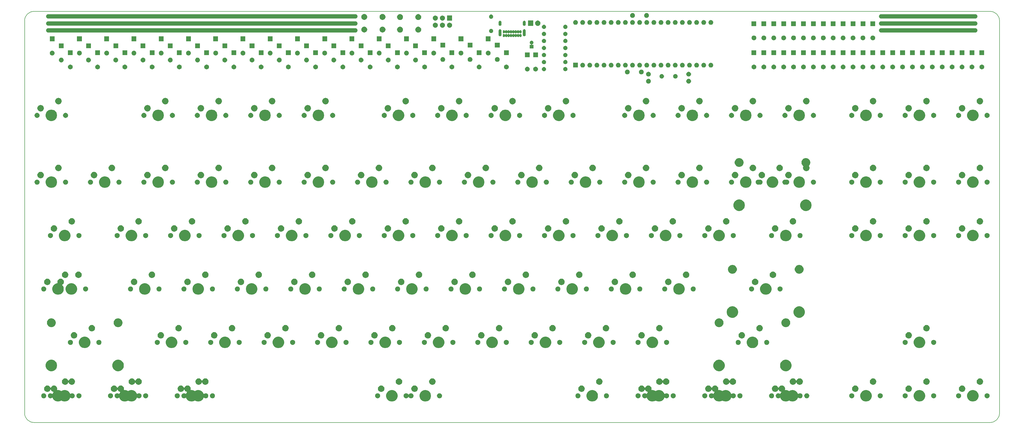
<source format=gbr>
G04 #@! TF.GenerationSoftware,KiCad,Pcbnew,(5.1.4)-1*
G04 #@! TF.CreationDate,2021-05-04T18:18:23+08:00*
G04 #@! TF.ProjectId,mysterium-pcb,6d797374-6572-4697-956d-2d7063622e6b,rev?*
G04 #@! TF.SameCoordinates,Original*
G04 #@! TF.FileFunction,Soldermask,Top*
G04 #@! TF.FilePolarity,Negative*
%FSLAX46Y46*%
G04 Gerber Fmt 4.6, Leading zero omitted, Abs format (unit mm)*
G04 Created by KiCad (PCBNEW (5.1.4)-1) date 2021-05-04 18:18:23*
%MOMM*%
%LPD*%
G04 APERTURE LIST*
%ADD10C,1.500000*%
%ADD11C,0.150000*%
%ADD12C,2.000000*%
G04 APERTURE END LIST*
D10*
X342596900Y-57121770D02*
X376203900Y-57121770D01*
X342596900Y-59605040D02*
X376203900Y-59605040D01*
X342596900Y-62088310D02*
X376203900Y-62088310D01*
X45596900Y-62088310D02*
X155096900Y-62088310D01*
X45596900Y-59605040D02*
X155096900Y-59605040D01*
X45596900Y-57121770D02*
X155096900Y-57121770D01*
D11*
X384809999Y-198619941D02*
G75*
G02X381505940Y-201930000I-3307059J-3000D01*
G01*
X381499941Y-55313501D02*
G75*
G02X384810000Y-58617560I3000J-3307059D01*
G01*
X37147501Y-58623559D02*
G75*
G02X40451560Y-55313500I3307059J3000D01*
G01*
X40457559Y-201929999D02*
G75*
G02X37147500Y-198625940I-3000J3307059D01*
G01*
X384810000Y-58617560D02*
X384809999Y-198619941D01*
X381505940Y-201930000D02*
X40457559Y-201929999D01*
X37147500Y-198625940D02*
X37147501Y-58623559D01*
X40451560Y-55313500D02*
X381499941Y-55313500D01*
D12*
G36*
X180620754Y-190432818D02*
G01*
X180994011Y-190587426D01*
X180994013Y-190587427D01*
X181329936Y-190811884D01*
X181615616Y-191097564D01*
X181840074Y-191433489D01*
X181994682Y-191806746D01*
X182073500Y-192202993D01*
X182073500Y-192607007D01*
X181994682Y-193003254D01*
X181840074Y-193376511D01*
X181840073Y-193376513D01*
X181615616Y-193712436D01*
X181329936Y-193998116D01*
X180994013Y-194222573D01*
X180994012Y-194222574D01*
X180994011Y-194222574D01*
X180620754Y-194377182D01*
X180224507Y-194456000D01*
X179820493Y-194456000D01*
X179424246Y-194377182D01*
X179050989Y-194222574D01*
X179050988Y-194222574D01*
X179050987Y-194222573D01*
X178715064Y-193998116D01*
X178429384Y-193712436D01*
X178204927Y-193376513D01*
X178204926Y-193376511D01*
X178050318Y-193003254D01*
X177971500Y-192607007D01*
X177971500Y-192202993D01*
X178050318Y-191806746D01*
X178204926Y-191433489D01*
X178429384Y-191097564D01*
X178715064Y-190811884D01*
X179050987Y-190587427D01*
X179050989Y-190587426D01*
X179424246Y-190432818D01*
X179820493Y-190354000D01*
X180224507Y-190354000D01*
X180620754Y-190432818D01*
X180620754Y-190432818D01*
G37*
G36*
X337783254Y-190432818D02*
G01*
X338156511Y-190587426D01*
X338156513Y-190587427D01*
X338492436Y-190811884D01*
X338778116Y-191097564D01*
X339002574Y-191433489D01*
X339157182Y-191806746D01*
X339236000Y-192202993D01*
X339236000Y-192607007D01*
X339157182Y-193003254D01*
X339002574Y-193376511D01*
X339002573Y-193376513D01*
X338778116Y-193712436D01*
X338492436Y-193998116D01*
X338156513Y-194222573D01*
X338156512Y-194222574D01*
X338156511Y-194222574D01*
X337783254Y-194377182D01*
X337387007Y-194456000D01*
X336982993Y-194456000D01*
X336586746Y-194377182D01*
X336213489Y-194222574D01*
X336213488Y-194222574D01*
X336213487Y-194222573D01*
X335877564Y-193998116D01*
X335591884Y-193712436D01*
X335367427Y-193376513D01*
X335367426Y-193376511D01*
X335212818Y-193003254D01*
X335134000Y-192607007D01*
X335134000Y-192202993D01*
X335212818Y-191806746D01*
X335367426Y-191433489D01*
X335591884Y-191097564D01*
X335877564Y-190811884D01*
X336213487Y-190587427D01*
X336213489Y-190587426D01*
X336586746Y-190432818D01*
X336982993Y-190354000D01*
X337387007Y-190354000D01*
X337783254Y-190432818D01*
X337783254Y-190432818D01*
G37*
G36*
X305024549Y-188736116D02*
G01*
X305135734Y-188758232D01*
X305345203Y-188844997D01*
X305533720Y-188970960D01*
X305694040Y-189131280D01*
X305820003Y-189319797D01*
X305820004Y-189319799D01*
X305875141Y-189452912D01*
X305886692Y-189474523D01*
X305902237Y-189493464D01*
X305921179Y-189509010D01*
X305942790Y-189520561D01*
X305966239Y-189527674D01*
X305990625Y-189530076D01*
X306015011Y-189527674D01*
X306038460Y-189520561D01*
X306060071Y-189509010D01*
X306079012Y-189493465D01*
X306094558Y-189474523D01*
X306106109Y-189452912D01*
X306161246Y-189319799D01*
X306161247Y-189319797D01*
X306287210Y-189131280D01*
X306447530Y-188970960D01*
X306636047Y-188844997D01*
X306845516Y-188758232D01*
X306956701Y-188736116D01*
X307067885Y-188714000D01*
X307294615Y-188714000D01*
X307405799Y-188736116D01*
X307516984Y-188758232D01*
X307726453Y-188844997D01*
X307914970Y-188970960D01*
X308075290Y-189131280D01*
X308201253Y-189319797D01*
X308287359Y-189527674D01*
X308288018Y-189529267D01*
X308332250Y-189751635D01*
X308332250Y-189978365D01*
X308287246Y-190204615D01*
X308284844Y-190229001D01*
X308287246Y-190253387D01*
X308294359Y-190276836D01*
X308305910Y-190298447D01*
X308321455Y-190317389D01*
X308340397Y-190332934D01*
X308362008Y-190344485D01*
X308385457Y-190351598D01*
X308409843Y-190354000D01*
X308812007Y-190354000D01*
X309208254Y-190432818D01*
X309581511Y-190587426D01*
X309581513Y-190587427D01*
X309598414Y-190598720D01*
X309731179Y-190687431D01*
X309752790Y-190698982D01*
X309776239Y-190706095D01*
X309800625Y-190708497D01*
X309825011Y-190706095D01*
X309848460Y-190698982D01*
X309870071Y-190687431D01*
X310002836Y-190598720D01*
X310019737Y-190587427D01*
X310019739Y-190587426D01*
X310392996Y-190432818D01*
X310789243Y-190354000D01*
X311193257Y-190354000D01*
X311589504Y-190432818D01*
X311962761Y-190587426D01*
X311962763Y-190587427D01*
X312298686Y-190811884D01*
X312584366Y-191097564D01*
X312808824Y-191433489D01*
X312906667Y-191669703D01*
X312918218Y-191691314D01*
X312933763Y-191710256D01*
X312952705Y-191725801D01*
X312974316Y-191737352D01*
X312997765Y-191744465D01*
X313022151Y-191746867D01*
X313046537Y-191744465D01*
X313069986Y-191737352D01*
X313091597Y-191725801D01*
X313110528Y-191710265D01*
X313115646Y-191705147D01*
X313263216Y-191606544D01*
X313427188Y-191538624D01*
X313576488Y-191508927D01*
X313601258Y-191504000D01*
X313778742Y-191504000D01*
X313803512Y-191508927D01*
X313952812Y-191538624D01*
X314116784Y-191606544D01*
X314264354Y-191705147D01*
X314389853Y-191830646D01*
X314488456Y-191978216D01*
X314556376Y-192142188D01*
X314591000Y-192316259D01*
X314591000Y-192493741D01*
X314556376Y-192667812D01*
X314488456Y-192831784D01*
X314389853Y-192979354D01*
X314264354Y-193104853D01*
X314116784Y-193203456D01*
X313952812Y-193271376D01*
X313803512Y-193301073D01*
X313778742Y-193306000D01*
X313601258Y-193306000D01*
X313576488Y-193301073D01*
X313427188Y-193271376D01*
X313263216Y-193203456D01*
X313115646Y-193104853D01*
X313110528Y-193099735D01*
X313091597Y-193084199D01*
X313069986Y-193072648D01*
X313046537Y-193065535D01*
X313022151Y-193063133D01*
X312997765Y-193065535D01*
X312974316Y-193072648D01*
X312952705Y-193084199D01*
X312933763Y-193099744D01*
X312918218Y-193118686D01*
X312906667Y-193140297D01*
X312808824Y-193376511D01*
X312808823Y-193376513D01*
X312584366Y-193712436D01*
X312298686Y-193998116D01*
X311962763Y-194222573D01*
X311962762Y-194222574D01*
X311962761Y-194222574D01*
X311589504Y-194377182D01*
X311193257Y-194456000D01*
X310789243Y-194456000D01*
X310392996Y-194377182D01*
X310019739Y-194222574D01*
X310019738Y-194222574D01*
X310019737Y-194222573D01*
X309870070Y-194122568D01*
X309848460Y-194111018D01*
X309825011Y-194103905D01*
X309800625Y-194101503D01*
X309776239Y-194103905D01*
X309752790Y-194111018D01*
X309731180Y-194122568D01*
X309581513Y-194222573D01*
X309581512Y-194222574D01*
X309581511Y-194222574D01*
X309208254Y-194377182D01*
X308812007Y-194456000D01*
X308407993Y-194456000D01*
X308011746Y-194377182D01*
X307638489Y-194222574D01*
X307638488Y-194222574D01*
X307638487Y-194222573D01*
X307302564Y-193998116D01*
X307016884Y-193712436D01*
X306792427Y-193376513D01*
X306792426Y-193376511D01*
X306694583Y-193140297D01*
X306683032Y-193118686D01*
X306667487Y-193099744D01*
X306648545Y-193084199D01*
X306626934Y-193072648D01*
X306603485Y-193065535D01*
X306579099Y-193063133D01*
X306554713Y-193065535D01*
X306531264Y-193072648D01*
X306509653Y-193084199D01*
X306490722Y-193099735D01*
X306485604Y-193104853D01*
X306338034Y-193203456D01*
X306174062Y-193271376D01*
X306024762Y-193301073D01*
X305999992Y-193306000D01*
X305822508Y-193306000D01*
X305797738Y-193301073D01*
X305648438Y-193271376D01*
X305484466Y-193203456D01*
X305336896Y-193104853D01*
X305211397Y-192979354D01*
X305112794Y-192831784D01*
X305044874Y-192667812D01*
X305010250Y-192493741D01*
X305010250Y-192316259D01*
X305044874Y-192142188D01*
X305112794Y-191978216D01*
X305211397Y-191830646D01*
X305336896Y-191705147D01*
X305484466Y-191606544D01*
X305648438Y-191538624D01*
X305797738Y-191508927D01*
X305822508Y-191504000D01*
X305999992Y-191504000D01*
X306024762Y-191508927D01*
X306174062Y-191538624D01*
X306338034Y-191606544D01*
X306485604Y-191705147D01*
X306490722Y-191710265D01*
X306509653Y-191725801D01*
X306531264Y-191737352D01*
X306554713Y-191744465D01*
X306579099Y-191746867D01*
X306603485Y-191744465D01*
X306626934Y-191737352D01*
X306648545Y-191725801D01*
X306667487Y-191710256D01*
X306683032Y-191691314D01*
X306694583Y-191669703D01*
X306792426Y-191433489D01*
X306967040Y-191172161D01*
X306978591Y-191150550D01*
X306985704Y-191127101D01*
X306988106Y-191102715D01*
X306985704Y-191078329D01*
X306978591Y-191054880D01*
X306967040Y-191033269D01*
X306951495Y-191014327D01*
X306932553Y-190998782D01*
X306910942Y-190987231D01*
X306887494Y-190980118D01*
X306845516Y-190971768D01*
X306636049Y-190885004D01*
X306636048Y-190885004D01*
X306636047Y-190885003D01*
X306447530Y-190759040D01*
X306287210Y-190598720D01*
X306161247Y-190410203D01*
X306106109Y-190277087D01*
X306094558Y-190255477D01*
X306079013Y-190236536D01*
X306060071Y-190220990D01*
X306038460Y-190209439D01*
X306015011Y-190202326D01*
X305990625Y-190199924D01*
X305966239Y-190202326D01*
X305942790Y-190209439D01*
X305921179Y-190220990D01*
X305902238Y-190236535D01*
X305886692Y-190255477D01*
X305875141Y-190277087D01*
X305820003Y-190410203D01*
X305694040Y-190598720D01*
X305533720Y-190759040D01*
X305345203Y-190885003D01*
X305135734Y-190971768D01*
X305057996Y-190987231D01*
X304913365Y-191016000D01*
X304686635Y-191016000D01*
X304542004Y-190987231D01*
X304464266Y-190971768D01*
X304254797Y-190885003D01*
X304066280Y-190759040D01*
X303905960Y-190598720D01*
X303779997Y-190410203D01*
X303693232Y-190200734D01*
X303649000Y-189978364D01*
X303649000Y-189751636D01*
X303693232Y-189529266D01*
X303779997Y-189319797D01*
X303905960Y-189131280D01*
X304066280Y-188970960D01*
X304254797Y-188844997D01*
X304464266Y-188758232D01*
X304575451Y-188736116D01*
X304686635Y-188714000D01*
X304913365Y-188714000D01*
X305024549Y-188736116D01*
X305024549Y-188736116D01*
G37*
G36*
X356833254Y-190432818D02*
G01*
X357206511Y-190587426D01*
X357206513Y-190587427D01*
X357542436Y-190811884D01*
X357828116Y-191097564D01*
X358052574Y-191433489D01*
X358207182Y-191806746D01*
X358286000Y-192202993D01*
X358286000Y-192607007D01*
X358207182Y-193003254D01*
X358052574Y-193376511D01*
X358052573Y-193376513D01*
X357828116Y-193712436D01*
X357542436Y-193998116D01*
X357206513Y-194222573D01*
X357206512Y-194222574D01*
X357206511Y-194222574D01*
X356833254Y-194377182D01*
X356437007Y-194456000D01*
X356032993Y-194456000D01*
X355636746Y-194377182D01*
X355263489Y-194222574D01*
X355263488Y-194222574D01*
X355263487Y-194222573D01*
X354927564Y-193998116D01*
X354641884Y-193712436D01*
X354417427Y-193376513D01*
X354417426Y-193376511D01*
X354262818Y-193003254D01*
X354184000Y-192607007D01*
X354184000Y-192202993D01*
X354262818Y-191806746D01*
X354417426Y-191433489D01*
X354641884Y-191097564D01*
X354927564Y-190811884D01*
X355263487Y-190587427D01*
X355263489Y-190587426D01*
X355636746Y-190432818D01*
X356032993Y-190354000D01*
X356437007Y-190354000D01*
X356833254Y-190432818D01*
X356833254Y-190432818D01*
G37*
G36*
X281212049Y-188736116D02*
G01*
X281323234Y-188758232D01*
X281532703Y-188844997D01*
X281721220Y-188970960D01*
X281881540Y-189131280D01*
X282007503Y-189319797D01*
X282007504Y-189319799D01*
X282062641Y-189452912D01*
X282074192Y-189474523D01*
X282089737Y-189493464D01*
X282108679Y-189509010D01*
X282130290Y-189520561D01*
X282153739Y-189527674D01*
X282178125Y-189530076D01*
X282202511Y-189527674D01*
X282225960Y-189520561D01*
X282247571Y-189509010D01*
X282266512Y-189493465D01*
X282282058Y-189474523D01*
X282293609Y-189452912D01*
X282348746Y-189319799D01*
X282348747Y-189319797D01*
X282474710Y-189131280D01*
X282635030Y-188970960D01*
X282823547Y-188844997D01*
X283033016Y-188758232D01*
X283144201Y-188736116D01*
X283255385Y-188714000D01*
X283482115Y-188714000D01*
X283593299Y-188736116D01*
X283704484Y-188758232D01*
X283913953Y-188844997D01*
X284102470Y-188970960D01*
X284262790Y-189131280D01*
X284388753Y-189319797D01*
X284474859Y-189527674D01*
X284475518Y-189529267D01*
X284519750Y-189751635D01*
X284519750Y-189978365D01*
X284474746Y-190204615D01*
X284472344Y-190229001D01*
X284474746Y-190253387D01*
X284481859Y-190276836D01*
X284493410Y-190298447D01*
X284508955Y-190317389D01*
X284527897Y-190332934D01*
X284549508Y-190344485D01*
X284572957Y-190351598D01*
X284597343Y-190354000D01*
X284999507Y-190354000D01*
X285395754Y-190432818D01*
X285769011Y-190587426D01*
X285769013Y-190587427D01*
X285785914Y-190598720D01*
X285918679Y-190687431D01*
X285940290Y-190698982D01*
X285963739Y-190706095D01*
X285988125Y-190708497D01*
X286012511Y-190706095D01*
X286035960Y-190698982D01*
X286057571Y-190687431D01*
X286190336Y-190598720D01*
X286207237Y-190587427D01*
X286207239Y-190587426D01*
X286580496Y-190432818D01*
X286976743Y-190354000D01*
X287380757Y-190354000D01*
X287777004Y-190432818D01*
X288150261Y-190587426D01*
X288150263Y-190587427D01*
X288486186Y-190811884D01*
X288771866Y-191097564D01*
X288996324Y-191433489D01*
X289094167Y-191669703D01*
X289105718Y-191691314D01*
X289121263Y-191710256D01*
X289140205Y-191725801D01*
X289161816Y-191737352D01*
X289185265Y-191744465D01*
X289209651Y-191746867D01*
X289234037Y-191744465D01*
X289257486Y-191737352D01*
X289279097Y-191725801D01*
X289298028Y-191710265D01*
X289303146Y-191705147D01*
X289450716Y-191606544D01*
X289614688Y-191538624D01*
X289763988Y-191508927D01*
X289788758Y-191504000D01*
X289966242Y-191504000D01*
X289991012Y-191508927D01*
X290140312Y-191538624D01*
X290304284Y-191606544D01*
X290451854Y-191705147D01*
X290577353Y-191830646D01*
X290675956Y-191978216D01*
X290743876Y-192142188D01*
X290778500Y-192316259D01*
X290778500Y-192493741D01*
X290743876Y-192667812D01*
X290675956Y-192831784D01*
X290577353Y-192979354D01*
X290451854Y-193104853D01*
X290304284Y-193203456D01*
X290140312Y-193271376D01*
X289991012Y-193301073D01*
X289966242Y-193306000D01*
X289788758Y-193306000D01*
X289763988Y-193301073D01*
X289614688Y-193271376D01*
X289450716Y-193203456D01*
X289303146Y-193104853D01*
X289298028Y-193099735D01*
X289279097Y-193084199D01*
X289257486Y-193072648D01*
X289234037Y-193065535D01*
X289209651Y-193063133D01*
X289185265Y-193065535D01*
X289161816Y-193072648D01*
X289140205Y-193084199D01*
X289121263Y-193099744D01*
X289105718Y-193118686D01*
X289094167Y-193140297D01*
X288996324Y-193376511D01*
X288996323Y-193376513D01*
X288771866Y-193712436D01*
X288486186Y-193998116D01*
X288150263Y-194222573D01*
X288150262Y-194222574D01*
X288150261Y-194222574D01*
X287777004Y-194377182D01*
X287380757Y-194456000D01*
X286976743Y-194456000D01*
X286580496Y-194377182D01*
X286207239Y-194222574D01*
X286207238Y-194222574D01*
X286207237Y-194222573D01*
X286057570Y-194122568D01*
X286035960Y-194111018D01*
X286012511Y-194103905D01*
X285988125Y-194101503D01*
X285963739Y-194103905D01*
X285940290Y-194111018D01*
X285918680Y-194122568D01*
X285769013Y-194222573D01*
X285769012Y-194222574D01*
X285769011Y-194222574D01*
X285395754Y-194377182D01*
X284999507Y-194456000D01*
X284595493Y-194456000D01*
X284199246Y-194377182D01*
X283825989Y-194222574D01*
X283825988Y-194222574D01*
X283825987Y-194222573D01*
X283490064Y-193998116D01*
X283204384Y-193712436D01*
X282979927Y-193376513D01*
X282979926Y-193376511D01*
X282882083Y-193140297D01*
X282870532Y-193118686D01*
X282854987Y-193099744D01*
X282836045Y-193084199D01*
X282814434Y-193072648D01*
X282790985Y-193065535D01*
X282766599Y-193063133D01*
X282742213Y-193065535D01*
X282718764Y-193072648D01*
X282697153Y-193084199D01*
X282678222Y-193099735D01*
X282673104Y-193104853D01*
X282525534Y-193203456D01*
X282361562Y-193271376D01*
X282212262Y-193301073D01*
X282187492Y-193306000D01*
X282010008Y-193306000D01*
X281985238Y-193301073D01*
X281835938Y-193271376D01*
X281671966Y-193203456D01*
X281524396Y-193104853D01*
X281398897Y-192979354D01*
X281300294Y-192831784D01*
X281232374Y-192667812D01*
X281197750Y-192493741D01*
X281197750Y-192316259D01*
X281232374Y-192142188D01*
X281300294Y-191978216D01*
X281398897Y-191830646D01*
X281524396Y-191705147D01*
X281671966Y-191606544D01*
X281835938Y-191538624D01*
X281985238Y-191508927D01*
X282010008Y-191504000D01*
X282187492Y-191504000D01*
X282212262Y-191508927D01*
X282361562Y-191538624D01*
X282525534Y-191606544D01*
X282673104Y-191705147D01*
X282678222Y-191710265D01*
X282697153Y-191725801D01*
X282718764Y-191737352D01*
X282742213Y-191744465D01*
X282766599Y-191746867D01*
X282790985Y-191744465D01*
X282814434Y-191737352D01*
X282836045Y-191725801D01*
X282854987Y-191710256D01*
X282870532Y-191691314D01*
X282882083Y-191669703D01*
X282979926Y-191433489D01*
X283154540Y-191172161D01*
X283166091Y-191150550D01*
X283173204Y-191127101D01*
X283175606Y-191102715D01*
X283173204Y-191078329D01*
X283166091Y-191054880D01*
X283154540Y-191033269D01*
X283138995Y-191014327D01*
X283120053Y-190998782D01*
X283098442Y-190987231D01*
X283074994Y-190980118D01*
X283033016Y-190971768D01*
X282823549Y-190885004D01*
X282823548Y-190885004D01*
X282823547Y-190885003D01*
X282635030Y-190759040D01*
X282474710Y-190598720D01*
X282348747Y-190410203D01*
X282293609Y-190277087D01*
X282282058Y-190255477D01*
X282266513Y-190236536D01*
X282247571Y-190220990D01*
X282225960Y-190209439D01*
X282202511Y-190202326D01*
X282178125Y-190199924D01*
X282153739Y-190202326D01*
X282130290Y-190209439D01*
X282108679Y-190220990D01*
X282089738Y-190236535D01*
X282074192Y-190255477D01*
X282062641Y-190277087D01*
X282007503Y-190410203D01*
X281881540Y-190598720D01*
X281721220Y-190759040D01*
X281532703Y-190885003D01*
X281323234Y-190971768D01*
X281245496Y-190987231D01*
X281100865Y-191016000D01*
X280874135Y-191016000D01*
X280729504Y-190987231D01*
X280651766Y-190971768D01*
X280442297Y-190885003D01*
X280253780Y-190759040D01*
X280093460Y-190598720D01*
X279967497Y-190410203D01*
X279880732Y-190200734D01*
X279836500Y-189978364D01*
X279836500Y-189751636D01*
X279880732Y-189529266D01*
X279967497Y-189319797D01*
X280093460Y-189131280D01*
X280253780Y-188970960D01*
X280442297Y-188844997D01*
X280651766Y-188758232D01*
X280762951Y-188736116D01*
X280874135Y-188714000D01*
X281100865Y-188714000D01*
X281212049Y-188736116D01*
X281212049Y-188736116D01*
G37*
G36*
X375883254Y-190432818D02*
G01*
X376256511Y-190587426D01*
X376256513Y-190587427D01*
X376592436Y-190811884D01*
X376878116Y-191097564D01*
X377102574Y-191433489D01*
X377257182Y-191806746D01*
X377336000Y-192202993D01*
X377336000Y-192607007D01*
X377257182Y-193003254D01*
X377102574Y-193376511D01*
X377102573Y-193376513D01*
X376878116Y-193712436D01*
X376592436Y-193998116D01*
X376256513Y-194222573D01*
X376256512Y-194222574D01*
X376256511Y-194222574D01*
X375883254Y-194377182D01*
X375487007Y-194456000D01*
X375082993Y-194456000D01*
X374686746Y-194377182D01*
X374313489Y-194222574D01*
X374313488Y-194222574D01*
X374313487Y-194222573D01*
X373977564Y-193998116D01*
X373691884Y-193712436D01*
X373467427Y-193376513D01*
X373467426Y-193376511D01*
X373312818Y-193003254D01*
X373234000Y-192607007D01*
X373234000Y-192202993D01*
X373312818Y-191806746D01*
X373467426Y-191433489D01*
X373691884Y-191097564D01*
X373977564Y-190811884D01*
X374313487Y-190587427D01*
X374313489Y-190587426D01*
X374686746Y-190432818D01*
X375082993Y-190354000D01*
X375487007Y-190354000D01*
X375883254Y-190432818D01*
X375883254Y-190432818D01*
G37*
G36*
X69280799Y-188736116D02*
G01*
X69391984Y-188758232D01*
X69601453Y-188844997D01*
X69789970Y-188970960D01*
X69950290Y-189131280D01*
X70076253Y-189319797D01*
X70076254Y-189319799D01*
X70131391Y-189452912D01*
X70142942Y-189474523D01*
X70158487Y-189493464D01*
X70177429Y-189509010D01*
X70199040Y-189520561D01*
X70222489Y-189527674D01*
X70246875Y-189530076D01*
X70271261Y-189527674D01*
X70294710Y-189520561D01*
X70316321Y-189509010D01*
X70335262Y-189493465D01*
X70350808Y-189474523D01*
X70362359Y-189452912D01*
X70417496Y-189319799D01*
X70417497Y-189319797D01*
X70543460Y-189131280D01*
X70703780Y-188970960D01*
X70892297Y-188844997D01*
X71101766Y-188758232D01*
X71212951Y-188736116D01*
X71324135Y-188714000D01*
X71550865Y-188714000D01*
X71662049Y-188736116D01*
X71773234Y-188758232D01*
X71982703Y-188844997D01*
X72171220Y-188970960D01*
X72331540Y-189131280D01*
X72457503Y-189319797D01*
X72543609Y-189527674D01*
X72544268Y-189529267D01*
X72588500Y-189751635D01*
X72588500Y-189978365D01*
X72543496Y-190204615D01*
X72541094Y-190229001D01*
X72543496Y-190253387D01*
X72550609Y-190276836D01*
X72562160Y-190298447D01*
X72577705Y-190317389D01*
X72596647Y-190332934D01*
X72618258Y-190344485D01*
X72641707Y-190351598D01*
X72666093Y-190354000D01*
X73068257Y-190354000D01*
X73464504Y-190432818D01*
X73837761Y-190587426D01*
X73837763Y-190587427D01*
X73854664Y-190598720D01*
X73987429Y-190687431D01*
X74009040Y-190698982D01*
X74032489Y-190706095D01*
X74056875Y-190708497D01*
X74081261Y-190706095D01*
X74104710Y-190698982D01*
X74126321Y-190687431D01*
X74259086Y-190598720D01*
X74275987Y-190587427D01*
X74275989Y-190587426D01*
X74649246Y-190432818D01*
X75045493Y-190354000D01*
X75449507Y-190354000D01*
X75845754Y-190432818D01*
X76219011Y-190587426D01*
X76219013Y-190587427D01*
X76554936Y-190811884D01*
X76840616Y-191097564D01*
X77065074Y-191433489D01*
X77162917Y-191669703D01*
X77174468Y-191691314D01*
X77190013Y-191710256D01*
X77208955Y-191725801D01*
X77230566Y-191737352D01*
X77254015Y-191744465D01*
X77278401Y-191746867D01*
X77302787Y-191744465D01*
X77326236Y-191737352D01*
X77347847Y-191725801D01*
X77366778Y-191710265D01*
X77371896Y-191705147D01*
X77519466Y-191606544D01*
X77683438Y-191538624D01*
X77832738Y-191508927D01*
X77857508Y-191504000D01*
X78034992Y-191504000D01*
X78059762Y-191508927D01*
X78209062Y-191538624D01*
X78373034Y-191606544D01*
X78520604Y-191705147D01*
X78646103Y-191830646D01*
X78744706Y-191978216D01*
X78812626Y-192142188D01*
X78847250Y-192316259D01*
X78847250Y-192493741D01*
X78812626Y-192667812D01*
X78744706Y-192831784D01*
X78646103Y-192979354D01*
X78520604Y-193104853D01*
X78373034Y-193203456D01*
X78209062Y-193271376D01*
X78059762Y-193301073D01*
X78034992Y-193306000D01*
X77857508Y-193306000D01*
X77832738Y-193301073D01*
X77683438Y-193271376D01*
X77519466Y-193203456D01*
X77371896Y-193104853D01*
X77366778Y-193099735D01*
X77347847Y-193084199D01*
X77326236Y-193072648D01*
X77302787Y-193065535D01*
X77278401Y-193063133D01*
X77254015Y-193065535D01*
X77230566Y-193072648D01*
X77208955Y-193084199D01*
X77190013Y-193099744D01*
X77174468Y-193118686D01*
X77162917Y-193140297D01*
X77065074Y-193376511D01*
X77065073Y-193376513D01*
X76840616Y-193712436D01*
X76554936Y-193998116D01*
X76219013Y-194222573D01*
X76219012Y-194222574D01*
X76219011Y-194222574D01*
X75845754Y-194377182D01*
X75449507Y-194456000D01*
X75045493Y-194456000D01*
X74649246Y-194377182D01*
X74275989Y-194222574D01*
X74275988Y-194222574D01*
X74275987Y-194222573D01*
X74126320Y-194122568D01*
X74104710Y-194111018D01*
X74081261Y-194103905D01*
X74056875Y-194101503D01*
X74032489Y-194103905D01*
X74009040Y-194111018D01*
X73987430Y-194122568D01*
X73837763Y-194222573D01*
X73837762Y-194222574D01*
X73837761Y-194222574D01*
X73464504Y-194377182D01*
X73068257Y-194456000D01*
X72664243Y-194456000D01*
X72267996Y-194377182D01*
X71894739Y-194222574D01*
X71894738Y-194222574D01*
X71894737Y-194222573D01*
X71558814Y-193998116D01*
X71273134Y-193712436D01*
X71048677Y-193376513D01*
X71048676Y-193376511D01*
X70950833Y-193140297D01*
X70939282Y-193118686D01*
X70923737Y-193099744D01*
X70904795Y-193084199D01*
X70883184Y-193072648D01*
X70859735Y-193065535D01*
X70835349Y-193063133D01*
X70810963Y-193065535D01*
X70787514Y-193072648D01*
X70765903Y-193084199D01*
X70746972Y-193099735D01*
X70741854Y-193104853D01*
X70594284Y-193203456D01*
X70430312Y-193271376D01*
X70281012Y-193301073D01*
X70256242Y-193306000D01*
X70078758Y-193306000D01*
X70053988Y-193301073D01*
X69904688Y-193271376D01*
X69740716Y-193203456D01*
X69593146Y-193104853D01*
X69467647Y-192979354D01*
X69369044Y-192831784D01*
X69301124Y-192667812D01*
X69266500Y-192493741D01*
X69266500Y-192316259D01*
X69301124Y-192142188D01*
X69369044Y-191978216D01*
X69467647Y-191830646D01*
X69593146Y-191705147D01*
X69740716Y-191606544D01*
X69904688Y-191538624D01*
X70053988Y-191508927D01*
X70078758Y-191504000D01*
X70256242Y-191504000D01*
X70281012Y-191508927D01*
X70430312Y-191538624D01*
X70594284Y-191606544D01*
X70741854Y-191705147D01*
X70746972Y-191710265D01*
X70765903Y-191725801D01*
X70787514Y-191737352D01*
X70810963Y-191744465D01*
X70835349Y-191746867D01*
X70859735Y-191744465D01*
X70883184Y-191737352D01*
X70904795Y-191725801D01*
X70923737Y-191710256D01*
X70939282Y-191691314D01*
X70950833Y-191669703D01*
X71048676Y-191433489D01*
X71223290Y-191172161D01*
X71234841Y-191150550D01*
X71241954Y-191127101D01*
X71244356Y-191102715D01*
X71241954Y-191078329D01*
X71234841Y-191054880D01*
X71223290Y-191033269D01*
X71207745Y-191014327D01*
X71188803Y-190998782D01*
X71167192Y-190987231D01*
X71143744Y-190980118D01*
X71101766Y-190971768D01*
X70892299Y-190885004D01*
X70892298Y-190885004D01*
X70892297Y-190885003D01*
X70703780Y-190759040D01*
X70543460Y-190598720D01*
X70417497Y-190410203D01*
X70362359Y-190277087D01*
X70350808Y-190255477D01*
X70335263Y-190236536D01*
X70316321Y-190220990D01*
X70294710Y-190209439D01*
X70271261Y-190202326D01*
X70246875Y-190199924D01*
X70222489Y-190202326D01*
X70199040Y-190209439D01*
X70177429Y-190220990D01*
X70158488Y-190236535D01*
X70142942Y-190255477D01*
X70131391Y-190277087D01*
X70076253Y-190410203D01*
X69950290Y-190598720D01*
X69789970Y-190759040D01*
X69601453Y-190885003D01*
X69391984Y-190971768D01*
X69314246Y-190987231D01*
X69169615Y-191016000D01*
X68942885Y-191016000D01*
X68798254Y-190987231D01*
X68720516Y-190971768D01*
X68511047Y-190885003D01*
X68322530Y-190759040D01*
X68162210Y-190598720D01*
X68036247Y-190410203D01*
X67949482Y-190200734D01*
X67905250Y-189978364D01*
X67905250Y-189751636D01*
X67949482Y-189529266D01*
X68036247Y-189319797D01*
X68162210Y-189131280D01*
X68322530Y-188970960D01*
X68511047Y-188844997D01*
X68720516Y-188758232D01*
X68831701Y-188736116D01*
X68942885Y-188714000D01*
X69169615Y-188714000D01*
X69280799Y-188736116D01*
X69280799Y-188736116D01*
G37*
G36*
X168714504Y-190432818D02*
G01*
X169087761Y-190587426D01*
X169087763Y-190587427D01*
X169423686Y-190811884D01*
X169709366Y-191097564D01*
X169933824Y-191433489D01*
X170088432Y-191806746D01*
X170167250Y-192202993D01*
X170167250Y-192607007D01*
X170088432Y-193003254D01*
X169933824Y-193376511D01*
X169933823Y-193376513D01*
X169709366Y-193712436D01*
X169423686Y-193998116D01*
X169087763Y-194222573D01*
X169087762Y-194222574D01*
X169087761Y-194222574D01*
X168714504Y-194377182D01*
X168318257Y-194456000D01*
X167914243Y-194456000D01*
X167517996Y-194377182D01*
X167144739Y-194222574D01*
X167144738Y-194222574D01*
X167144737Y-194222573D01*
X166808814Y-193998116D01*
X166523134Y-193712436D01*
X166298677Y-193376513D01*
X166298676Y-193376511D01*
X166144068Y-193003254D01*
X166065250Y-192607007D01*
X166065250Y-192202993D01*
X166144068Y-191806746D01*
X166298676Y-191433489D01*
X166523134Y-191097564D01*
X166808814Y-190811884D01*
X167144737Y-190587427D01*
X167144739Y-190587426D01*
X167517996Y-190432818D01*
X167914243Y-190354000D01*
X168318257Y-190354000D01*
X168714504Y-190432818D01*
X168714504Y-190432818D01*
G37*
G36*
X240152004Y-190432818D02*
G01*
X240525261Y-190587426D01*
X240525263Y-190587427D01*
X240861186Y-190811884D01*
X241146866Y-191097564D01*
X241371324Y-191433489D01*
X241525932Y-191806746D01*
X241604750Y-192202993D01*
X241604750Y-192607007D01*
X241525932Y-193003254D01*
X241371324Y-193376511D01*
X241371323Y-193376513D01*
X241146866Y-193712436D01*
X240861186Y-193998116D01*
X240525263Y-194222573D01*
X240525262Y-194222574D01*
X240525261Y-194222574D01*
X240152004Y-194377182D01*
X239755757Y-194456000D01*
X239351743Y-194456000D01*
X238955496Y-194377182D01*
X238582239Y-194222574D01*
X238582238Y-194222574D01*
X238582237Y-194222573D01*
X238246314Y-193998116D01*
X237960634Y-193712436D01*
X237736177Y-193376513D01*
X237736176Y-193376511D01*
X237581568Y-193003254D01*
X237502750Y-192607007D01*
X237502750Y-192202993D01*
X237581568Y-191806746D01*
X237736176Y-191433489D01*
X237960634Y-191097564D01*
X238246314Y-190811884D01*
X238582237Y-190587427D01*
X238582239Y-190587426D01*
X238955496Y-190432818D01*
X239351743Y-190354000D01*
X239755757Y-190354000D01*
X240152004Y-190432818D01*
X240152004Y-190432818D01*
G37*
G36*
X45468299Y-188736116D02*
G01*
X45579484Y-188758232D01*
X45788953Y-188844997D01*
X45977470Y-188970960D01*
X46137790Y-189131280D01*
X46263753Y-189319797D01*
X46263754Y-189319799D01*
X46318891Y-189452912D01*
X46330442Y-189474523D01*
X46345987Y-189493464D01*
X46364929Y-189509010D01*
X46386540Y-189520561D01*
X46409989Y-189527674D01*
X46434375Y-189530076D01*
X46458761Y-189527674D01*
X46482210Y-189520561D01*
X46503821Y-189509010D01*
X46522762Y-189493465D01*
X46538308Y-189474523D01*
X46549859Y-189452912D01*
X46604996Y-189319799D01*
X46604997Y-189319797D01*
X46730960Y-189131280D01*
X46891280Y-188970960D01*
X47079797Y-188844997D01*
X47289266Y-188758232D01*
X47400451Y-188736116D01*
X47511635Y-188714000D01*
X47738365Y-188714000D01*
X47849549Y-188736116D01*
X47960734Y-188758232D01*
X48170203Y-188844997D01*
X48358720Y-188970960D01*
X48519040Y-189131280D01*
X48645003Y-189319797D01*
X48731109Y-189527674D01*
X48731768Y-189529267D01*
X48776000Y-189751635D01*
X48776000Y-189978365D01*
X48730996Y-190204615D01*
X48728594Y-190229001D01*
X48730996Y-190253387D01*
X48738109Y-190276836D01*
X48749660Y-190298447D01*
X48765205Y-190317389D01*
X48784147Y-190332934D01*
X48805758Y-190344485D01*
X48829207Y-190351598D01*
X48853593Y-190354000D01*
X49255757Y-190354000D01*
X49652004Y-190432818D01*
X50025261Y-190587426D01*
X50025263Y-190587427D01*
X50042164Y-190598720D01*
X50174929Y-190687431D01*
X50196540Y-190698982D01*
X50219989Y-190706095D01*
X50244375Y-190708497D01*
X50268761Y-190706095D01*
X50292210Y-190698982D01*
X50313821Y-190687431D01*
X50446586Y-190598720D01*
X50463487Y-190587427D01*
X50463489Y-190587426D01*
X50836746Y-190432818D01*
X51232993Y-190354000D01*
X51637007Y-190354000D01*
X52033254Y-190432818D01*
X52406511Y-190587426D01*
X52406513Y-190587427D01*
X52742436Y-190811884D01*
X53028116Y-191097564D01*
X53252574Y-191433489D01*
X53350417Y-191669703D01*
X53361968Y-191691314D01*
X53377513Y-191710256D01*
X53396455Y-191725801D01*
X53418066Y-191737352D01*
X53441515Y-191744465D01*
X53465901Y-191746867D01*
X53490287Y-191744465D01*
X53513736Y-191737352D01*
X53535347Y-191725801D01*
X53554278Y-191710265D01*
X53559396Y-191705147D01*
X53706966Y-191606544D01*
X53870938Y-191538624D01*
X54020238Y-191508927D01*
X54045008Y-191504000D01*
X54222492Y-191504000D01*
X54247262Y-191508927D01*
X54396562Y-191538624D01*
X54560534Y-191606544D01*
X54708104Y-191705147D01*
X54833603Y-191830646D01*
X54932206Y-191978216D01*
X55000126Y-192142188D01*
X55034750Y-192316259D01*
X55034750Y-192493741D01*
X55000126Y-192667812D01*
X54932206Y-192831784D01*
X54833603Y-192979354D01*
X54708104Y-193104853D01*
X54560534Y-193203456D01*
X54396562Y-193271376D01*
X54247262Y-193301073D01*
X54222492Y-193306000D01*
X54045008Y-193306000D01*
X54020238Y-193301073D01*
X53870938Y-193271376D01*
X53706966Y-193203456D01*
X53559396Y-193104853D01*
X53554278Y-193099735D01*
X53535347Y-193084199D01*
X53513736Y-193072648D01*
X53490287Y-193065535D01*
X53465901Y-193063133D01*
X53441515Y-193065535D01*
X53418066Y-193072648D01*
X53396455Y-193084199D01*
X53377513Y-193099744D01*
X53361968Y-193118686D01*
X53350417Y-193140297D01*
X53252574Y-193376511D01*
X53252573Y-193376513D01*
X53028116Y-193712436D01*
X52742436Y-193998116D01*
X52406513Y-194222573D01*
X52406512Y-194222574D01*
X52406511Y-194222574D01*
X52033254Y-194377182D01*
X51637007Y-194456000D01*
X51232993Y-194456000D01*
X50836746Y-194377182D01*
X50463489Y-194222574D01*
X50463488Y-194222574D01*
X50463487Y-194222573D01*
X50313820Y-194122568D01*
X50292210Y-194111018D01*
X50268761Y-194103905D01*
X50244375Y-194101503D01*
X50219989Y-194103905D01*
X50196540Y-194111018D01*
X50174930Y-194122568D01*
X50025263Y-194222573D01*
X50025262Y-194222574D01*
X50025261Y-194222574D01*
X49652004Y-194377182D01*
X49255757Y-194456000D01*
X48851743Y-194456000D01*
X48455496Y-194377182D01*
X48082239Y-194222574D01*
X48082238Y-194222574D01*
X48082237Y-194222573D01*
X47746314Y-193998116D01*
X47460634Y-193712436D01*
X47236177Y-193376513D01*
X47236176Y-193376511D01*
X47138333Y-193140297D01*
X47126782Y-193118686D01*
X47111237Y-193099744D01*
X47092295Y-193084199D01*
X47070684Y-193072648D01*
X47047235Y-193065535D01*
X47022849Y-193063133D01*
X46998463Y-193065535D01*
X46975014Y-193072648D01*
X46953403Y-193084199D01*
X46934472Y-193099735D01*
X46929354Y-193104853D01*
X46781784Y-193203456D01*
X46617812Y-193271376D01*
X46468512Y-193301073D01*
X46443742Y-193306000D01*
X46266258Y-193306000D01*
X46241488Y-193301073D01*
X46092188Y-193271376D01*
X45928216Y-193203456D01*
X45780646Y-193104853D01*
X45655147Y-192979354D01*
X45556544Y-192831784D01*
X45488624Y-192667812D01*
X45454000Y-192493741D01*
X45454000Y-192316259D01*
X45488624Y-192142188D01*
X45556544Y-191978216D01*
X45655147Y-191830646D01*
X45780646Y-191705147D01*
X45928216Y-191606544D01*
X46092188Y-191538624D01*
X46241488Y-191508927D01*
X46266258Y-191504000D01*
X46443742Y-191504000D01*
X46468512Y-191508927D01*
X46617812Y-191538624D01*
X46781784Y-191606544D01*
X46929354Y-191705147D01*
X46934472Y-191710265D01*
X46953403Y-191725801D01*
X46975014Y-191737352D01*
X46998463Y-191744465D01*
X47022849Y-191746867D01*
X47047235Y-191744465D01*
X47070684Y-191737352D01*
X47092295Y-191725801D01*
X47111237Y-191710256D01*
X47126782Y-191691314D01*
X47138333Y-191669703D01*
X47236176Y-191433489D01*
X47410790Y-191172161D01*
X47422341Y-191150550D01*
X47429454Y-191127101D01*
X47431856Y-191102715D01*
X47429454Y-191078329D01*
X47422341Y-191054880D01*
X47410790Y-191033269D01*
X47395245Y-191014327D01*
X47376303Y-190998782D01*
X47354692Y-190987231D01*
X47331244Y-190980118D01*
X47289266Y-190971768D01*
X47079799Y-190885004D01*
X47079798Y-190885004D01*
X47079797Y-190885003D01*
X46891280Y-190759040D01*
X46730960Y-190598720D01*
X46604997Y-190410203D01*
X46549859Y-190277087D01*
X46538308Y-190255477D01*
X46522763Y-190236536D01*
X46503821Y-190220990D01*
X46482210Y-190209439D01*
X46458761Y-190202326D01*
X46434375Y-190199924D01*
X46409989Y-190202326D01*
X46386540Y-190209439D01*
X46364929Y-190220990D01*
X46345988Y-190236535D01*
X46330442Y-190255477D01*
X46318891Y-190277087D01*
X46263753Y-190410203D01*
X46137790Y-190598720D01*
X45977470Y-190759040D01*
X45788953Y-190885003D01*
X45579484Y-190971768D01*
X45501746Y-190987231D01*
X45357115Y-191016000D01*
X45130385Y-191016000D01*
X44985754Y-190987231D01*
X44908016Y-190971768D01*
X44698547Y-190885003D01*
X44510030Y-190759040D01*
X44349710Y-190598720D01*
X44223747Y-190410203D01*
X44136982Y-190200734D01*
X44092750Y-189978364D01*
X44092750Y-189751636D01*
X44136982Y-189529266D01*
X44223747Y-189319797D01*
X44349710Y-189131280D01*
X44510030Y-188970960D01*
X44698547Y-188844997D01*
X44908016Y-188758232D01*
X45019201Y-188736116D01*
X45130385Y-188714000D01*
X45357115Y-188714000D01*
X45468299Y-188736116D01*
X45468299Y-188736116D01*
G37*
G36*
X93093299Y-188736116D02*
G01*
X93204484Y-188758232D01*
X93413953Y-188844997D01*
X93602470Y-188970960D01*
X93762790Y-189131280D01*
X93888753Y-189319797D01*
X93888754Y-189319799D01*
X93943891Y-189452912D01*
X93955442Y-189474523D01*
X93970987Y-189493464D01*
X93989929Y-189509010D01*
X94011540Y-189520561D01*
X94034989Y-189527674D01*
X94059375Y-189530076D01*
X94083761Y-189527674D01*
X94107210Y-189520561D01*
X94128821Y-189509010D01*
X94147762Y-189493465D01*
X94163308Y-189474523D01*
X94174859Y-189452912D01*
X94229996Y-189319799D01*
X94229997Y-189319797D01*
X94355960Y-189131280D01*
X94516280Y-188970960D01*
X94704797Y-188844997D01*
X94914266Y-188758232D01*
X95025451Y-188736116D01*
X95136635Y-188714000D01*
X95363365Y-188714000D01*
X95474549Y-188736116D01*
X95585734Y-188758232D01*
X95795203Y-188844997D01*
X95983720Y-188970960D01*
X96144040Y-189131280D01*
X96270003Y-189319797D01*
X96356109Y-189527674D01*
X96356768Y-189529267D01*
X96401000Y-189751635D01*
X96401000Y-189978365D01*
X96355996Y-190204615D01*
X96353594Y-190229001D01*
X96355996Y-190253387D01*
X96363109Y-190276836D01*
X96374660Y-190298447D01*
X96390205Y-190317389D01*
X96409147Y-190332934D01*
X96430758Y-190344485D01*
X96454207Y-190351598D01*
X96478593Y-190354000D01*
X96880757Y-190354000D01*
X97277004Y-190432818D01*
X97650261Y-190587426D01*
X97650263Y-190587427D01*
X97667164Y-190598720D01*
X97799929Y-190687431D01*
X97821540Y-190698982D01*
X97844989Y-190706095D01*
X97869375Y-190708497D01*
X97893761Y-190706095D01*
X97917210Y-190698982D01*
X97938821Y-190687431D01*
X98071586Y-190598720D01*
X98088487Y-190587427D01*
X98088489Y-190587426D01*
X98461746Y-190432818D01*
X98857993Y-190354000D01*
X99262007Y-190354000D01*
X99658254Y-190432818D01*
X100031511Y-190587426D01*
X100031513Y-190587427D01*
X100367436Y-190811884D01*
X100653116Y-191097564D01*
X100877574Y-191433489D01*
X100975417Y-191669703D01*
X100986968Y-191691314D01*
X101002513Y-191710256D01*
X101021455Y-191725801D01*
X101043066Y-191737352D01*
X101066515Y-191744465D01*
X101090901Y-191746867D01*
X101115287Y-191744465D01*
X101138736Y-191737352D01*
X101160347Y-191725801D01*
X101179278Y-191710265D01*
X101184396Y-191705147D01*
X101331966Y-191606544D01*
X101495938Y-191538624D01*
X101645238Y-191508927D01*
X101670008Y-191504000D01*
X101847492Y-191504000D01*
X101872262Y-191508927D01*
X102021562Y-191538624D01*
X102185534Y-191606544D01*
X102333104Y-191705147D01*
X102458603Y-191830646D01*
X102557206Y-191978216D01*
X102625126Y-192142188D01*
X102659750Y-192316259D01*
X102659750Y-192493741D01*
X102625126Y-192667812D01*
X102557206Y-192831784D01*
X102458603Y-192979354D01*
X102333104Y-193104853D01*
X102185534Y-193203456D01*
X102021562Y-193271376D01*
X101872262Y-193301073D01*
X101847492Y-193306000D01*
X101670008Y-193306000D01*
X101645238Y-193301073D01*
X101495938Y-193271376D01*
X101331966Y-193203456D01*
X101184396Y-193104853D01*
X101179278Y-193099735D01*
X101160347Y-193084199D01*
X101138736Y-193072648D01*
X101115287Y-193065535D01*
X101090901Y-193063133D01*
X101066515Y-193065535D01*
X101043066Y-193072648D01*
X101021455Y-193084199D01*
X101002513Y-193099744D01*
X100986968Y-193118686D01*
X100975417Y-193140297D01*
X100877574Y-193376511D01*
X100877573Y-193376513D01*
X100653116Y-193712436D01*
X100367436Y-193998116D01*
X100031513Y-194222573D01*
X100031512Y-194222574D01*
X100031511Y-194222574D01*
X99658254Y-194377182D01*
X99262007Y-194456000D01*
X98857993Y-194456000D01*
X98461746Y-194377182D01*
X98088489Y-194222574D01*
X98088488Y-194222574D01*
X98088487Y-194222573D01*
X97938820Y-194122568D01*
X97917210Y-194111018D01*
X97893761Y-194103905D01*
X97869375Y-194101503D01*
X97844989Y-194103905D01*
X97821540Y-194111018D01*
X97799930Y-194122568D01*
X97650263Y-194222573D01*
X97650262Y-194222574D01*
X97650261Y-194222574D01*
X97277004Y-194377182D01*
X96880757Y-194456000D01*
X96476743Y-194456000D01*
X96080496Y-194377182D01*
X95707239Y-194222574D01*
X95707238Y-194222574D01*
X95707237Y-194222573D01*
X95371314Y-193998116D01*
X95085634Y-193712436D01*
X94861177Y-193376513D01*
X94861176Y-193376511D01*
X94763333Y-193140297D01*
X94751782Y-193118686D01*
X94736237Y-193099744D01*
X94717295Y-193084199D01*
X94695684Y-193072648D01*
X94672235Y-193065535D01*
X94647849Y-193063133D01*
X94623463Y-193065535D01*
X94600014Y-193072648D01*
X94578403Y-193084199D01*
X94559472Y-193099735D01*
X94554354Y-193104853D01*
X94406784Y-193203456D01*
X94242812Y-193271376D01*
X94093512Y-193301073D01*
X94068742Y-193306000D01*
X93891258Y-193306000D01*
X93866488Y-193301073D01*
X93717188Y-193271376D01*
X93553216Y-193203456D01*
X93405646Y-193104853D01*
X93280147Y-192979354D01*
X93181544Y-192831784D01*
X93113624Y-192667812D01*
X93079000Y-192493741D01*
X93079000Y-192316259D01*
X93113624Y-192142188D01*
X93181544Y-191978216D01*
X93280147Y-191830646D01*
X93405646Y-191705147D01*
X93553216Y-191606544D01*
X93717188Y-191538624D01*
X93866488Y-191508927D01*
X93891258Y-191504000D01*
X94068742Y-191504000D01*
X94093512Y-191508927D01*
X94242812Y-191538624D01*
X94406784Y-191606544D01*
X94554354Y-191705147D01*
X94559472Y-191710265D01*
X94578403Y-191725801D01*
X94600014Y-191737352D01*
X94623463Y-191744465D01*
X94647849Y-191746867D01*
X94672235Y-191744465D01*
X94695684Y-191737352D01*
X94717295Y-191725801D01*
X94736237Y-191710256D01*
X94751782Y-191691314D01*
X94763333Y-191669703D01*
X94861176Y-191433489D01*
X95035790Y-191172161D01*
X95047341Y-191150550D01*
X95054454Y-191127101D01*
X95056856Y-191102715D01*
X95054454Y-191078329D01*
X95047341Y-191054880D01*
X95035790Y-191033269D01*
X95020245Y-191014327D01*
X95001303Y-190998782D01*
X94979692Y-190987231D01*
X94956244Y-190980118D01*
X94914266Y-190971768D01*
X94704799Y-190885004D01*
X94704798Y-190885004D01*
X94704797Y-190885003D01*
X94516280Y-190759040D01*
X94355960Y-190598720D01*
X94229997Y-190410203D01*
X94174859Y-190277087D01*
X94163308Y-190255477D01*
X94147763Y-190236536D01*
X94128821Y-190220990D01*
X94107210Y-190209439D01*
X94083761Y-190202326D01*
X94059375Y-190199924D01*
X94034989Y-190202326D01*
X94011540Y-190209439D01*
X93989929Y-190220990D01*
X93970988Y-190236535D01*
X93955442Y-190255477D01*
X93943891Y-190277087D01*
X93888753Y-190410203D01*
X93762790Y-190598720D01*
X93602470Y-190759040D01*
X93413953Y-190885003D01*
X93204484Y-190971768D01*
X93126746Y-190987231D01*
X92982115Y-191016000D01*
X92755385Y-191016000D01*
X92610754Y-190987231D01*
X92533016Y-190971768D01*
X92323547Y-190885003D01*
X92135030Y-190759040D01*
X91974710Y-190598720D01*
X91848747Y-190410203D01*
X91761982Y-190200734D01*
X91717750Y-189978364D01*
X91717750Y-189751636D01*
X91761982Y-189529266D01*
X91848747Y-189319797D01*
X91974710Y-189131280D01*
X92135030Y-188970960D01*
X92323547Y-188844997D01*
X92533016Y-188758232D01*
X92644201Y-188736116D01*
X92755385Y-188714000D01*
X92982115Y-188714000D01*
X93093299Y-188736116D01*
X93093299Y-188736116D01*
G37*
G36*
X257399549Y-188736116D02*
G01*
X257510734Y-188758232D01*
X257720203Y-188844997D01*
X257908720Y-188970960D01*
X258069040Y-189131280D01*
X258195003Y-189319797D01*
X258195004Y-189319799D01*
X258250141Y-189452912D01*
X258261692Y-189474523D01*
X258277237Y-189493464D01*
X258296179Y-189509010D01*
X258317790Y-189520561D01*
X258341239Y-189527674D01*
X258365625Y-189530076D01*
X258390011Y-189527674D01*
X258413460Y-189520561D01*
X258435071Y-189509010D01*
X258454012Y-189493465D01*
X258469558Y-189474523D01*
X258481109Y-189452912D01*
X258536246Y-189319799D01*
X258536247Y-189319797D01*
X258662210Y-189131280D01*
X258822530Y-188970960D01*
X259011047Y-188844997D01*
X259220516Y-188758232D01*
X259331701Y-188736116D01*
X259442885Y-188714000D01*
X259669615Y-188714000D01*
X259780799Y-188736116D01*
X259891984Y-188758232D01*
X260101453Y-188844997D01*
X260289970Y-188970960D01*
X260450290Y-189131280D01*
X260576253Y-189319797D01*
X260662359Y-189527674D01*
X260663018Y-189529267D01*
X260707250Y-189751635D01*
X260707250Y-189978365D01*
X260662246Y-190204615D01*
X260659844Y-190229001D01*
X260662246Y-190253387D01*
X260669359Y-190276836D01*
X260680910Y-190298447D01*
X260696455Y-190317389D01*
X260715397Y-190332934D01*
X260737008Y-190344485D01*
X260760457Y-190351598D01*
X260784843Y-190354000D01*
X261187007Y-190354000D01*
X261583254Y-190432818D01*
X261956511Y-190587426D01*
X261956513Y-190587427D01*
X261973414Y-190598720D01*
X262106179Y-190687431D01*
X262127790Y-190698982D01*
X262151239Y-190706095D01*
X262175625Y-190708497D01*
X262200011Y-190706095D01*
X262223460Y-190698982D01*
X262245071Y-190687431D01*
X262377836Y-190598720D01*
X262394737Y-190587427D01*
X262394739Y-190587426D01*
X262767996Y-190432818D01*
X263164243Y-190354000D01*
X263568257Y-190354000D01*
X263964504Y-190432818D01*
X264337761Y-190587426D01*
X264337763Y-190587427D01*
X264673686Y-190811884D01*
X264959366Y-191097564D01*
X265183824Y-191433489D01*
X265281667Y-191669703D01*
X265293218Y-191691314D01*
X265308763Y-191710256D01*
X265327705Y-191725801D01*
X265349316Y-191737352D01*
X265372765Y-191744465D01*
X265397151Y-191746867D01*
X265421537Y-191744465D01*
X265444986Y-191737352D01*
X265466597Y-191725801D01*
X265485528Y-191710265D01*
X265490646Y-191705147D01*
X265638216Y-191606544D01*
X265802188Y-191538624D01*
X265951488Y-191508927D01*
X265976258Y-191504000D01*
X266153742Y-191504000D01*
X266178512Y-191508927D01*
X266327812Y-191538624D01*
X266491784Y-191606544D01*
X266639354Y-191705147D01*
X266764853Y-191830646D01*
X266863456Y-191978216D01*
X266931376Y-192142188D01*
X266966000Y-192316259D01*
X266966000Y-192493741D01*
X266931376Y-192667812D01*
X266863456Y-192831784D01*
X266764853Y-192979354D01*
X266639354Y-193104853D01*
X266491784Y-193203456D01*
X266327812Y-193271376D01*
X266178512Y-193301073D01*
X266153742Y-193306000D01*
X265976258Y-193306000D01*
X265951488Y-193301073D01*
X265802188Y-193271376D01*
X265638216Y-193203456D01*
X265490646Y-193104853D01*
X265485528Y-193099735D01*
X265466597Y-193084199D01*
X265444986Y-193072648D01*
X265421537Y-193065535D01*
X265397151Y-193063133D01*
X265372765Y-193065535D01*
X265349316Y-193072648D01*
X265327705Y-193084199D01*
X265308763Y-193099744D01*
X265293218Y-193118686D01*
X265281667Y-193140297D01*
X265183824Y-193376511D01*
X265183823Y-193376513D01*
X264959366Y-193712436D01*
X264673686Y-193998116D01*
X264337763Y-194222573D01*
X264337762Y-194222574D01*
X264337761Y-194222574D01*
X263964504Y-194377182D01*
X263568257Y-194456000D01*
X263164243Y-194456000D01*
X262767996Y-194377182D01*
X262394739Y-194222574D01*
X262394738Y-194222574D01*
X262394737Y-194222573D01*
X262245070Y-194122568D01*
X262223460Y-194111018D01*
X262200011Y-194103905D01*
X262175625Y-194101503D01*
X262151239Y-194103905D01*
X262127790Y-194111018D01*
X262106180Y-194122568D01*
X261956513Y-194222573D01*
X261956512Y-194222574D01*
X261956511Y-194222574D01*
X261583254Y-194377182D01*
X261187007Y-194456000D01*
X260782993Y-194456000D01*
X260386746Y-194377182D01*
X260013489Y-194222574D01*
X260013488Y-194222574D01*
X260013487Y-194222573D01*
X259677564Y-193998116D01*
X259391884Y-193712436D01*
X259167427Y-193376513D01*
X259167426Y-193376511D01*
X259069583Y-193140297D01*
X259058032Y-193118686D01*
X259042487Y-193099744D01*
X259023545Y-193084199D01*
X259001934Y-193072648D01*
X258978485Y-193065535D01*
X258954099Y-193063133D01*
X258929713Y-193065535D01*
X258906264Y-193072648D01*
X258884653Y-193084199D01*
X258865722Y-193099735D01*
X258860604Y-193104853D01*
X258713034Y-193203456D01*
X258549062Y-193271376D01*
X258399762Y-193301073D01*
X258374992Y-193306000D01*
X258197508Y-193306000D01*
X258172738Y-193301073D01*
X258023438Y-193271376D01*
X257859466Y-193203456D01*
X257711896Y-193104853D01*
X257586397Y-192979354D01*
X257487794Y-192831784D01*
X257419874Y-192667812D01*
X257385250Y-192493741D01*
X257385250Y-192316259D01*
X257419874Y-192142188D01*
X257487794Y-191978216D01*
X257586397Y-191830646D01*
X257711896Y-191705147D01*
X257859466Y-191606544D01*
X258023438Y-191538624D01*
X258172738Y-191508927D01*
X258197508Y-191504000D01*
X258374992Y-191504000D01*
X258399762Y-191508927D01*
X258549062Y-191538624D01*
X258713034Y-191606544D01*
X258860604Y-191705147D01*
X258865722Y-191710265D01*
X258884653Y-191725801D01*
X258906264Y-191737352D01*
X258929713Y-191744465D01*
X258954099Y-191746867D01*
X258978485Y-191744465D01*
X259001934Y-191737352D01*
X259023545Y-191725801D01*
X259042487Y-191710256D01*
X259058032Y-191691314D01*
X259069583Y-191669703D01*
X259167426Y-191433489D01*
X259342040Y-191172161D01*
X259353591Y-191150550D01*
X259360704Y-191127101D01*
X259363106Y-191102715D01*
X259360704Y-191078329D01*
X259353591Y-191054880D01*
X259342040Y-191033269D01*
X259326495Y-191014327D01*
X259307553Y-190998782D01*
X259285942Y-190987231D01*
X259262494Y-190980118D01*
X259220516Y-190971768D01*
X259011049Y-190885004D01*
X259011048Y-190885004D01*
X259011047Y-190885003D01*
X258822530Y-190759040D01*
X258662210Y-190598720D01*
X258536247Y-190410203D01*
X258481109Y-190277087D01*
X258469558Y-190255477D01*
X258454013Y-190236536D01*
X258435071Y-190220990D01*
X258413460Y-190209439D01*
X258390011Y-190202326D01*
X258365625Y-190199924D01*
X258341239Y-190202326D01*
X258317790Y-190209439D01*
X258296179Y-190220990D01*
X258277238Y-190236535D01*
X258261692Y-190255477D01*
X258250141Y-190277087D01*
X258195003Y-190410203D01*
X258069040Y-190598720D01*
X257908720Y-190759040D01*
X257720203Y-190885003D01*
X257510734Y-190971768D01*
X257432996Y-190987231D01*
X257288365Y-191016000D01*
X257061635Y-191016000D01*
X256917004Y-190987231D01*
X256839266Y-190971768D01*
X256629797Y-190885003D01*
X256441280Y-190759040D01*
X256280960Y-190598720D01*
X256154997Y-190410203D01*
X256068232Y-190200734D01*
X256024000Y-189978364D01*
X256024000Y-189751636D01*
X256068232Y-189529266D01*
X256154997Y-189319797D01*
X256280960Y-189131280D01*
X256441280Y-188970960D01*
X256629797Y-188844997D01*
X256839266Y-188758232D01*
X256950451Y-188736116D01*
X257061635Y-188714000D01*
X257288365Y-188714000D01*
X257399549Y-188736116D01*
X257399549Y-188736116D01*
G37*
G36*
X351268512Y-191508927D02*
G01*
X351417812Y-191538624D01*
X351581784Y-191606544D01*
X351729354Y-191705147D01*
X351854853Y-191830646D01*
X351953456Y-191978216D01*
X352021376Y-192142188D01*
X352056000Y-192316259D01*
X352056000Y-192493741D01*
X352021376Y-192667812D01*
X351953456Y-192831784D01*
X351854853Y-192979354D01*
X351729354Y-193104853D01*
X351581784Y-193203456D01*
X351417812Y-193271376D01*
X351268512Y-193301073D01*
X351243742Y-193306000D01*
X351066258Y-193306000D01*
X351041488Y-193301073D01*
X350892188Y-193271376D01*
X350728216Y-193203456D01*
X350580646Y-193104853D01*
X350455147Y-192979354D01*
X350356544Y-192831784D01*
X350288624Y-192667812D01*
X350254000Y-192493741D01*
X350254000Y-192316259D01*
X350288624Y-192142188D01*
X350356544Y-191978216D01*
X350455147Y-191830646D01*
X350580646Y-191705147D01*
X350728216Y-191606544D01*
X350892188Y-191538624D01*
X351041488Y-191508927D01*
X351066258Y-191504000D01*
X351243742Y-191504000D01*
X351268512Y-191508927D01*
X351268512Y-191508927D01*
G37*
G36*
X268559762Y-191508927D02*
G01*
X268709062Y-191538624D01*
X268873034Y-191606544D01*
X269020604Y-191705147D01*
X269146103Y-191830646D01*
X269244706Y-191978216D01*
X269312626Y-192142188D01*
X269347250Y-192316259D01*
X269347250Y-192493741D01*
X269312626Y-192667812D01*
X269244706Y-192831784D01*
X269146103Y-192979354D01*
X269020604Y-193104853D01*
X268873034Y-193203456D01*
X268709062Y-193271376D01*
X268559762Y-193301073D01*
X268534992Y-193306000D01*
X268357508Y-193306000D01*
X268332738Y-193301073D01*
X268183438Y-193271376D01*
X268019466Y-193203456D01*
X267871896Y-193104853D01*
X267746397Y-192979354D01*
X267647794Y-192831784D01*
X267579874Y-192667812D01*
X267545250Y-192493741D01*
X267545250Y-192316259D01*
X267579874Y-192142188D01*
X267647794Y-191978216D01*
X267746397Y-191830646D01*
X267871896Y-191705147D01*
X268019466Y-191606544D01*
X268183438Y-191538624D01*
X268332738Y-191508927D01*
X268357508Y-191504000D01*
X268534992Y-191504000D01*
X268559762Y-191508927D01*
X268559762Y-191508927D01*
G37*
G36*
X56628512Y-191508927D02*
G01*
X56777812Y-191538624D01*
X56941784Y-191606544D01*
X57089354Y-191705147D01*
X57214853Y-191830646D01*
X57313456Y-191978216D01*
X57381376Y-192142188D01*
X57416000Y-192316259D01*
X57416000Y-192493741D01*
X57381376Y-192667812D01*
X57313456Y-192831784D01*
X57214853Y-192979354D01*
X57089354Y-193104853D01*
X56941784Y-193203456D01*
X56777812Y-193271376D01*
X56628512Y-193301073D01*
X56603742Y-193306000D01*
X56426258Y-193306000D01*
X56401488Y-193301073D01*
X56252188Y-193271376D01*
X56088216Y-193203456D01*
X55940646Y-193104853D01*
X55815147Y-192979354D01*
X55716544Y-192831784D01*
X55648624Y-192667812D01*
X55614000Y-192493741D01*
X55614000Y-192316259D01*
X55648624Y-192142188D01*
X55716544Y-191978216D01*
X55815147Y-191830646D01*
X55940646Y-191705147D01*
X56088216Y-191606544D01*
X56252188Y-191538624D01*
X56401488Y-191508927D01*
X56426258Y-191504000D01*
X56603742Y-191504000D01*
X56628512Y-191508927D01*
X56628512Y-191508927D01*
G37*
G36*
X173309762Y-191508927D02*
G01*
X173459062Y-191538624D01*
X173623034Y-191606544D01*
X173770604Y-191705147D01*
X173896103Y-191830646D01*
X173965448Y-191934429D01*
X173980988Y-191953363D01*
X173999929Y-191968908D01*
X174021540Y-191980459D01*
X174044989Y-191987572D01*
X174069375Y-191989974D01*
X174093761Y-191987572D01*
X174117210Y-191980459D01*
X174138821Y-191968908D01*
X174157763Y-191953362D01*
X174173302Y-191934429D01*
X174242647Y-191830646D01*
X174368146Y-191705147D01*
X174515716Y-191606544D01*
X174679688Y-191538624D01*
X174828988Y-191508927D01*
X174853758Y-191504000D01*
X175031242Y-191504000D01*
X175056012Y-191508927D01*
X175205312Y-191538624D01*
X175369284Y-191606544D01*
X175516854Y-191705147D01*
X175642353Y-191830646D01*
X175740956Y-191978216D01*
X175808876Y-192142188D01*
X175843500Y-192316259D01*
X175843500Y-192493741D01*
X175808876Y-192667812D01*
X175740956Y-192831784D01*
X175642353Y-192979354D01*
X175516854Y-193104853D01*
X175369284Y-193203456D01*
X175205312Y-193271376D01*
X175056012Y-193301073D01*
X175031242Y-193306000D01*
X174853758Y-193306000D01*
X174828988Y-193301073D01*
X174679688Y-193271376D01*
X174515716Y-193203456D01*
X174368146Y-193104853D01*
X174242647Y-192979354D01*
X174173302Y-192875571D01*
X174157762Y-192856637D01*
X174138821Y-192841092D01*
X174117210Y-192829541D01*
X174093761Y-192822428D01*
X174069375Y-192820026D01*
X174044989Y-192822428D01*
X174021540Y-192829541D01*
X173999929Y-192841092D01*
X173980987Y-192856638D01*
X173965448Y-192875571D01*
X173896103Y-192979354D01*
X173770604Y-193104853D01*
X173623034Y-193203456D01*
X173459062Y-193271376D01*
X173309762Y-193301073D01*
X173284992Y-193306000D01*
X173107508Y-193306000D01*
X173082738Y-193301073D01*
X172933438Y-193271376D01*
X172769466Y-193203456D01*
X172621896Y-193104853D01*
X172496397Y-192979354D01*
X172397794Y-192831784D01*
X172329874Y-192667812D01*
X172295250Y-192493741D01*
X172295250Y-192316259D01*
X172329874Y-192142188D01*
X172397794Y-191978216D01*
X172496397Y-191830646D01*
X172621896Y-191705147D01*
X172769466Y-191606544D01*
X172933438Y-191538624D01*
X173082738Y-191508927D01*
X173107508Y-191504000D01*
X173284992Y-191504000D01*
X173309762Y-191508927D01*
X173309762Y-191508927D01*
G37*
G36*
X67899762Y-191508927D02*
G01*
X68049062Y-191538624D01*
X68213034Y-191606544D01*
X68360604Y-191705147D01*
X68486103Y-191830646D01*
X68584706Y-191978216D01*
X68652626Y-192142188D01*
X68687250Y-192316259D01*
X68687250Y-192493741D01*
X68652626Y-192667812D01*
X68584706Y-192831784D01*
X68486103Y-192979354D01*
X68360604Y-193104853D01*
X68213034Y-193203456D01*
X68049062Y-193271376D01*
X67899762Y-193301073D01*
X67874992Y-193306000D01*
X67697508Y-193306000D01*
X67672738Y-193301073D01*
X67523438Y-193271376D01*
X67359466Y-193203456D01*
X67211896Y-193104853D01*
X67086397Y-192979354D01*
X66987794Y-192831784D01*
X66919874Y-192667812D01*
X66885250Y-192493741D01*
X66885250Y-192316259D01*
X66919874Y-192142188D01*
X66987794Y-191978216D01*
X67086397Y-191830646D01*
X67211896Y-191705147D01*
X67359466Y-191606544D01*
X67523438Y-191538624D01*
X67672738Y-191508927D01*
X67697508Y-191504000D01*
X67874992Y-191504000D01*
X67899762Y-191508927D01*
X67899762Y-191508927D01*
G37*
G36*
X80441012Y-191508927D02*
G01*
X80590312Y-191538624D01*
X80754284Y-191606544D01*
X80901854Y-191705147D01*
X81027353Y-191830646D01*
X81125956Y-191978216D01*
X81193876Y-192142188D01*
X81228500Y-192316259D01*
X81228500Y-192493741D01*
X81193876Y-192667812D01*
X81125956Y-192831784D01*
X81027353Y-192979354D01*
X80901854Y-193104853D01*
X80754284Y-193203456D01*
X80590312Y-193271376D01*
X80441012Y-193301073D01*
X80416242Y-193306000D01*
X80238758Y-193306000D01*
X80213988Y-193301073D01*
X80064688Y-193271376D01*
X79900716Y-193203456D01*
X79753146Y-193104853D01*
X79627647Y-192979354D01*
X79529044Y-192831784D01*
X79461124Y-192667812D01*
X79426500Y-192493741D01*
X79426500Y-192316259D01*
X79461124Y-192142188D01*
X79529044Y-191978216D01*
X79627647Y-191830646D01*
X79753146Y-191705147D01*
X79900716Y-191606544D01*
X80064688Y-191538624D01*
X80213988Y-191508927D01*
X80238758Y-191504000D01*
X80416242Y-191504000D01*
X80441012Y-191508927D01*
X80441012Y-191508927D01*
G37*
G36*
X185216012Y-191508927D02*
G01*
X185365312Y-191538624D01*
X185529284Y-191606544D01*
X185676854Y-191705147D01*
X185802353Y-191830646D01*
X185900956Y-191978216D01*
X185968876Y-192142188D01*
X186003500Y-192316259D01*
X186003500Y-192493741D01*
X185968876Y-192667812D01*
X185900956Y-192831784D01*
X185802353Y-192979354D01*
X185676854Y-193104853D01*
X185529284Y-193203456D01*
X185365312Y-193271376D01*
X185216012Y-193301073D01*
X185191242Y-193306000D01*
X185013758Y-193306000D01*
X184988988Y-193301073D01*
X184839688Y-193271376D01*
X184675716Y-193203456D01*
X184528146Y-193104853D01*
X184402647Y-192979354D01*
X184304044Y-192831784D01*
X184236124Y-192667812D01*
X184201500Y-192493741D01*
X184201500Y-192316259D01*
X184236124Y-192142188D01*
X184304044Y-191978216D01*
X184402647Y-191830646D01*
X184528146Y-191705147D01*
X184675716Y-191606544D01*
X184839688Y-191538624D01*
X184988988Y-191508927D01*
X185013758Y-191504000D01*
X185191242Y-191504000D01*
X185216012Y-191508927D01*
X185216012Y-191508927D01*
G37*
G36*
X91712262Y-191508927D02*
G01*
X91861562Y-191538624D01*
X92025534Y-191606544D01*
X92173104Y-191705147D01*
X92298603Y-191830646D01*
X92397206Y-191978216D01*
X92465126Y-192142188D01*
X92499750Y-192316259D01*
X92499750Y-192493741D01*
X92465126Y-192667812D01*
X92397206Y-192831784D01*
X92298603Y-192979354D01*
X92173104Y-193104853D01*
X92025534Y-193203456D01*
X91861562Y-193271376D01*
X91712262Y-193301073D01*
X91687492Y-193306000D01*
X91510008Y-193306000D01*
X91485238Y-193301073D01*
X91335938Y-193271376D01*
X91171966Y-193203456D01*
X91024396Y-193104853D01*
X90898897Y-192979354D01*
X90800294Y-192831784D01*
X90732374Y-192667812D01*
X90697750Y-192493741D01*
X90697750Y-192316259D01*
X90732374Y-192142188D01*
X90800294Y-191978216D01*
X90898897Y-191830646D01*
X91024396Y-191705147D01*
X91171966Y-191606544D01*
X91335938Y-191538624D01*
X91485238Y-191508927D01*
X91510008Y-191504000D01*
X91687492Y-191504000D01*
X91712262Y-191508927D01*
X91712262Y-191508927D01*
G37*
G36*
X104253512Y-191508927D02*
G01*
X104402812Y-191538624D01*
X104566784Y-191606544D01*
X104714354Y-191705147D01*
X104839853Y-191830646D01*
X104938456Y-191978216D01*
X105006376Y-192142188D01*
X105041000Y-192316259D01*
X105041000Y-192493741D01*
X105006376Y-192667812D01*
X104938456Y-192831784D01*
X104839853Y-192979354D01*
X104714354Y-193104853D01*
X104566784Y-193203456D01*
X104402812Y-193271376D01*
X104253512Y-193301073D01*
X104228742Y-193306000D01*
X104051258Y-193306000D01*
X104026488Y-193301073D01*
X103877188Y-193271376D01*
X103713216Y-193203456D01*
X103565646Y-193104853D01*
X103440147Y-192979354D01*
X103341544Y-192831784D01*
X103273624Y-192667812D01*
X103239000Y-192493741D01*
X103239000Y-192316259D01*
X103273624Y-192142188D01*
X103341544Y-191978216D01*
X103440147Y-191830646D01*
X103565646Y-191705147D01*
X103713216Y-191606544D01*
X103877188Y-191538624D01*
X104026488Y-191508927D01*
X104051258Y-191504000D01*
X104228742Y-191504000D01*
X104253512Y-191508927D01*
X104253512Y-191508927D01*
G37*
G36*
X44087262Y-191508927D02*
G01*
X44236562Y-191538624D01*
X44400534Y-191606544D01*
X44548104Y-191705147D01*
X44673603Y-191830646D01*
X44772206Y-191978216D01*
X44840126Y-192142188D01*
X44874750Y-192316259D01*
X44874750Y-192493741D01*
X44840126Y-192667812D01*
X44772206Y-192831784D01*
X44673603Y-192979354D01*
X44548104Y-193104853D01*
X44400534Y-193203456D01*
X44236562Y-193271376D01*
X44087262Y-193301073D01*
X44062492Y-193306000D01*
X43885008Y-193306000D01*
X43860238Y-193301073D01*
X43710938Y-193271376D01*
X43546966Y-193203456D01*
X43399396Y-193104853D01*
X43273897Y-192979354D01*
X43175294Y-192831784D01*
X43107374Y-192667812D01*
X43072750Y-192493741D01*
X43072750Y-192316259D01*
X43107374Y-192142188D01*
X43175294Y-191978216D01*
X43273897Y-191830646D01*
X43399396Y-191705147D01*
X43546966Y-191606544D01*
X43710938Y-191538624D01*
X43860238Y-191508927D01*
X43885008Y-191504000D01*
X44062492Y-191504000D01*
X44087262Y-191508927D01*
X44087262Y-191508927D01*
G37*
G36*
X163149762Y-191508927D02*
G01*
X163299062Y-191538624D01*
X163463034Y-191606544D01*
X163610604Y-191705147D01*
X163736103Y-191830646D01*
X163834706Y-191978216D01*
X163902626Y-192142188D01*
X163937250Y-192316259D01*
X163937250Y-192493741D01*
X163902626Y-192667812D01*
X163834706Y-192831784D01*
X163736103Y-192979354D01*
X163610604Y-193104853D01*
X163463034Y-193203456D01*
X163299062Y-193271376D01*
X163149762Y-193301073D01*
X163124992Y-193306000D01*
X162947508Y-193306000D01*
X162922738Y-193301073D01*
X162773438Y-193271376D01*
X162609466Y-193203456D01*
X162461896Y-193104853D01*
X162336397Y-192979354D01*
X162237794Y-192831784D01*
X162169874Y-192667812D01*
X162135250Y-192493741D01*
X162135250Y-192316259D01*
X162169874Y-192142188D01*
X162237794Y-191978216D01*
X162336397Y-191830646D01*
X162461896Y-191705147D01*
X162609466Y-191606544D01*
X162773438Y-191538624D01*
X162922738Y-191508927D01*
X162947508Y-191504000D01*
X163124992Y-191504000D01*
X163149762Y-191508927D01*
X163149762Y-191508927D01*
G37*
G36*
X316184762Y-191508927D02*
G01*
X316334062Y-191538624D01*
X316498034Y-191606544D01*
X316645604Y-191705147D01*
X316771103Y-191830646D01*
X316869706Y-191978216D01*
X316937626Y-192142188D01*
X316972250Y-192316259D01*
X316972250Y-192493741D01*
X316937626Y-192667812D01*
X316869706Y-192831784D01*
X316771103Y-192979354D01*
X316645604Y-193104853D01*
X316498034Y-193203456D01*
X316334062Y-193271376D01*
X316184762Y-193301073D01*
X316159992Y-193306000D01*
X315982508Y-193306000D01*
X315957738Y-193301073D01*
X315808438Y-193271376D01*
X315644466Y-193203456D01*
X315496896Y-193104853D01*
X315371397Y-192979354D01*
X315272794Y-192831784D01*
X315204874Y-192667812D01*
X315170250Y-192493741D01*
X315170250Y-192316259D01*
X315204874Y-192142188D01*
X315272794Y-191978216D01*
X315371397Y-191830646D01*
X315496896Y-191705147D01*
X315644466Y-191606544D01*
X315808438Y-191538624D01*
X315957738Y-191508927D01*
X315982508Y-191504000D01*
X316159992Y-191504000D01*
X316184762Y-191508927D01*
X316184762Y-191508927D01*
G37*
G36*
X244747262Y-191508927D02*
G01*
X244896562Y-191538624D01*
X245060534Y-191606544D01*
X245208104Y-191705147D01*
X245333603Y-191830646D01*
X245432206Y-191978216D01*
X245500126Y-192142188D01*
X245534750Y-192316259D01*
X245534750Y-192493741D01*
X245500126Y-192667812D01*
X245432206Y-192831784D01*
X245333603Y-192979354D01*
X245208104Y-193104853D01*
X245060534Y-193203456D01*
X244896562Y-193271376D01*
X244747262Y-193301073D01*
X244722492Y-193306000D01*
X244545008Y-193306000D01*
X244520238Y-193301073D01*
X244370938Y-193271376D01*
X244206966Y-193203456D01*
X244059396Y-193104853D01*
X243933897Y-192979354D01*
X243835294Y-192831784D01*
X243767374Y-192667812D01*
X243732750Y-192493741D01*
X243732750Y-192316259D01*
X243767374Y-192142188D01*
X243835294Y-191978216D01*
X243933897Y-191830646D01*
X244059396Y-191705147D01*
X244206966Y-191606544D01*
X244370938Y-191538624D01*
X244520238Y-191508927D01*
X244545008Y-191504000D01*
X244722492Y-191504000D01*
X244747262Y-191508927D01*
X244747262Y-191508927D01*
G37*
G36*
X234587262Y-191508927D02*
G01*
X234736562Y-191538624D01*
X234900534Y-191606544D01*
X235048104Y-191705147D01*
X235173603Y-191830646D01*
X235272206Y-191978216D01*
X235340126Y-192142188D01*
X235374750Y-192316259D01*
X235374750Y-192493741D01*
X235340126Y-192667812D01*
X235272206Y-192831784D01*
X235173603Y-192979354D01*
X235048104Y-193104853D01*
X234900534Y-193203456D01*
X234736562Y-193271376D01*
X234587262Y-193301073D01*
X234562492Y-193306000D01*
X234385008Y-193306000D01*
X234360238Y-193301073D01*
X234210938Y-193271376D01*
X234046966Y-193203456D01*
X233899396Y-193104853D01*
X233773897Y-192979354D01*
X233675294Y-192831784D01*
X233607374Y-192667812D01*
X233572750Y-192493741D01*
X233572750Y-192316259D01*
X233607374Y-192142188D01*
X233675294Y-191978216D01*
X233773897Y-191830646D01*
X233899396Y-191705147D01*
X234046966Y-191606544D01*
X234210938Y-191538624D01*
X234360238Y-191508927D01*
X234385008Y-191504000D01*
X234562492Y-191504000D01*
X234587262Y-191508927D01*
X234587262Y-191508927D01*
G37*
G36*
X380478512Y-191508927D02*
G01*
X380627812Y-191538624D01*
X380791784Y-191606544D01*
X380939354Y-191705147D01*
X381064853Y-191830646D01*
X381163456Y-191978216D01*
X381231376Y-192142188D01*
X381266000Y-192316259D01*
X381266000Y-192493741D01*
X381231376Y-192667812D01*
X381163456Y-192831784D01*
X381064853Y-192979354D01*
X380939354Y-193104853D01*
X380791784Y-193203456D01*
X380627812Y-193271376D01*
X380478512Y-193301073D01*
X380453742Y-193306000D01*
X380276258Y-193306000D01*
X380251488Y-193301073D01*
X380102188Y-193271376D01*
X379938216Y-193203456D01*
X379790646Y-193104853D01*
X379665147Y-192979354D01*
X379566544Y-192831784D01*
X379498624Y-192667812D01*
X379464000Y-192493741D01*
X379464000Y-192316259D01*
X379498624Y-192142188D01*
X379566544Y-191978216D01*
X379665147Y-191830646D01*
X379790646Y-191705147D01*
X379938216Y-191606544D01*
X380102188Y-191538624D01*
X380251488Y-191508927D01*
X380276258Y-191504000D01*
X380453742Y-191504000D01*
X380478512Y-191508927D01*
X380478512Y-191508927D01*
G37*
G36*
X256018512Y-191508927D02*
G01*
X256167812Y-191538624D01*
X256331784Y-191606544D01*
X256479354Y-191705147D01*
X256604853Y-191830646D01*
X256703456Y-191978216D01*
X256771376Y-192142188D01*
X256806000Y-192316259D01*
X256806000Y-192493741D01*
X256771376Y-192667812D01*
X256703456Y-192831784D01*
X256604853Y-192979354D01*
X256479354Y-193104853D01*
X256331784Y-193203456D01*
X256167812Y-193271376D01*
X256018512Y-193301073D01*
X255993742Y-193306000D01*
X255816258Y-193306000D01*
X255791488Y-193301073D01*
X255642188Y-193271376D01*
X255478216Y-193203456D01*
X255330646Y-193104853D01*
X255205147Y-192979354D01*
X255106544Y-192831784D01*
X255038624Y-192667812D01*
X255004000Y-192493741D01*
X255004000Y-192316259D01*
X255038624Y-192142188D01*
X255106544Y-191978216D01*
X255205147Y-191830646D01*
X255330646Y-191705147D01*
X255478216Y-191606544D01*
X255642188Y-191538624D01*
X255791488Y-191508927D01*
X255816258Y-191504000D01*
X255993742Y-191504000D01*
X256018512Y-191508927D01*
X256018512Y-191508927D01*
G37*
G36*
X292372262Y-191508927D02*
G01*
X292521562Y-191538624D01*
X292685534Y-191606544D01*
X292833104Y-191705147D01*
X292958603Y-191830646D01*
X293057206Y-191978216D01*
X293125126Y-192142188D01*
X293159750Y-192316259D01*
X293159750Y-192493741D01*
X293125126Y-192667812D01*
X293057206Y-192831784D01*
X292958603Y-192979354D01*
X292833104Y-193104853D01*
X292685534Y-193203456D01*
X292521562Y-193271376D01*
X292372262Y-193301073D01*
X292347492Y-193306000D01*
X292170008Y-193306000D01*
X292145238Y-193301073D01*
X291995938Y-193271376D01*
X291831966Y-193203456D01*
X291684396Y-193104853D01*
X291558897Y-192979354D01*
X291460294Y-192831784D01*
X291392374Y-192667812D01*
X291357750Y-192493741D01*
X291357750Y-192316259D01*
X291392374Y-192142188D01*
X291460294Y-191978216D01*
X291558897Y-191830646D01*
X291684396Y-191705147D01*
X291831966Y-191606544D01*
X291995938Y-191538624D01*
X292145238Y-191508927D01*
X292170008Y-191504000D01*
X292347492Y-191504000D01*
X292372262Y-191508927D01*
X292372262Y-191508927D01*
G37*
G36*
X279831012Y-191508927D02*
G01*
X279980312Y-191538624D01*
X280144284Y-191606544D01*
X280291854Y-191705147D01*
X280417353Y-191830646D01*
X280515956Y-191978216D01*
X280583876Y-192142188D01*
X280618500Y-192316259D01*
X280618500Y-192493741D01*
X280583876Y-192667812D01*
X280515956Y-192831784D01*
X280417353Y-192979354D01*
X280291854Y-193104853D01*
X280144284Y-193203456D01*
X279980312Y-193271376D01*
X279831012Y-193301073D01*
X279806242Y-193306000D01*
X279628758Y-193306000D01*
X279603988Y-193301073D01*
X279454688Y-193271376D01*
X279290716Y-193203456D01*
X279143146Y-193104853D01*
X279017647Y-192979354D01*
X278919044Y-192831784D01*
X278851124Y-192667812D01*
X278816500Y-192493741D01*
X278816500Y-192316259D01*
X278851124Y-192142188D01*
X278919044Y-191978216D01*
X279017647Y-191830646D01*
X279143146Y-191705147D01*
X279290716Y-191606544D01*
X279454688Y-191538624D01*
X279603988Y-191508927D01*
X279628758Y-191504000D01*
X279806242Y-191504000D01*
X279831012Y-191508927D01*
X279831012Y-191508927D01*
G37*
G36*
X303643512Y-191508927D02*
G01*
X303792812Y-191538624D01*
X303956784Y-191606544D01*
X304104354Y-191705147D01*
X304229853Y-191830646D01*
X304328456Y-191978216D01*
X304396376Y-192142188D01*
X304431000Y-192316259D01*
X304431000Y-192493741D01*
X304396376Y-192667812D01*
X304328456Y-192831784D01*
X304229853Y-192979354D01*
X304104354Y-193104853D01*
X303956784Y-193203456D01*
X303792812Y-193271376D01*
X303643512Y-193301073D01*
X303618742Y-193306000D01*
X303441258Y-193306000D01*
X303416488Y-193301073D01*
X303267188Y-193271376D01*
X303103216Y-193203456D01*
X302955646Y-193104853D01*
X302830147Y-192979354D01*
X302731544Y-192831784D01*
X302663624Y-192667812D01*
X302629000Y-192493741D01*
X302629000Y-192316259D01*
X302663624Y-192142188D01*
X302731544Y-191978216D01*
X302830147Y-191830646D01*
X302955646Y-191705147D01*
X303103216Y-191606544D01*
X303267188Y-191538624D01*
X303416488Y-191508927D01*
X303441258Y-191504000D01*
X303618742Y-191504000D01*
X303643512Y-191508927D01*
X303643512Y-191508927D01*
G37*
G36*
X361428512Y-191508927D02*
G01*
X361577812Y-191538624D01*
X361741784Y-191606544D01*
X361889354Y-191705147D01*
X362014853Y-191830646D01*
X362113456Y-191978216D01*
X362181376Y-192142188D01*
X362216000Y-192316259D01*
X362216000Y-192493741D01*
X362181376Y-192667812D01*
X362113456Y-192831784D01*
X362014853Y-192979354D01*
X361889354Y-193104853D01*
X361741784Y-193203456D01*
X361577812Y-193271376D01*
X361428512Y-193301073D01*
X361403742Y-193306000D01*
X361226258Y-193306000D01*
X361201488Y-193301073D01*
X361052188Y-193271376D01*
X360888216Y-193203456D01*
X360740646Y-193104853D01*
X360615147Y-192979354D01*
X360516544Y-192831784D01*
X360448624Y-192667812D01*
X360414000Y-192493741D01*
X360414000Y-192316259D01*
X360448624Y-192142188D01*
X360516544Y-191978216D01*
X360615147Y-191830646D01*
X360740646Y-191705147D01*
X360888216Y-191606544D01*
X361052188Y-191538624D01*
X361201488Y-191508927D01*
X361226258Y-191504000D01*
X361403742Y-191504000D01*
X361428512Y-191508927D01*
X361428512Y-191508927D01*
G37*
G36*
X370318512Y-191508927D02*
G01*
X370467812Y-191538624D01*
X370631784Y-191606544D01*
X370779354Y-191705147D01*
X370904853Y-191830646D01*
X371003456Y-191978216D01*
X371071376Y-192142188D01*
X371106000Y-192316259D01*
X371106000Y-192493741D01*
X371071376Y-192667812D01*
X371003456Y-192831784D01*
X370904853Y-192979354D01*
X370779354Y-193104853D01*
X370631784Y-193203456D01*
X370467812Y-193271376D01*
X370318512Y-193301073D01*
X370293742Y-193306000D01*
X370116258Y-193306000D01*
X370091488Y-193301073D01*
X369942188Y-193271376D01*
X369778216Y-193203456D01*
X369630646Y-193104853D01*
X369505147Y-192979354D01*
X369406544Y-192831784D01*
X369338624Y-192667812D01*
X369304000Y-192493741D01*
X369304000Y-192316259D01*
X369338624Y-192142188D01*
X369406544Y-191978216D01*
X369505147Y-191830646D01*
X369630646Y-191705147D01*
X369778216Y-191606544D01*
X369942188Y-191538624D01*
X370091488Y-191508927D01*
X370116258Y-191504000D01*
X370293742Y-191504000D01*
X370318512Y-191508927D01*
X370318512Y-191508927D01*
G37*
G36*
X342378512Y-191508927D02*
G01*
X342527812Y-191538624D01*
X342691784Y-191606544D01*
X342839354Y-191705147D01*
X342964853Y-191830646D01*
X343063456Y-191978216D01*
X343131376Y-192142188D01*
X343166000Y-192316259D01*
X343166000Y-192493741D01*
X343131376Y-192667812D01*
X343063456Y-192831784D01*
X342964853Y-192979354D01*
X342839354Y-193104853D01*
X342691784Y-193203456D01*
X342527812Y-193271376D01*
X342378512Y-193301073D01*
X342353742Y-193306000D01*
X342176258Y-193306000D01*
X342151488Y-193301073D01*
X342002188Y-193271376D01*
X341838216Y-193203456D01*
X341690646Y-193104853D01*
X341565147Y-192979354D01*
X341466544Y-192831784D01*
X341398624Y-192667812D01*
X341364000Y-192493741D01*
X341364000Y-192316259D01*
X341398624Y-192142188D01*
X341466544Y-191978216D01*
X341565147Y-191830646D01*
X341690646Y-191705147D01*
X341838216Y-191606544D01*
X342002188Y-191538624D01*
X342151488Y-191508927D01*
X342176258Y-191504000D01*
X342353742Y-191504000D01*
X342378512Y-191508927D01*
X342378512Y-191508927D01*
G37*
G36*
X332218512Y-191508927D02*
G01*
X332367812Y-191538624D01*
X332531784Y-191606544D01*
X332679354Y-191705147D01*
X332804853Y-191830646D01*
X332903456Y-191978216D01*
X332971376Y-192142188D01*
X333006000Y-192316259D01*
X333006000Y-192493741D01*
X332971376Y-192667812D01*
X332903456Y-192831784D01*
X332804853Y-192979354D01*
X332679354Y-193104853D01*
X332531784Y-193203456D01*
X332367812Y-193271376D01*
X332218512Y-193301073D01*
X332193742Y-193306000D01*
X332016258Y-193306000D01*
X331991488Y-193301073D01*
X331842188Y-193271376D01*
X331678216Y-193203456D01*
X331530646Y-193104853D01*
X331405147Y-192979354D01*
X331306544Y-192831784D01*
X331238624Y-192667812D01*
X331204000Y-192493741D01*
X331204000Y-192316259D01*
X331238624Y-192142188D01*
X331306544Y-191978216D01*
X331405147Y-191830646D01*
X331530646Y-191705147D01*
X331678216Y-191606544D01*
X331842188Y-191538624D01*
X331991488Y-191508927D01*
X332016258Y-191504000D01*
X332193742Y-191504000D01*
X332218512Y-191508927D01*
X332218512Y-191508927D01*
G37*
G36*
X235968299Y-188736116D02*
G01*
X236079484Y-188758232D01*
X236288953Y-188844997D01*
X236477470Y-188970960D01*
X236637790Y-189131280D01*
X236763753Y-189319797D01*
X236850518Y-189529266D01*
X236894750Y-189751636D01*
X236894750Y-189978364D01*
X236850518Y-190200734D01*
X236763753Y-190410203D01*
X236637790Y-190598720D01*
X236477470Y-190759040D01*
X236288953Y-190885003D01*
X236079484Y-190971768D01*
X236001746Y-190987231D01*
X235857115Y-191016000D01*
X235630385Y-191016000D01*
X235485754Y-190987231D01*
X235408016Y-190971768D01*
X235198547Y-190885003D01*
X235010030Y-190759040D01*
X234849710Y-190598720D01*
X234723747Y-190410203D01*
X234636982Y-190200734D01*
X234592750Y-189978364D01*
X234592750Y-189751636D01*
X234636982Y-189529266D01*
X234723747Y-189319797D01*
X234849710Y-189131280D01*
X235010030Y-188970960D01*
X235198547Y-188844997D01*
X235408016Y-188758232D01*
X235519201Y-188736116D01*
X235630385Y-188714000D01*
X235857115Y-188714000D01*
X235968299Y-188736116D01*
X235968299Y-188736116D01*
G37*
G36*
X352649549Y-188736116D02*
G01*
X352760734Y-188758232D01*
X352970203Y-188844997D01*
X353158720Y-188970960D01*
X353319040Y-189131280D01*
X353445003Y-189319797D01*
X353531768Y-189529266D01*
X353576000Y-189751636D01*
X353576000Y-189978364D01*
X353531768Y-190200734D01*
X353445003Y-190410203D01*
X353319040Y-190598720D01*
X353158720Y-190759040D01*
X352970203Y-190885003D01*
X352760734Y-190971768D01*
X352682996Y-190987231D01*
X352538365Y-191016000D01*
X352311635Y-191016000D01*
X352167004Y-190987231D01*
X352089266Y-190971768D01*
X351879797Y-190885003D01*
X351691280Y-190759040D01*
X351530960Y-190598720D01*
X351404997Y-190410203D01*
X351318232Y-190200734D01*
X351274000Y-189978364D01*
X351274000Y-189751636D01*
X351318232Y-189529266D01*
X351404997Y-189319797D01*
X351530960Y-189131280D01*
X351691280Y-188970960D01*
X351879797Y-188844997D01*
X352089266Y-188758232D01*
X352200451Y-188736116D01*
X352311635Y-188714000D01*
X352538365Y-188714000D01*
X352649549Y-188736116D01*
X352649549Y-188736116D01*
G37*
G36*
X371699549Y-188736116D02*
G01*
X371810734Y-188758232D01*
X372020203Y-188844997D01*
X372208720Y-188970960D01*
X372369040Y-189131280D01*
X372495003Y-189319797D01*
X372581768Y-189529266D01*
X372626000Y-189751636D01*
X372626000Y-189978364D01*
X372581768Y-190200734D01*
X372495003Y-190410203D01*
X372369040Y-190598720D01*
X372208720Y-190759040D01*
X372020203Y-190885003D01*
X371810734Y-190971768D01*
X371732996Y-190987231D01*
X371588365Y-191016000D01*
X371361635Y-191016000D01*
X371217004Y-190987231D01*
X371139266Y-190971768D01*
X370929797Y-190885003D01*
X370741280Y-190759040D01*
X370580960Y-190598720D01*
X370454997Y-190410203D01*
X370368232Y-190200734D01*
X370324000Y-189978364D01*
X370324000Y-189751636D01*
X370368232Y-189529266D01*
X370454997Y-189319797D01*
X370580960Y-189131280D01*
X370741280Y-188970960D01*
X370929797Y-188844997D01*
X371139266Y-188758232D01*
X371250451Y-188736116D01*
X371361635Y-188714000D01*
X371588365Y-188714000D01*
X371699549Y-188736116D01*
X371699549Y-188736116D01*
G37*
G36*
X333599549Y-188736116D02*
G01*
X333710734Y-188758232D01*
X333920203Y-188844997D01*
X334108720Y-188970960D01*
X334269040Y-189131280D01*
X334395003Y-189319797D01*
X334481768Y-189529266D01*
X334526000Y-189751636D01*
X334526000Y-189978364D01*
X334481768Y-190200734D01*
X334395003Y-190410203D01*
X334269040Y-190598720D01*
X334108720Y-190759040D01*
X333920203Y-190885003D01*
X333710734Y-190971768D01*
X333632996Y-190987231D01*
X333488365Y-191016000D01*
X333261635Y-191016000D01*
X333117004Y-190987231D01*
X333039266Y-190971768D01*
X332829797Y-190885003D01*
X332641280Y-190759040D01*
X332480960Y-190598720D01*
X332354997Y-190410203D01*
X332268232Y-190200734D01*
X332224000Y-189978364D01*
X332224000Y-189751636D01*
X332268232Y-189529266D01*
X332354997Y-189319797D01*
X332480960Y-189131280D01*
X332641280Y-188970960D01*
X332829797Y-188844997D01*
X333039266Y-188758232D01*
X333150451Y-188736116D01*
X333261635Y-188714000D01*
X333488365Y-188714000D01*
X333599549Y-188736116D01*
X333599549Y-188736116D01*
G37*
G36*
X176437049Y-188736116D02*
G01*
X176548234Y-188758232D01*
X176757703Y-188844997D01*
X176946220Y-188970960D01*
X177106540Y-189131280D01*
X177232503Y-189319797D01*
X177319268Y-189529266D01*
X177363500Y-189751636D01*
X177363500Y-189978364D01*
X177319268Y-190200734D01*
X177232503Y-190410203D01*
X177106540Y-190598720D01*
X176946220Y-190759040D01*
X176757703Y-190885003D01*
X176548234Y-190971768D01*
X176470496Y-190987231D01*
X176325865Y-191016000D01*
X176099135Y-191016000D01*
X175954504Y-190987231D01*
X175876766Y-190971768D01*
X175667297Y-190885003D01*
X175478780Y-190759040D01*
X175318460Y-190598720D01*
X175192497Y-190410203D01*
X175105732Y-190200734D01*
X175061500Y-189978364D01*
X175061500Y-189751636D01*
X175105732Y-189529266D01*
X175192497Y-189319797D01*
X175318460Y-189131280D01*
X175478780Y-188970960D01*
X175667297Y-188844997D01*
X175876766Y-188758232D01*
X175987951Y-188736116D01*
X176099135Y-188714000D01*
X176325865Y-188714000D01*
X176437049Y-188736116D01*
X176437049Y-188736116D01*
G37*
G36*
X164530799Y-188736116D02*
G01*
X164641984Y-188758232D01*
X164851453Y-188844997D01*
X165039970Y-188970960D01*
X165200290Y-189131280D01*
X165326253Y-189319797D01*
X165413018Y-189529266D01*
X165457250Y-189751636D01*
X165457250Y-189978364D01*
X165413018Y-190200734D01*
X165326253Y-190410203D01*
X165200290Y-190598720D01*
X165039970Y-190759040D01*
X164851453Y-190885003D01*
X164641984Y-190971768D01*
X164564246Y-190987231D01*
X164419615Y-191016000D01*
X164192885Y-191016000D01*
X164048254Y-190987231D01*
X163970516Y-190971768D01*
X163761047Y-190885003D01*
X163572530Y-190759040D01*
X163412210Y-190598720D01*
X163286247Y-190410203D01*
X163199482Y-190200734D01*
X163155250Y-189978364D01*
X163155250Y-189751636D01*
X163199482Y-189529266D01*
X163286247Y-189319797D01*
X163412210Y-189131280D01*
X163572530Y-188970960D01*
X163761047Y-188844997D01*
X163970516Y-188758232D01*
X164081701Y-188736116D01*
X164192885Y-188714000D01*
X164419615Y-188714000D01*
X164530799Y-188736116D01*
X164530799Y-188736116D01*
G37*
G36*
X75630799Y-186196116D02*
G01*
X75741984Y-186218232D01*
X75951453Y-186304997D01*
X76139970Y-186430960D01*
X76300290Y-186591280D01*
X76426253Y-186779797D01*
X76426254Y-186779799D01*
X76481391Y-186912912D01*
X76492942Y-186934523D01*
X76508487Y-186953464D01*
X76527429Y-186969010D01*
X76549040Y-186980561D01*
X76572489Y-186987674D01*
X76596875Y-186990076D01*
X76621261Y-186987674D01*
X76644710Y-186980561D01*
X76666321Y-186969010D01*
X76685262Y-186953465D01*
X76700808Y-186934523D01*
X76712359Y-186912912D01*
X76767496Y-186779799D01*
X76767497Y-186779797D01*
X76893460Y-186591280D01*
X77053780Y-186430960D01*
X77242297Y-186304997D01*
X77451766Y-186218232D01*
X77562951Y-186196116D01*
X77674135Y-186174000D01*
X77900865Y-186174000D01*
X78012049Y-186196116D01*
X78123234Y-186218232D01*
X78332703Y-186304997D01*
X78521220Y-186430960D01*
X78681540Y-186591280D01*
X78807503Y-186779797D01*
X78894268Y-186989266D01*
X78938500Y-187211636D01*
X78938500Y-187438364D01*
X78894268Y-187660734D01*
X78807503Y-187870203D01*
X78681540Y-188058720D01*
X78521220Y-188219040D01*
X78332703Y-188345003D01*
X78123234Y-188431768D01*
X78012049Y-188453884D01*
X77900865Y-188476000D01*
X77674135Y-188476000D01*
X77562951Y-188453884D01*
X77451766Y-188431768D01*
X77242297Y-188345003D01*
X77053780Y-188219040D01*
X76893460Y-188058720D01*
X76767497Y-187870203D01*
X76712359Y-187737087D01*
X76700808Y-187715477D01*
X76685263Y-187696536D01*
X76666321Y-187680990D01*
X76644710Y-187669439D01*
X76621261Y-187662326D01*
X76596875Y-187659924D01*
X76572489Y-187662326D01*
X76549040Y-187669439D01*
X76527429Y-187680990D01*
X76508488Y-187696535D01*
X76492942Y-187715477D01*
X76481391Y-187737087D01*
X76426253Y-187870203D01*
X76300290Y-188058720D01*
X76139970Y-188219040D01*
X75951453Y-188345003D01*
X75741984Y-188431768D01*
X75630799Y-188453884D01*
X75519615Y-188476000D01*
X75292885Y-188476000D01*
X75181701Y-188453884D01*
X75070516Y-188431768D01*
X74861047Y-188345003D01*
X74672530Y-188219040D01*
X74512210Y-188058720D01*
X74386247Y-187870203D01*
X74299482Y-187660734D01*
X74255250Y-187438364D01*
X74255250Y-187211636D01*
X74299482Y-186989266D01*
X74386247Y-186779797D01*
X74512210Y-186591280D01*
X74672530Y-186430960D01*
X74861047Y-186304997D01*
X75070516Y-186218232D01*
X75181701Y-186196116D01*
X75292885Y-186174000D01*
X75519615Y-186174000D01*
X75630799Y-186196116D01*
X75630799Y-186196116D01*
G37*
G36*
X358999549Y-186196116D02*
G01*
X359110734Y-186218232D01*
X359320203Y-186304997D01*
X359508720Y-186430960D01*
X359669040Y-186591280D01*
X359795003Y-186779797D01*
X359881768Y-186989266D01*
X359926000Y-187211636D01*
X359926000Y-187438364D01*
X359881768Y-187660734D01*
X359795003Y-187870203D01*
X359669040Y-188058720D01*
X359508720Y-188219040D01*
X359320203Y-188345003D01*
X359110734Y-188431768D01*
X358999549Y-188453884D01*
X358888365Y-188476000D01*
X358661635Y-188476000D01*
X358550451Y-188453884D01*
X358439266Y-188431768D01*
X358229797Y-188345003D01*
X358041280Y-188219040D01*
X357880960Y-188058720D01*
X357754997Y-187870203D01*
X357668232Y-187660734D01*
X357624000Y-187438364D01*
X357624000Y-187211636D01*
X357668232Y-186989266D01*
X357754997Y-186779797D01*
X357880960Y-186591280D01*
X358041280Y-186430960D01*
X358229797Y-186304997D01*
X358439266Y-186218232D01*
X358550451Y-186196116D01*
X358661635Y-186174000D01*
X358888365Y-186174000D01*
X358999549Y-186196116D01*
X358999549Y-186196116D01*
G37*
G36*
X99443299Y-186196116D02*
G01*
X99554484Y-186218232D01*
X99763953Y-186304997D01*
X99952470Y-186430960D01*
X100112790Y-186591280D01*
X100238753Y-186779797D01*
X100238754Y-186779799D01*
X100293891Y-186912912D01*
X100305442Y-186934523D01*
X100320987Y-186953464D01*
X100339929Y-186969010D01*
X100361540Y-186980561D01*
X100384989Y-186987674D01*
X100409375Y-186990076D01*
X100433761Y-186987674D01*
X100457210Y-186980561D01*
X100478821Y-186969010D01*
X100497762Y-186953465D01*
X100513308Y-186934523D01*
X100524859Y-186912912D01*
X100579996Y-186779799D01*
X100579997Y-186779797D01*
X100705960Y-186591280D01*
X100866280Y-186430960D01*
X101054797Y-186304997D01*
X101264266Y-186218232D01*
X101375451Y-186196116D01*
X101486635Y-186174000D01*
X101713365Y-186174000D01*
X101824549Y-186196116D01*
X101935734Y-186218232D01*
X102145203Y-186304997D01*
X102333720Y-186430960D01*
X102494040Y-186591280D01*
X102620003Y-186779797D01*
X102706768Y-186989266D01*
X102751000Y-187211636D01*
X102751000Y-187438364D01*
X102706768Y-187660734D01*
X102620003Y-187870203D01*
X102494040Y-188058720D01*
X102333720Y-188219040D01*
X102145203Y-188345003D01*
X101935734Y-188431768D01*
X101824549Y-188453884D01*
X101713365Y-188476000D01*
X101486635Y-188476000D01*
X101375451Y-188453884D01*
X101264266Y-188431768D01*
X101054797Y-188345003D01*
X100866280Y-188219040D01*
X100705960Y-188058720D01*
X100579997Y-187870203D01*
X100524859Y-187737087D01*
X100513308Y-187715477D01*
X100497763Y-187696536D01*
X100478821Y-187680990D01*
X100457210Y-187669439D01*
X100433761Y-187662326D01*
X100409375Y-187659924D01*
X100384989Y-187662326D01*
X100361540Y-187669439D01*
X100339929Y-187680990D01*
X100320988Y-187696535D01*
X100305442Y-187715477D01*
X100293891Y-187737087D01*
X100238753Y-187870203D01*
X100112790Y-188058720D01*
X99952470Y-188219040D01*
X99763953Y-188345003D01*
X99554484Y-188431768D01*
X99443299Y-188453884D01*
X99332115Y-188476000D01*
X99105385Y-188476000D01*
X98994201Y-188453884D01*
X98883016Y-188431768D01*
X98673547Y-188345003D01*
X98485030Y-188219040D01*
X98324710Y-188058720D01*
X98198747Y-187870203D01*
X98111982Y-187660734D01*
X98067750Y-187438364D01*
X98067750Y-187211636D01*
X98111982Y-186989266D01*
X98198747Y-186779797D01*
X98324710Y-186591280D01*
X98485030Y-186430960D01*
X98673547Y-186304997D01*
X98883016Y-186218232D01*
X98994201Y-186196116D01*
X99105385Y-186174000D01*
X99332115Y-186174000D01*
X99443299Y-186196116D01*
X99443299Y-186196116D01*
G37*
G36*
X242318299Y-186196116D02*
G01*
X242429484Y-186218232D01*
X242638953Y-186304997D01*
X242827470Y-186430960D01*
X242987790Y-186591280D01*
X243113753Y-186779797D01*
X243200518Y-186989266D01*
X243244750Y-187211636D01*
X243244750Y-187438364D01*
X243200518Y-187660734D01*
X243113753Y-187870203D01*
X242987790Y-188058720D01*
X242827470Y-188219040D01*
X242638953Y-188345003D01*
X242429484Y-188431768D01*
X242318299Y-188453884D01*
X242207115Y-188476000D01*
X241980385Y-188476000D01*
X241869201Y-188453884D01*
X241758016Y-188431768D01*
X241548547Y-188345003D01*
X241360030Y-188219040D01*
X241199710Y-188058720D01*
X241073747Y-187870203D01*
X240986982Y-187660734D01*
X240942750Y-187438364D01*
X240942750Y-187211636D01*
X240986982Y-186989266D01*
X241073747Y-186779797D01*
X241199710Y-186591280D01*
X241360030Y-186430960D01*
X241548547Y-186304997D01*
X241758016Y-186218232D01*
X241869201Y-186196116D01*
X241980385Y-186174000D01*
X242207115Y-186174000D01*
X242318299Y-186196116D01*
X242318299Y-186196116D01*
G37*
G36*
X339949549Y-186196116D02*
G01*
X340060734Y-186218232D01*
X340270203Y-186304997D01*
X340458720Y-186430960D01*
X340619040Y-186591280D01*
X340745003Y-186779797D01*
X340831768Y-186989266D01*
X340876000Y-187211636D01*
X340876000Y-187438364D01*
X340831768Y-187660734D01*
X340745003Y-187870203D01*
X340619040Y-188058720D01*
X340458720Y-188219040D01*
X340270203Y-188345003D01*
X340060734Y-188431768D01*
X339949549Y-188453884D01*
X339838365Y-188476000D01*
X339611635Y-188476000D01*
X339500451Y-188453884D01*
X339389266Y-188431768D01*
X339179797Y-188345003D01*
X338991280Y-188219040D01*
X338830960Y-188058720D01*
X338704997Y-187870203D01*
X338618232Y-187660734D01*
X338574000Y-187438364D01*
X338574000Y-187211636D01*
X338618232Y-186989266D01*
X338704997Y-186779797D01*
X338830960Y-186591280D01*
X338991280Y-186430960D01*
X339179797Y-186304997D01*
X339389266Y-186218232D01*
X339500451Y-186196116D01*
X339611635Y-186174000D01*
X339838365Y-186174000D01*
X339949549Y-186196116D01*
X339949549Y-186196116D01*
G37*
G36*
X378049549Y-186196116D02*
G01*
X378160734Y-186218232D01*
X378370203Y-186304997D01*
X378558720Y-186430960D01*
X378719040Y-186591280D01*
X378845003Y-186779797D01*
X378931768Y-186989266D01*
X378976000Y-187211636D01*
X378976000Y-187438364D01*
X378931768Y-187660734D01*
X378845003Y-187870203D01*
X378719040Y-188058720D01*
X378558720Y-188219040D01*
X378370203Y-188345003D01*
X378160734Y-188431768D01*
X378049549Y-188453884D01*
X377938365Y-188476000D01*
X377711635Y-188476000D01*
X377600451Y-188453884D01*
X377489266Y-188431768D01*
X377279797Y-188345003D01*
X377091280Y-188219040D01*
X376930960Y-188058720D01*
X376804997Y-187870203D01*
X376718232Y-187660734D01*
X376674000Y-187438364D01*
X376674000Y-187211636D01*
X376718232Y-186989266D01*
X376804997Y-186779797D01*
X376930960Y-186591280D01*
X377091280Y-186430960D01*
X377279797Y-186304997D01*
X377489266Y-186218232D01*
X377600451Y-186196116D01*
X377711635Y-186174000D01*
X377938365Y-186174000D01*
X378049549Y-186196116D01*
X378049549Y-186196116D01*
G37*
G36*
X182787049Y-186196116D02*
G01*
X182898234Y-186218232D01*
X183107703Y-186304997D01*
X183296220Y-186430960D01*
X183456540Y-186591280D01*
X183582503Y-186779797D01*
X183669268Y-186989266D01*
X183713500Y-187211636D01*
X183713500Y-187438364D01*
X183669268Y-187660734D01*
X183582503Y-187870203D01*
X183456540Y-188058720D01*
X183296220Y-188219040D01*
X183107703Y-188345003D01*
X182898234Y-188431768D01*
X182787049Y-188453884D01*
X182675865Y-188476000D01*
X182449135Y-188476000D01*
X182337951Y-188453884D01*
X182226766Y-188431768D01*
X182017297Y-188345003D01*
X181828780Y-188219040D01*
X181668460Y-188058720D01*
X181542497Y-187870203D01*
X181455732Y-187660734D01*
X181411500Y-187438364D01*
X181411500Y-187211636D01*
X181455732Y-186989266D01*
X181542497Y-186779797D01*
X181668460Y-186591280D01*
X181828780Y-186430960D01*
X182017297Y-186304997D01*
X182226766Y-186218232D01*
X182337951Y-186196116D01*
X182449135Y-186174000D01*
X182675865Y-186174000D01*
X182787049Y-186196116D01*
X182787049Y-186196116D01*
G37*
G36*
X170880799Y-186196116D02*
G01*
X170991984Y-186218232D01*
X171201453Y-186304997D01*
X171389970Y-186430960D01*
X171550290Y-186591280D01*
X171676253Y-186779797D01*
X171763018Y-186989266D01*
X171807250Y-187211636D01*
X171807250Y-187438364D01*
X171763018Y-187660734D01*
X171676253Y-187870203D01*
X171550290Y-188058720D01*
X171389970Y-188219040D01*
X171201453Y-188345003D01*
X170991984Y-188431768D01*
X170880799Y-188453884D01*
X170769615Y-188476000D01*
X170542885Y-188476000D01*
X170431701Y-188453884D01*
X170320516Y-188431768D01*
X170111047Y-188345003D01*
X169922530Y-188219040D01*
X169762210Y-188058720D01*
X169636247Y-187870203D01*
X169549482Y-187660734D01*
X169505250Y-187438364D01*
X169505250Y-187211636D01*
X169549482Y-186989266D01*
X169636247Y-186779797D01*
X169762210Y-186591280D01*
X169922530Y-186430960D01*
X170111047Y-186304997D01*
X170320516Y-186218232D01*
X170431701Y-186196116D01*
X170542885Y-186174000D01*
X170769615Y-186174000D01*
X170880799Y-186196116D01*
X170880799Y-186196116D01*
G37*
G36*
X263749549Y-186196116D02*
G01*
X263860734Y-186218232D01*
X264070203Y-186304997D01*
X264258720Y-186430960D01*
X264419040Y-186591280D01*
X264545003Y-186779797D01*
X264545004Y-186779799D01*
X264600141Y-186912912D01*
X264611692Y-186934523D01*
X264627237Y-186953464D01*
X264646179Y-186969010D01*
X264667790Y-186980561D01*
X264691239Y-186987674D01*
X264715625Y-186990076D01*
X264740011Y-186987674D01*
X264763460Y-186980561D01*
X264785071Y-186969010D01*
X264804012Y-186953465D01*
X264819558Y-186934523D01*
X264831109Y-186912912D01*
X264886246Y-186779799D01*
X264886247Y-186779797D01*
X265012210Y-186591280D01*
X265172530Y-186430960D01*
X265361047Y-186304997D01*
X265570516Y-186218232D01*
X265681701Y-186196116D01*
X265792885Y-186174000D01*
X266019615Y-186174000D01*
X266130799Y-186196116D01*
X266241984Y-186218232D01*
X266451453Y-186304997D01*
X266639970Y-186430960D01*
X266800290Y-186591280D01*
X266926253Y-186779797D01*
X267013018Y-186989266D01*
X267057250Y-187211636D01*
X267057250Y-187438364D01*
X267013018Y-187660734D01*
X266926253Y-187870203D01*
X266800290Y-188058720D01*
X266639970Y-188219040D01*
X266451453Y-188345003D01*
X266241984Y-188431768D01*
X266130799Y-188453884D01*
X266019615Y-188476000D01*
X265792885Y-188476000D01*
X265681701Y-188453884D01*
X265570516Y-188431768D01*
X265361047Y-188345003D01*
X265172530Y-188219040D01*
X265012210Y-188058720D01*
X264886247Y-187870203D01*
X264831109Y-187737087D01*
X264819558Y-187715477D01*
X264804013Y-187696536D01*
X264785071Y-187680990D01*
X264763460Y-187669439D01*
X264740011Y-187662326D01*
X264715625Y-187659924D01*
X264691239Y-187662326D01*
X264667790Y-187669439D01*
X264646179Y-187680990D01*
X264627238Y-187696535D01*
X264611692Y-187715477D01*
X264600141Y-187737087D01*
X264545003Y-187870203D01*
X264419040Y-188058720D01*
X264258720Y-188219040D01*
X264070203Y-188345003D01*
X263860734Y-188431768D01*
X263749549Y-188453884D01*
X263638365Y-188476000D01*
X263411635Y-188476000D01*
X263300451Y-188453884D01*
X263189266Y-188431768D01*
X262979797Y-188345003D01*
X262791280Y-188219040D01*
X262630960Y-188058720D01*
X262504997Y-187870203D01*
X262418232Y-187660734D01*
X262374000Y-187438364D01*
X262374000Y-187211636D01*
X262418232Y-186989266D01*
X262504997Y-186779797D01*
X262630960Y-186591280D01*
X262791280Y-186430960D01*
X262979797Y-186304997D01*
X263189266Y-186218232D01*
X263300451Y-186196116D01*
X263411635Y-186174000D01*
X263638365Y-186174000D01*
X263749549Y-186196116D01*
X263749549Y-186196116D01*
G37*
G36*
X287562049Y-186196116D02*
G01*
X287673234Y-186218232D01*
X287882703Y-186304997D01*
X288071220Y-186430960D01*
X288231540Y-186591280D01*
X288357503Y-186779797D01*
X288357504Y-186779799D01*
X288412641Y-186912912D01*
X288424192Y-186934523D01*
X288439737Y-186953464D01*
X288458679Y-186969010D01*
X288480290Y-186980561D01*
X288503739Y-186987674D01*
X288528125Y-186990076D01*
X288552511Y-186987674D01*
X288575960Y-186980561D01*
X288597571Y-186969010D01*
X288616512Y-186953465D01*
X288632058Y-186934523D01*
X288643609Y-186912912D01*
X288698746Y-186779799D01*
X288698747Y-186779797D01*
X288824710Y-186591280D01*
X288985030Y-186430960D01*
X289173547Y-186304997D01*
X289383016Y-186218232D01*
X289494201Y-186196116D01*
X289605385Y-186174000D01*
X289832115Y-186174000D01*
X289943299Y-186196116D01*
X290054484Y-186218232D01*
X290263953Y-186304997D01*
X290452470Y-186430960D01*
X290612790Y-186591280D01*
X290738753Y-186779797D01*
X290825518Y-186989266D01*
X290869750Y-187211636D01*
X290869750Y-187438364D01*
X290825518Y-187660734D01*
X290738753Y-187870203D01*
X290612790Y-188058720D01*
X290452470Y-188219040D01*
X290263953Y-188345003D01*
X290054484Y-188431768D01*
X289943299Y-188453884D01*
X289832115Y-188476000D01*
X289605385Y-188476000D01*
X289494201Y-188453884D01*
X289383016Y-188431768D01*
X289173547Y-188345003D01*
X288985030Y-188219040D01*
X288824710Y-188058720D01*
X288698747Y-187870203D01*
X288643609Y-187737087D01*
X288632058Y-187715477D01*
X288616513Y-187696536D01*
X288597571Y-187680990D01*
X288575960Y-187669439D01*
X288552511Y-187662326D01*
X288528125Y-187659924D01*
X288503739Y-187662326D01*
X288480290Y-187669439D01*
X288458679Y-187680990D01*
X288439738Y-187696535D01*
X288424192Y-187715477D01*
X288412641Y-187737087D01*
X288357503Y-187870203D01*
X288231540Y-188058720D01*
X288071220Y-188219040D01*
X287882703Y-188345003D01*
X287673234Y-188431768D01*
X287562049Y-188453884D01*
X287450865Y-188476000D01*
X287224135Y-188476000D01*
X287112951Y-188453884D01*
X287001766Y-188431768D01*
X286792297Y-188345003D01*
X286603780Y-188219040D01*
X286443460Y-188058720D01*
X286317497Y-187870203D01*
X286230732Y-187660734D01*
X286186500Y-187438364D01*
X286186500Y-187211636D01*
X286230732Y-186989266D01*
X286317497Y-186779797D01*
X286443460Y-186591280D01*
X286603780Y-186430960D01*
X286792297Y-186304997D01*
X287001766Y-186218232D01*
X287112951Y-186196116D01*
X287224135Y-186174000D01*
X287450865Y-186174000D01*
X287562049Y-186196116D01*
X287562049Y-186196116D01*
G37*
G36*
X51818299Y-186196116D02*
G01*
X51929484Y-186218232D01*
X52138953Y-186304997D01*
X52327470Y-186430960D01*
X52487790Y-186591280D01*
X52613753Y-186779797D01*
X52613754Y-186779799D01*
X52668891Y-186912912D01*
X52680442Y-186934523D01*
X52695987Y-186953464D01*
X52714929Y-186969010D01*
X52736540Y-186980561D01*
X52759989Y-186987674D01*
X52784375Y-186990076D01*
X52808761Y-186987674D01*
X52832210Y-186980561D01*
X52853821Y-186969010D01*
X52872762Y-186953465D01*
X52888308Y-186934523D01*
X52899859Y-186912912D01*
X52954996Y-186779799D01*
X52954997Y-186779797D01*
X53080960Y-186591280D01*
X53241280Y-186430960D01*
X53429797Y-186304997D01*
X53639266Y-186218232D01*
X53750451Y-186196116D01*
X53861635Y-186174000D01*
X54088365Y-186174000D01*
X54199549Y-186196116D01*
X54310734Y-186218232D01*
X54520203Y-186304997D01*
X54708720Y-186430960D01*
X54869040Y-186591280D01*
X54995003Y-186779797D01*
X55081768Y-186989266D01*
X55126000Y-187211636D01*
X55126000Y-187438364D01*
X55081768Y-187660734D01*
X54995003Y-187870203D01*
X54869040Y-188058720D01*
X54708720Y-188219040D01*
X54520203Y-188345003D01*
X54310734Y-188431768D01*
X54199549Y-188453884D01*
X54088365Y-188476000D01*
X53861635Y-188476000D01*
X53750451Y-188453884D01*
X53639266Y-188431768D01*
X53429797Y-188345003D01*
X53241280Y-188219040D01*
X53080960Y-188058720D01*
X52954997Y-187870203D01*
X52899859Y-187737087D01*
X52888308Y-187715477D01*
X52872763Y-187696536D01*
X52853821Y-187680990D01*
X52832210Y-187669439D01*
X52808761Y-187662326D01*
X52784375Y-187659924D01*
X52759989Y-187662326D01*
X52736540Y-187669439D01*
X52714929Y-187680990D01*
X52695988Y-187696535D01*
X52680442Y-187715477D01*
X52668891Y-187737087D01*
X52613753Y-187870203D01*
X52487790Y-188058720D01*
X52327470Y-188219040D01*
X52138953Y-188345003D01*
X51929484Y-188431768D01*
X51818299Y-188453884D01*
X51707115Y-188476000D01*
X51480385Y-188476000D01*
X51369201Y-188453884D01*
X51258016Y-188431768D01*
X51048547Y-188345003D01*
X50860030Y-188219040D01*
X50699710Y-188058720D01*
X50573747Y-187870203D01*
X50486982Y-187660734D01*
X50442750Y-187438364D01*
X50442750Y-187211636D01*
X50486982Y-186989266D01*
X50573747Y-186779797D01*
X50699710Y-186591280D01*
X50860030Y-186430960D01*
X51048547Y-186304997D01*
X51258016Y-186218232D01*
X51369201Y-186196116D01*
X51480385Y-186174000D01*
X51707115Y-186174000D01*
X51818299Y-186196116D01*
X51818299Y-186196116D01*
G37*
G36*
X311374549Y-186196116D02*
G01*
X311485734Y-186218232D01*
X311695203Y-186304997D01*
X311883720Y-186430960D01*
X312044040Y-186591280D01*
X312170003Y-186779797D01*
X312170004Y-186779799D01*
X312225141Y-186912912D01*
X312236692Y-186934523D01*
X312252237Y-186953464D01*
X312271179Y-186969010D01*
X312292790Y-186980561D01*
X312316239Y-186987674D01*
X312340625Y-186990076D01*
X312365011Y-186987674D01*
X312388460Y-186980561D01*
X312410071Y-186969010D01*
X312429012Y-186953465D01*
X312444558Y-186934523D01*
X312456109Y-186912912D01*
X312511246Y-186779799D01*
X312511247Y-186779797D01*
X312637210Y-186591280D01*
X312797530Y-186430960D01*
X312986047Y-186304997D01*
X313195516Y-186218232D01*
X313306701Y-186196116D01*
X313417885Y-186174000D01*
X313644615Y-186174000D01*
X313755799Y-186196116D01*
X313866984Y-186218232D01*
X314076453Y-186304997D01*
X314264970Y-186430960D01*
X314425290Y-186591280D01*
X314551253Y-186779797D01*
X314638018Y-186989266D01*
X314682250Y-187211636D01*
X314682250Y-187438364D01*
X314638018Y-187660734D01*
X314551253Y-187870203D01*
X314425290Y-188058720D01*
X314264970Y-188219040D01*
X314076453Y-188345003D01*
X313866984Y-188431768D01*
X313755799Y-188453884D01*
X313644615Y-188476000D01*
X313417885Y-188476000D01*
X313306701Y-188453884D01*
X313195516Y-188431768D01*
X312986047Y-188345003D01*
X312797530Y-188219040D01*
X312637210Y-188058720D01*
X312511247Y-187870203D01*
X312456109Y-187737087D01*
X312444558Y-187715477D01*
X312429013Y-187696536D01*
X312410071Y-187680990D01*
X312388460Y-187669439D01*
X312365011Y-187662326D01*
X312340625Y-187659924D01*
X312316239Y-187662326D01*
X312292790Y-187669439D01*
X312271179Y-187680990D01*
X312252238Y-187696535D01*
X312236692Y-187715477D01*
X312225141Y-187737087D01*
X312170003Y-187870203D01*
X312044040Y-188058720D01*
X311883720Y-188219040D01*
X311695203Y-188345003D01*
X311485734Y-188431768D01*
X311374549Y-188453884D01*
X311263365Y-188476000D01*
X311036635Y-188476000D01*
X310925451Y-188453884D01*
X310814266Y-188431768D01*
X310604797Y-188345003D01*
X310416280Y-188219040D01*
X310255960Y-188058720D01*
X310129997Y-187870203D01*
X310043232Y-187660734D01*
X309999000Y-187438364D01*
X309999000Y-187211636D01*
X310043232Y-186989266D01*
X310129997Y-186779797D01*
X310255960Y-186591280D01*
X310416280Y-186430960D01*
X310604797Y-186304997D01*
X310814266Y-186218232D01*
X310925451Y-186196116D01*
X311036635Y-186174000D01*
X311263365Y-186174000D01*
X311374549Y-186196116D01*
X311374549Y-186196116D01*
G37*
G36*
X309202004Y-179629168D02*
G01*
X309559933Y-179777427D01*
X309575263Y-179783777D01*
X309901683Y-180001884D01*
X309911186Y-180008234D01*
X310196866Y-180293914D01*
X310421324Y-180629839D01*
X310575932Y-181003096D01*
X310654750Y-181399343D01*
X310654750Y-181803357D01*
X310575932Y-182199604D01*
X310423954Y-182566511D01*
X310421323Y-182572863D01*
X310196866Y-182908786D01*
X309911186Y-183194466D01*
X309575263Y-183418923D01*
X309575262Y-183418924D01*
X309575261Y-183418924D01*
X309202004Y-183573532D01*
X308805757Y-183652350D01*
X308401743Y-183652350D01*
X308005496Y-183573532D01*
X307632239Y-183418924D01*
X307632238Y-183418924D01*
X307632237Y-183418923D01*
X307296314Y-183194466D01*
X307010634Y-182908786D01*
X306786177Y-182572863D01*
X306783546Y-182566511D01*
X306631568Y-182199604D01*
X306552750Y-181803357D01*
X306552750Y-181399343D01*
X306631568Y-181003096D01*
X306786176Y-180629839D01*
X307010634Y-180293914D01*
X307296314Y-180008234D01*
X307305817Y-180001884D01*
X307632237Y-179783777D01*
X307647567Y-179777427D01*
X308005496Y-179629168D01*
X308401743Y-179550350D01*
X308805757Y-179550350D01*
X309202004Y-179629168D01*
X309202004Y-179629168D01*
G37*
G36*
X285402004Y-179629168D02*
G01*
X285759933Y-179777427D01*
X285775263Y-179783777D01*
X286101683Y-180001884D01*
X286111186Y-180008234D01*
X286396866Y-180293914D01*
X286621324Y-180629839D01*
X286775932Y-181003096D01*
X286854750Y-181399343D01*
X286854750Y-181803357D01*
X286775932Y-182199604D01*
X286623954Y-182566511D01*
X286621323Y-182572863D01*
X286396866Y-182908786D01*
X286111186Y-183194466D01*
X285775263Y-183418923D01*
X285775262Y-183418924D01*
X285775261Y-183418924D01*
X285402004Y-183573532D01*
X285005757Y-183652350D01*
X284601743Y-183652350D01*
X284205496Y-183573532D01*
X283832239Y-183418924D01*
X283832238Y-183418924D01*
X283832237Y-183418923D01*
X283496314Y-183194466D01*
X283210634Y-182908786D01*
X282986177Y-182572863D01*
X282983546Y-182566511D01*
X282831568Y-182199604D01*
X282752750Y-181803357D01*
X282752750Y-181399343D01*
X282831568Y-181003096D01*
X282986176Y-180629839D01*
X283210634Y-180293914D01*
X283496314Y-180008234D01*
X283505817Y-180001884D01*
X283832237Y-179783777D01*
X283847567Y-179777427D01*
X284205496Y-179629168D01*
X284601743Y-179550350D01*
X285005757Y-179550350D01*
X285402004Y-179629168D01*
X285402004Y-179629168D01*
G37*
G36*
X47277004Y-179622818D02*
G01*
X47650261Y-179777426D01*
X47650263Y-179777427D01*
X47659766Y-179783777D01*
X47986186Y-180001884D01*
X48271866Y-180287564D01*
X48496324Y-180623489D01*
X48650932Y-180996746D01*
X48729750Y-181392993D01*
X48729750Y-181797007D01*
X48650932Y-182193254D01*
X48648301Y-182199605D01*
X48496323Y-182566513D01*
X48271866Y-182902436D01*
X47986186Y-183188116D01*
X47650263Y-183412573D01*
X47650262Y-183412574D01*
X47650261Y-183412574D01*
X47277004Y-183567182D01*
X46880757Y-183646000D01*
X46476743Y-183646000D01*
X46080496Y-183567182D01*
X45707239Y-183412574D01*
X45707238Y-183412574D01*
X45707237Y-183412573D01*
X45371314Y-183188116D01*
X45085634Y-182902436D01*
X44861177Y-182566513D01*
X44709199Y-182199605D01*
X44706568Y-182193254D01*
X44627750Y-181797007D01*
X44627750Y-181392993D01*
X44706568Y-180996746D01*
X44861176Y-180623489D01*
X45085634Y-180287564D01*
X45371314Y-180001884D01*
X45697734Y-179783777D01*
X45707237Y-179777427D01*
X45707239Y-179777426D01*
X46080496Y-179622818D01*
X46476743Y-179544000D01*
X46880757Y-179544000D01*
X47277004Y-179622818D01*
X47277004Y-179622818D01*
G37*
G36*
X71077004Y-179622818D02*
G01*
X71450261Y-179777426D01*
X71450263Y-179777427D01*
X71459766Y-179783777D01*
X71786186Y-180001884D01*
X72071866Y-180287564D01*
X72296324Y-180623489D01*
X72450932Y-180996746D01*
X72529750Y-181392993D01*
X72529750Y-181797007D01*
X72450932Y-182193254D01*
X72448301Y-182199605D01*
X72296323Y-182566513D01*
X72071866Y-182902436D01*
X71786186Y-183188116D01*
X71450263Y-183412573D01*
X71450262Y-183412574D01*
X71450261Y-183412574D01*
X71077004Y-183567182D01*
X70680757Y-183646000D01*
X70276743Y-183646000D01*
X69880496Y-183567182D01*
X69507239Y-183412574D01*
X69507238Y-183412574D01*
X69507237Y-183412573D01*
X69171314Y-183188116D01*
X68885634Y-182902436D01*
X68661177Y-182566513D01*
X68509199Y-182199605D01*
X68506568Y-182193254D01*
X68427750Y-181797007D01*
X68427750Y-181392993D01*
X68506568Y-180996746D01*
X68661176Y-180623489D01*
X68885634Y-180287564D01*
X69171314Y-180001884D01*
X69497734Y-179783777D01*
X69507237Y-179777427D01*
X69507239Y-179777426D01*
X69880496Y-179622818D01*
X70276743Y-179544000D01*
X70680757Y-179544000D01*
X71077004Y-179622818D01*
X71077004Y-179622818D01*
G37*
G36*
X297302004Y-171389168D02*
G01*
X297659933Y-171537427D01*
X297675263Y-171543777D01*
X298001683Y-171761884D01*
X298011186Y-171768234D01*
X298296866Y-172053914D01*
X298521324Y-172389839D01*
X298675932Y-172763096D01*
X298754750Y-173159343D01*
X298754750Y-173563357D01*
X298675932Y-173959604D01*
X298523954Y-174326511D01*
X298521323Y-174332863D01*
X298296866Y-174668786D01*
X298011186Y-174954466D01*
X297675263Y-175178923D01*
X297675262Y-175178924D01*
X297675261Y-175178924D01*
X297302004Y-175333532D01*
X296905757Y-175412350D01*
X296501743Y-175412350D01*
X296105496Y-175333532D01*
X295732239Y-175178924D01*
X295732238Y-175178924D01*
X295732237Y-175178923D01*
X295396314Y-174954466D01*
X295110634Y-174668786D01*
X294886177Y-174332863D01*
X294883546Y-174326511D01*
X294731568Y-173959604D01*
X294652750Y-173563357D01*
X294652750Y-173159343D01*
X294731568Y-172763096D01*
X294886176Y-172389839D01*
X295110634Y-172053914D01*
X295396314Y-171768234D01*
X295405817Y-171761884D01*
X295732237Y-171543777D01*
X295747567Y-171537427D01*
X296105496Y-171389168D01*
X296501743Y-171310350D01*
X296905757Y-171310350D01*
X297302004Y-171389168D01*
X297302004Y-171389168D01*
G37*
G36*
X166333254Y-171382818D02*
G01*
X166706511Y-171537426D01*
X166706513Y-171537427D01*
X166972853Y-171715390D01*
X167042436Y-171761884D01*
X167328116Y-172047564D01*
X167552574Y-172383489D01*
X167707182Y-172756746D01*
X167786000Y-173152993D01*
X167786000Y-173557007D01*
X167707182Y-173953254D01*
X167579150Y-174262350D01*
X167552573Y-174326513D01*
X167328116Y-174662436D01*
X167042436Y-174948116D01*
X166706513Y-175172573D01*
X166706512Y-175172574D01*
X166706511Y-175172574D01*
X166333254Y-175327182D01*
X165937007Y-175406000D01*
X165532993Y-175406000D01*
X165136746Y-175327182D01*
X164763489Y-175172574D01*
X164763488Y-175172574D01*
X164763487Y-175172573D01*
X164427564Y-174948116D01*
X164141884Y-174662436D01*
X163917427Y-174326513D01*
X163890850Y-174262350D01*
X163762818Y-173953254D01*
X163684000Y-173557007D01*
X163684000Y-173152993D01*
X163762818Y-172756746D01*
X163917426Y-172383489D01*
X164141884Y-172047564D01*
X164427564Y-171761884D01*
X164497147Y-171715390D01*
X164763487Y-171537427D01*
X164763489Y-171537426D01*
X165136746Y-171382818D01*
X165532993Y-171304000D01*
X165937007Y-171304000D01*
X166333254Y-171382818D01*
X166333254Y-171382818D01*
G37*
G36*
X109183254Y-171382818D02*
G01*
X109556511Y-171537426D01*
X109556513Y-171537427D01*
X109822853Y-171715390D01*
X109892436Y-171761884D01*
X110178116Y-172047564D01*
X110402574Y-172383489D01*
X110557182Y-172756746D01*
X110636000Y-173152993D01*
X110636000Y-173557007D01*
X110557182Y-173953254D01*
X110429150Y-174262350D01*
X110402573Y-174326513D01*
X110178116Y-174662436D01*
X109892436Y-174948116D01*
X109556513Y-175172573D01*
X109556512Y-175172574D01*
X109556511Y-175172574D01*
X109183254Y-175327182D01*
X108787007Y-175406000D01*
X108382993Y-175406000D01*
X107986746Y-175327182D01*
X107613489Y-175172574D01*
X107613488Y-175172574D01*
X107613487Y-175172573D01*
X107277564Y-174948116D01*
X106991884Y-174662436D01*
X106767427Y-174326513D01*
X106740850Y-174262350D01*
X106612818Y-173953254D01*
X106534000Y-173557007D01*
X106534000Y-173152993D01*
X106612818Y-172756746D01*
X106767426Y-172383489D01*
X106991884Y-172047564D01*
X107277564Y-171761884D01*
X107347147Y-171715390D01*
X107613487Y-171537427D01*
X107613489Y-171537426D01*
X107986746Y-171382818D01*
X108382993Y-171304000D01*
X108787007Y-171304000D01*
X109183254Y-171382818D01*
X109183254Y-171382818D01*
G37*
G36*
X90133254Y-171382818D02*
G01*
X90506511Y-171537426D01*
X90506513Y-171537427D01*
X90772853Y-171715390D01*
X90842436Y-171761884D01*
X91128116Y-172047564D01*
X91352574Y-172383489D01*
X91507182Y-172756746D01*
X91586000Y-173152993D01*
X91586000Y-173557007D01*
X91507182Y-173953254D01*
X91379150Y-174262350D01*
X91352573Y-174326513D01*
X91128116Y-174662436D01*
X90842436Y-174948116D01*
X90506513Y-175172573D01*
X90506512Y-175172574D01*
X90506511Y-175172574D01*
X90133254Y-175327182D01*
X89737007Y-175406000D01*
X89332993Y-175406000D01*
X88936746Y-175327182D01*
X88563489Y-175172574D01*
X88563488Y-175172574D01*
X88563487Y-175172573D01*
X88227564Y-174948116D01*
X87941884Y-174662436D01*
X87717427Y-174326513D01*
X87690850Y-174262350D01*
X87562818Y-173953254D01*
X87484000Y-173557007D01*
X87484000Y-173152993D01*
X87562818Y-172756746D01*
X87717426Y-172383489D01*
X87941884Y-172047564D01*
X88227564Y-171761884D01*
X88297147Y-171715390D01*
X88563487Y-171537427D01*
X88563489Y-171537426D01*
X88936746Y-171382818D01*
X89332993Y-171304000D01*
X89737007Y-171304000D01*
X90133254Y-171382818D01*
X90133254Y-171382818D01*
G37*
G36*
X128233254Y-171382818D02*
G01*
X128606511Y-171537426D01*
X128606513Y-171537427D01*
X128872853Y-171715390D01*
X128942436Y-171761884D01*
X129228116Y-172047564D01*
X129452574Y-172383489D01*
X129607182Y-172756746D01*
X129686000Y-173152993D01*
X129686000Y-173557007D01*
X129607182Y-173953254D01*
X129479150Y-174262350D01*
X129452573Y-174326513D01*
X129228116Y-174662436D01*
X128942436Y-174948116D01*
X128606513Y-175172573D01*
X128606512Y-175172574D01*
X128606511Y-175172574D01*
X128233254Y-175327182D01*
X127837007Y-175406000D01*
X127432993Y-175406000D01*
X127036746Y-175327182D01*
X126663489Y-175172574D01*
X126663488Y-175172574D01*
X126663487Y-175172573D01*
X126327564Y-174948116D01*
X126041884Y-174662436D01*
X125817427Y-174326513D01*
X125790850Y-174262350D01*
X125662818Y-173953254D01*
X125584000Y-173557007D01*
X125584000Y-173152993D01*
X125662818Y-172756746D01*
X125817426Y-172383489D01*
X126041884Y-172047564D01*
X126327564Y-171761884D01*
X126397147Y-171715390D01*
X126663487Y-171537427D01*
X126663489Y-171537426D01*
X127036746Y-171382818D01*
X127432993Y-171304000D01*
X127837007Y-171304000D01*
X128233254Y-171382818D01*
X128233254Y-171382818D01*
G37*
G36*
X59177004Y-171382818D02*
G01*
X59550261Y-171537426D01*
X59550263Y-171537427D01*
X59816603Y-171715390D01*
X59886186Y-171761884D01*
X60171866Y-172047564D01*
X60396324Y-172383489D01*
X60550932Y-172756746D01*
X60629750Y-173152993D01*
X60629750Y-173557007D01*
X60550932Y-173953254D01*
X60422900Y-174262350D01*
X60396323Y-174326513D01*
X60171866Y-174662436D01*
X59886186Y-174948116D01*
X59550263Y-175172573D01*
X59550262Y-175172574D01*
X59550261Y-175172574D01*
X59177004Y-175327182D01*
X58780757Y-175406000D01*
X58376743Y-175406000D01*
X57980496Y-175327182D01*
X57607239Y-175172574D01*
X57607238Y-175172574D01*
X57607237Y-175172573D01*
X57271314Y-174948116D01*
X56985634Y-174662436D01*
X56761177Y-174326513D01*
X56734600Y-174262350D01*
X56606568Y-173953254D01*
X56527750Y-173557007D01*
X56527750Y-173152993D01*
X56606568Y-172756746D01*
X56761176Y-172383489D01*
X56985634Y-172047564D01*
X57271314Y-171761884D01*
X57340897Y-171715390D01*
X57607237Y-171537427D01*
X57607239Y-171537426D01*
X57980496Y-171382818D01*
X58376743Y-171304000D01*
X58780757Y-171304000D01*
X59177004Y-171382818D01*
X59177004Y-171382818D01*
G37*
G36*
X223483254Y-171382818D02*
G01*
X223856511Y-171537426D01*
X223856513Y-171537427D01*
X224122853Y-171715390D01*
X224192436Y-171761884D01*
X224478116Y-172047564D01*
X224702574Y-172383489D01*
X224857182Y-172756746D01*
X224936000Y-173152993D01*
X224936000Y-173557007D01*
X224857182Y-173953254D01*
X224729150Y-174262350D01*
X224702573Y-174326513D01*
X224478116Y-174662436D01*
X224192436Y-174948116D01*
X223856513Y-175172573D01*
X223856512Y-175172574D01*
X223856511Y-175172574D01*
X223483254Y-175327182D01*
X223087007Y-175406000D01*
X222682993Y-175406000D01*
X222286746Y-175327182D01*
X221913489Y-175172574D01*
X221913488Y-175172574D01*
X221913487Y-175172573D01*
X221577564Y-174948116D01*
X221291884Y-174662436D01*
X221067427Y-174326513D01*
X221040850Y-174262350D01*
X220912818Y-173953254D01*
X220834000Y-173557007D01*
X220834000Y-173152993D01*
X220912818Y-172756746D01*
X221067426Y-172383489D01*
X221291884Y-172047564D01*
X221577564Y-171761884D01*
X221647147Y-171715390D01*
X221913487Y-171537427D01*
X221913489Y-171537426D01*
X222286746Y-171382818D01*
X222682993Y-171304000D01*
X223087007Y-171304000D01*
X223483254Y-171382818D01*
X223483254Y-171382818D01*
G37*
G36*
X204433254Y-171382818D02*
G01*
X204806511Y-171537426D01*
X204806513Y-171537427D01*
X205072853Y-171715390D01*
X205142436Y-171761884D01*
X205428116Y-172047564D01*
X205652574Y-172383489D01*
X205807182Y-172756746D01*
X205886000Y-173152993D01*
X205886000Y-173557007D01*
X205807182Y-173953254D01*
X205679150Y-174262350D01*
X205652573Y-174326513D01*
X205428116Y-174662436D01*
X205142436Y-174948116D01*
X204806513Y-175172573D01*
X204806512Y-175172574D01*
X204806511Y-175172574D01*
X204433254Y-175327182D01*
X204037007Y-175406000D01*
X203632993Y-175406000D01*
X203236746Y-175327182D01*
X202863489Y-175172574D01*
X202863488Y-175172574D01*
X202863487Y-175172573D01*
X202527564Y-174948116D01*
X202241884Y-174662436D01*
X202017427Y-174326513D01*
X201990850Y-174262350D01*
X201862818Y-173953254D01*
X201784000Y-173557007D01*
X201784000Y-173152993D01*
X201862818Y-172756746D01*
X202017426Y-172383489D01*
X202241884Y-172047564D01*
X202527564Y-171761884D01*
X202597147Y-171715390D01*
X202863487Y-171537427D01*
X202863489Y-171537426D01*
X203236746Y-171382818D01*
X203632993Y-171304000D01*
X204037007Y-171304000D01*
X204433254Y-171382818D01*
X204433254Y-171382818D01*
G37*
G36*
X261583254Y-171382818D02*
G01*
X261956511Y-171537426D01*
X261956513Y-171537427D01*
X262222853Y-171715390D01*
X262292436Y-171761884D01*
X262578116Y-172047564D01*
X262802574Y-172383489D01*
X262957182Y-172756746D01*
X263036000Y-173152993D01*
X263036000Y-173557007D01*
X262957182Y-173953254D01*
X262829150Y-174262350D01*
X262802573Y-174326513D01*
X262578116Y-174662436D01*
X262292436Y-174948116D01*
X261956513Y-175172573D01*
X261956512Y-175172574D01*
X261956511Y-175172574D01*
X261583254Y-175327182D01*
X261187007Y-175406000D01*
X260782993Y-175406000D01*
X260386746Y-175327182D01*
X260013489Y-175172574D01*
X260013488Y-175172574D01*
X260013487Y-175172573D01*
X259677564Y-174948116D01*
X259391884Y-174662436D01*
X259167427Y-174326513D01*
X259140850Y-174262350D01*
X259012818Y-173953254D01*
X258934000Y-173557007D01*
X258934000Y-173152993D01*
X259012818Y-172756746D01*
X259167426Y-172383489D01*
X259391884Y-172047564D01*
X259677564Y-171761884D01*
X259747147Y-171715390D01*
X260013487Y-171537427D01*
X260013489Y-171537426D01*
X260386746Y-171382818D01*
X260782993Y-171304000D01*
X261187007Y-171304000D01*
X261583254Y-171382818D01*
X261583254Y-171382818D01*
G37*
G36*
X185383254Y-171382818D02*
G01*
X185756511Y-171537426D01*
X185756513Y-171537427D01*
X186022853Y-171715390D01*
X186092436Y-171761884D01*
X186378116Y-172047564D01*
X186602574Y-172383489D01*
X186757182Y-172756746D01*
X186836000Y-173152993D01*
X186836000Y-173557007D01*
X186757182Y-173953254D01*
X186629150Y-174262350D01*
X186602573Y-174326513D01*
X186378116Y-174662436D01*
X186092436Y-174948116D01*
X185756513Y-175172573D01*
X185756512Y-175172574D01*
X185756511Y-175172574D01*
X185383254Y-175327182D01*
X184987007Y-175406000D01*
X184582993Y-175406000D01*
X184186746Y-175327182D01*
X183813489Y-175172574D01*
X183813488Y-175172574D01*
X183813487Y-175172573D01*
X183477564Y-174948116D01*
X183191884Y-174662436D01*
X182967427Y-174326513D01*
X182940850Y-174262350D01*
X182812818Y-173953254D01*
X182734000Y-173557007D01*
X182734000Y-173152993D01*
X182812818Y-172756746D01*
X182967426Y-172383489D01*
X183191884Y-172047564D01*
X183477564Y-171761884D01*
X183547147Y-171715390D01*
X183813487Y-171537427D01*
X183813489Y-171537426D01*
X184186746Y-171382818D01*
X184582993Y-171304000D01*
X184987007Y-171304000D01*
X185383254Y-171382818D01*
X185383254Y-171382818D01*
G37*
G36*
X242533254Y-171382818D02*
G01*
X242906511Y-171537426D01*
X242906513Y-171537427D01*
X243172853Y-171715390D01*
X243242436Y-171761884D01*
X243528116Y-172047564D01*
X243752574Y-172383489D01*
X243907182Y-172756746D01*
X243986000Y-173152993D01*
X243986000Y-173557007D01*
X243907182Y-173953254D01*
X243779150Y-174262350D01*
X243752573Y-174326513D01*
X243528116Y-174662436D01*
X243242436Y-174948116D01*
X242906513Y-175172573D01*
X242906512Y-175172574D01*
X242906511Y-175172574D01*
X242533254Y-175327182D01*
X242137007Y-175406000D01*
X241732993Y-175406000D01*
X241336746Y-175327182D01*
X240963489Y-175172574D01*
X240963488Y-175172574D01*
X240963487Y-175172573D01*
X240627564Y-174948116D01*
X240341884Y-174662436D01*
X240117427Y-174326513D01*
X240090850Y-174262350D01*
X239962818Y-173953254D01*
X239884000Y-173557007D01*
X239884000Y-173152993D01*
X239962818Y-172756746D01*
X240117426Y-172383489D01*
X240341884Y-172047564D01*
X240627564Y-171761884D01*
X240697147Y-171715390D01*
X240963487Y-171537427D01*
X240963489Y-171537426D01*
X241336746Y-171382818D01*
X241732993Y-171304000D01*
X242137007Y-171304000D01*
X242533254Y-171382818D01*
X242533254Y-171382818D01*
G37*
G36*
X356833254Y-171382818D02*
G01*
X357206511Y-171537426D01*
X357206513Y-171537427D01*
X357472853Y-171715390D01*
X357542436Y-171761884D01*
X357828116Y-172047564D01*
X358052574Y-172383489D01*
X358207182Y-172756746D01*
X358286000Y-173152993D01*
X358286000Y-173557007D01*
X358207182Y-173953254D01*
X358079150Y-174262350D01*
X358052573Y-174326513D01*
X357828116Y-174662436D01*
X357542436Y-174948116D01*
X357206513Y-175172573D01*
X357206512Y-175172574D01*
X357206511Y-175172574D01*
X356833254Y-175327182D01*
X356437007Y-175406000D01*
X356032993Y-175406000D01*
X355636746Y-175327182D01*
X355263489Y-175172574D01*
X355263488Y-175172574D01*
X355263487Y-175172573D01*
X354927564Y-174948116D01*
X354641884Y-174662436D01*
X354417427Y-174326513D01*
X354390850Y-174262350D01*
X354262818Y-173953254D01*
X354184000Y-173557007D01*
X354184000Y-173152993D01*
X354262818Y-172756746D01*
X354417426Y-172383489D01*
X354641884Y-172047564D01*
X354927564Y-171761884D01*
X354997147Y-171715390D01*
X355263487Y-171537427D01*
X355263489Y-171537426D01*
X355636746Y-171382818D01*
X356032993Y-171304000D01*
X356437007Y-171304000D01*
X356833254Y-171382818D01*
X356833254Y-171382818D01*
G37*
G36*
X147283254Y-171382818D02*
G01*
X147656511Y-171537426D01*
X147656513Y-171537427D01*
X147922853Y-171715390D01*
X147992436Y-171761884D01*
X148278116Y-172047564D01*
X148502574Y-172383489D01*
X148657182Y-172756746D01*
X148736000Y-173152993D01*
X148736000Y-173557007D01*
X148657182Y-173953254D01*
X148529150Y-174262350D01*
X148502573Y-174326513D01*
X148278116Y-174662436D01*
X147992436Y-174948116D01*
X147656513Y-175172573D01*
X147656512Y-175172574D01*
X147656511Y-175172574D01*
X147283254Y-175327182D01*
X146887007Y-175406000D01*
X146482993Y-175406000D01*
X146086746Y-175327182D01*
X145713489Y-175172574D01*
X145713488Y-175172574D01*
X145713487Y-175172573D01*
X145377564Y-174948116D01*
X145091884Y-174662436D01*
X144867427Y-174326513D01*
X144840850Y-174262350D01*
X144712818Y-173953254D01*
X144634000Y-173557007D01*
X144634000Y-173152993D01*
X144712818Y-172756746D01*
X144867426Y-172383489D01*
X145091884Y-172047564D01*
X145377564Y-171761884D01*
X145447147Y-171715390D01*
X145713487Y-171537427D01*
X145713489Y-171537426D01*
X146086746Y-171382818D01*
X146482993Y-171304000D01*
X146887007Y-171304000D01*
X147283254Y-171382818D01*
X147283254Y-171382818D01*
G37*
G36*
X301897262Y-172465277D02*
G01*
X302046562Y-172494974D01*
X302210534Y-172562894D01*
X302358104Y-172661497D01*
X302483603Y-172786996D01*
X302582206Y-172934566D01*
X302650126Y-173098538D01*
X302684750Y-173272609D01*
X302684750Y-173450091D01*
X302650126Y-173624162D01*
X302582206Y-173788134D01*
X302483603Y-173935704D01*
X302358104Y-174061203D01*
X302210534Y-174159806D01*
X302046562Y-174227726D01*
X301904415Y-174256000D01*
X301872492Y-174262350D01*
X301695008Y-174262350D01*
X301663085Y-174256000D01*
X301520938Y-174227726D01*
X301356966Y-174159806D01*
X301209396Y-174061203D01*
X301083897Y-173935704D01*
X300985294Y-173788134D01*
X300917374Y-173624162D01*
X300882750Y-173450091D01*
X300882750Y-173272609D01*
X300917374Y-173098538D01*
X300985294Y-172934566D01*
X301083897Y-172786996D01*
X301209396Y-172661497D01*
X301356966Y-172562894D01*
X301520938Y-172494974D01*
X301670238Y-172465277D01*
X301695008Y-172460350D01*
X301872492Y-172460350D01*
X301897262Y-172465277D01*
X301897262Y-172465277D01*
G37*
G36*
X291737262Y-172465277D02*
G01*
X291886562Y-172494974D01*
X292050534Y-172562894D01*
X292198104Y-172661497D01*
X292323603Y-172786996D01*
X292422206Y-172934566D01*
X292490126Y-173098538D01*
X292524750Y-173272609D01*
X292524750Y-173450091D01*
X292490126Y-173624162D01*
X292422206Y-173788134D01*
X292323603Y-173935704D01*
X292198104Y-174061203D01*
X292050534Y-174159806D01*
X291886562Y-174227726D01*
X291744415Y-174256000D01*
X291712492Y-174262350D01*
X291535008Y-174262350D01*
X291503085Y-174256000D01*
X291360938Y-174227726D01*
X291196966Y-174159806D01*
X291049396Y-174061203D01*
X290923897Y-173935704D01*
X290825294Y-173788134D01*
X290757374Y-173624162D01*
X290722750Y-173450091D01*
X290722750Y-173272609D01*
X290757374Y-173098538D01*
X290825294Y-172934566D01*
X290923897Y-172786996D01*
X291049396Y-172661497D01*
X291196966Y-172562894D01*
X291360938Y-172494974D01*
X291510238Y-172465277D01*
X291535008Y-172460350D01*
X291712492Y-172460350D01*
X291737262Y-172465277D01*
X291737262Y-172465277D01*
G37*
G36*
X179818512Y-172458927D02*
G01*
X179967812Y-172488624D01*
X180131784Y-172556544D01*
X180279354Y-172655147D01*
X180404853Y-172780646D01*
X180503456Y-172928216D01*
X180571376Y-173092188D01*
X180606000Y-173266259D01*
X180606000Y-173443741D01*
X180571376Y-173617812D01*
X180503456Y-173781784D01*
X180404853Y-173929354D01*
X180279354Y-174054853D01*
X180131784Y-174153456D01*
X179967812Y-174221376D01*
X179818512Y-174251073D01*
X179793742Y-174256000D01*
X179616258Y-174256000D01*
X179591488Y-174251073D01*
X179442188Y-174221376D01*
X179278216Y-174153456D01*
X179130646Y-174054853D01*
X179005147Y-173929354D01*
X178906544Y-173781784D01*
X178838624Y-173617812D01*
X178804000Y-173443741D01*
X178804000Y-173266259D01*
X178838624Y-173092188D01*
X178906544Y-172928216D01*
X179005147Y-172780646D01*
X179130646Y-172655147D01*
X179278216Y-172556544D01*
X179442188Y-172488624D01*
X179591488Y-172458927D01*
X179616258Y-172454000D01*
X179793742Y-172454000D01*
X179818512Y-172458927D01*
X179818512Y-172458927D01*
G37*
G36*
X217918512Y-172458927D02*
G01*
X218067812Y-172488624D01*
X218231784Y-172556544D01*
X218379354Y-172655147D01*
X218504853Y-172780646D01*
X218603456Y-172928216D01*
X218671376Y-173092188D01*
X218706000Y-173266259D01*
X218706000Y-173443741D01*
X218671376Y-173617812D01*
X218603456Y-173781784D01*
X218504853Y-173929354D01*
X218379354Y-174054853D01*
X218231784Y-174153456D01*
X218067812Y-174221376D01*
X217918512Y-174251073D01*
X217893742Y-174256000D01*
X217716258Y-174256000D01*
X217691488Y-174251073D01*
X217542188Y-174221376D01*
X217378216Y-174153456D01*
X217230646Y-174054853D01*
X217105147Y-173929354D01*
X217006544Y-173781784D01*
X216938624Y-173617812D01*
X216904000Y-173443741D01*
X216904000Y-173266259D01*
X216938624Y-173092188D01*
X217006544Y-172928216D01*
X217105147Y-172780646D01*
X217230646Y-172655147D01*
X217378216Y-172556544D01*
X217542188Y-172488624D01*
X217691488Y-172458927D01*
X217716258Y-172454000D01*
X217893742Y-172454000D01*
X217918512Y-172458927D01*
X217918512Y-172458927D01*
G37*
G36*
X228078512Y-172458927D02*
G01*
X228227812Y-172488624D01*
X228391784Y-172556544D01*
X228539354Y-172655147D01*
X228664853Y-172780646D01*
X228763456Y-172928216D01*
X228831376Y-173092188D01*
X228866000Y-173266259D01*
X228866000Y-173443741D01*
X228831376Y-173617812D01*
X228763456Y-173781784D01*
X228664853Y-173929354D01*
X228539354Y-174054853D01*
X228391784Y-174153456D01*
X228227812Y-174221376D01*
X228078512Y-174251073D01*
X228053742Y-174256000D01*
X227876258Y-174256000D01*
X227851488Y-174251073D01*
X227702188Y-174221376D01*
X227538216Y-174153456D01*
X227390646Y-174054853D01*
X227265147Y-173929354D01*
X227166544Y-173781784D01*
X227098624Y-173617812D01*
X227064000Y-173443741D01*
X227064000Y-173266259D01*
X227098624Y-173092188D01*
X227166544Y-172928216D01*
X227265147Y-172780646D01*
X227390646Y-172655147D01*
X227538216Y-172556544D01*
X227702188Y-172488624D01*
X227851488Y-172458927D01*
X227876258Y-172454000D01*
X228053742Y-172454000D01*
X228078512Y-172458927D01*
X228078512Y-172458927D01*
G37*
G36*
X63772262Y-172458927D02*
G01*
X63921562Y-172488624D01*
X64085534Y-172556544D01*
X64233104Y-172655147D01*
X64358603Y-172780646D01*
X64457206Y-172928216D01*
X64525126Y-173092188D01*
X64559750Y-173266259D01*
X64559750Y-173443741D01*
X64525126Y-173617812D01*
X64457206Y-173781784D01*
X64358603Y-173929354D01*
X64233104Y-174054853D01*
X64085534Y-174153456D01*
X63921562Y-174221376D01*
X63772262Y-174251073D01*
X63747492Y-174256000D01*
X63570008Y-174256000D01*
X63545238Y-174251073D01*
X63395938Y-174221376D01*
X63231966Y-174153456D01*
X63084396Y-174054853D01*
X62958897Y-173929354D01*
X62860294Y-173781784D01*
X62792374Y-173617812D01*
X62757750Y-173443741D01*
X62757750Y-173266259D01*
X62792374Y-173092188D01*
X62860294Y-172928216D01*
X62958897Y-172780646D01*
X63084396Y-172655147D01*
X63231966Y-172556544D01*
X63395938Y-172488624D01*
X63545238Y-172458927D01*
X63570008Y-172454000D01*
X63747492Y-172454000D01*
X63772262Y-172458927D01*
X63772262Y-172458927D01*
G37*
G36*
X84568512Y-172458927D02*
G01*
X84717812Y-172488624D01*
X84881784Y-172556544D01*
X85029354Y-172655147D01*
X85154853Y-172780646D01*
X85253456Y-172928216D01*
X85321376Y-173092188D01*
X85356000Y-173266259D01*
X85356000Y-173443741D01*
X85321376Y-173617812D01*
X85253456Y-173781784D01*
X85154853Y-173929354D01*
X85029354Y-174054853D01*
X84881784Y-174153456D01*
X84717812Y-174221376D01*
X84568512Y-174251073D01*
X84543742Y-174256000D01*
X84366258Y-174256000D01*
X84341488Y-174251073D01*
X84192188Y-174221376D01*
X84028216Y-174153456D01*
X83880646Y-174054853D01*
X83755147Y-173929354D01*
X83656544Y-173781784D01*
X83588624Y-173617812D01*
X83554000Y-173443741D01*
X83554000Y-173266259D01*
X83588624Y-173092188D01*
X83656544Y-172928216D01*
X83755147Y-172780646D01*
X83880646Y-172655147D01*
X84028216Y-172556544D01*
X84192188Y-172488624D01*
X84341488Y-172458927D01*
X84366258Y-172454000D01*
X84543742Y-172454000D01*
X84568512Y-172458927D01*
X84568512Y-172458927D01*
G37*
G36*
X236968512Y-172458927D02*
G01*
X237117812Y-172488624D01*
X237281784Y-172556544D01*
X237429354Y-172655147D01*
X237554853Y-172780646D01*
X237653456Y-172928216D01*
X237721376Y-173092188D01*
X237756000Y-173266259D01*
X237756000Y-173443741D01*
X237721376Y-173617812D01*
X237653456Y-173781784D01*
X237554853Y-173929354D01*
X237429354Y-174054853D01*
X237281784Y-174153456D01*
X237117812Y-174221376D01*
X236968512Y-174251073D01*
X236943742Y-174256000D01*
X236766258Y-174256000D01*
X236741488Y-174251073D01*
X236592188Y-174221376D01*
X236428216Y-174153456D01*
X236280646Y-174054853D01*
X236155147Y-173929354D01*
X236056544Y-173781784D01*
X235988624Y-173617812D01*
X235954000Y-173443741D01*
X235954000Y-173266259D01*
X235988624Y-173092188D01*
X236056544Y-172928216D01*
X236155147Y-172780646D01*
X236280646Y-172655147D01*
X236428216Y-172556544D01*
X236592188Y-172488624D01*
X236741488Y-172458927D01*
X236766258Y-172454000D01*
X236943742Y-172454000D01*
X236968512Y-172458927D01*
X236968512Y-172458927D01*
G37*
G36*
X94728512Y-172458927D02*
G01*
X94877812Y-172488624D01*
X95041784Y-172556544D01*
X95189354Y-172655147D01*
X95314853Y-172780646D01*
X95413456Y-172928216D01*
X95481376Y-173092188D01*
X95516000Y-173266259D01*
X95516000Y-173443741D01*
X95481376Y-173617812D01*
X95413456Y-173781784D01*
X95314853Y-173929354D01*
X95189354Y-174054853D01*
X95041784Y-174153456D01*
X94877812Y-174221376D01*
X94728512Y-174251073D01*
X94703742Y-174256000D01*
X94526258Y-174256000D01*
X94501488Y-174251073D01*
X94352188Y-174221376D01*
X94188216Y-174153456D01*
X94040646Y-174054853D01*
X93915147Y-173929354D01*
X93816544Y-173781784D01*
X93748624Y-173617812D01*
X93714000Y-173443741D01*
X93714000Y-173266259D01*
X93748624Y-173092188D01*
X93816544Y-172928216D01*
X93915147Y-172780646D01*
X94040646Y-172655147D01*
X94188216Y-172556544D01*
X94352188Y-172488624D01*
X94501488Y-172458927D01*
X94526258Y-172454000D01*
X94703742Y-172454000D01*
X94728512Y-172458927D01*
X94728512Y-172458927D01*
G37*
G36*
X103618512Y-172458927D02*
G01*
X103767812Y-172488624D01*
X103931784Y-172556544D01*
X104079354Y-172655147D01*
X104204853Y-172780646D01*
X104303456Y-172928216D01*
X104371376Y-173092188D01*
X104406000Y-173266259D01*
X104406000Y-173443741D01*
X104371376Y-173617812D01*
X104303456Y-173781784D01*
X104204853Y-173929354D01*
X104079354Y-174054853D01*
X103931784Y-174153456D01*
X103767812Y-174221376D01*
X103618512Y-174251073D01*
X103593742Y-174256000D01*
X103416258Y-174256000D01*
X103391488Y-174251073D01*
X103242188Y-174221376D01*
X103078216Y-174153456D01*
X102930646Y-174054853D01*
X102805147Y-173929354D01*
X102706544Y-173781784D01*
X102638624Y-173617812D01*
X102604000Y-173443741D01*
X102604000Y-173266259D01*
X102638624Y-173092188D01*
X102706544Y-172928216D01*
X102805147Y-172780646D01*
X102930646Y-172655147D01*
X103078216Y-172556544D01*
X103242188Y-172488624D01*
X103391488Y-172458927D01*
X103416258Y-172454000D01*
X103593742Y-172454000D01*
X103618512Y-172458927D01*
X103618512Y-172458927D01*
G37*
G36*
X247128512Y-172458927D02*
G01*
X247277812Y-172488624D01*
X247441784Y-172556544D01*
X247589354Y-172655147D01*
X247714853Y-172780646D01*
X247813456Y-172928216D01*
X247881376Y-173092188D01*
X247916000Y-173266259D01*
X247916000Y-173443741D01*
X247881376Y-173617812D01*
X247813456Y-173781784D01*
X247714853Y-173929354D01*
X247589354Y-174054853D01*
X247441784Y-174153456D01*
X247277812Y-174221376D01*
X247128512Y-174251073D01*
X247103742Y-174256000D01*
X246926258Y-174256000D01*
X246901488Y-174251073D01*
X246752188Y-174221376D01*
X246588216Y-174153456D01*
X246440646Y-174054853D01*
X246315147Y-173929354D01*
X246216544Y-173781784D01*
X246148624Y-173617812D01*
X246114000Y-173443741D01*
X246114000Y-173266259D01*
X246148624Y-173092188D01*
X246216544Y-172928216D01*
X246315147Y-172780646D01*
X246440646Y-172655147D01*
X246588216Y-172556544D01*
X246752188Y-172488624D01*
X246901488Y-172458927D01*
X246926258Y-172454000D01*
X247103742Y-172454000D01*
X247128512Y-172458927D01*
X247128512Y-172458927D01*
G37*
G36*
X256018512Y-172458927D02*
G01*
X256167812Y-172488624D01*
X256331784Y-172556544D01*
X256479354Y-172655147D01*
X256604853Y-172780646D01*
X256703456Y-172928216D01*
X256771376Y-173092188D01*
X256806000Y-173266259D01*
X256806000Y-173443741D01*
X256771376Y-173617812D01*
X256703456Y-173781784D01*
X256604853Y-173929354D01*
X256479354Y-174054853D01*
X256331784Y-174153456D01*
X256167812Y-174221376D01*
X256018512Y-174251073D01*
X255993742Y-174256000D01*
X255816258Y-174256000D01*
X255791488Y-174251073D01*
X255642188Y-174221376D01*
X255478216Y-174153456D01*
X255330646Y-174054853D01*
X255205147Y-173929354D01*
X255106544Y-173781784D01*
X255038624Y-173617812D01*
X255004000Y-173443741D01*
X255004000Y-173266259D01*
X255038624Y-173092188D01*
X255106544Y-172928216D01*
X255205147Y-172780646D01*
X255330646Y-172655147D01*
X255478216Y-172556544D01*
X255642188Y-172488624D01*
X255791488Y-172458927D01*
X255816258Y-172454000D01*
X255993742Y-172454000D01*
X256018512Y-172458927D01*
X256018512Y-172458927D01*
G37*
G36*
X113778512Y-172458927D02*
G01*
X113927812Y-172488624D01*
X114091784Y-172556544D01*
X114239354Y-172655147D01*
X114364853Y-172780646D01*
X114463456Y-172928216D01*
X114531376Y-173092188D01*
X114566000Y-173266259D01*
X114566000Y-173443741D01*
X114531376Y-173617812D01*
X114463456Y-173781784D01*
X114364853Y-173929354D01*
X114239354Y-174054853D01*
X114091784Y-174153456D01*
X113927812Y-174221376D01*
X113778512Y-174251073D01*
X113753742Y-174256000D01*
X113576258Y-174256000D01*
X113551488Y-174251073D01*
X113402188Y-174221376D01*
X113238216Y-174153456D01*
X113090646Y-174054853D01*
X112965147Y-173929354D01*
X112866544Y-173781784D01*
X112798624Y-173617812D01*
X112764000Y-173443741D01*
X112764000Y-173266259D01*
X112798624Y-173092188D01*
X112866544Y-172928216D01*
X112965147Y-172780646D01*
X113090646Y-172655147D01*
X113238216Y-172556544D01*
X113402188Y-172488624D01*
X113551488Y-172458927D01*
X113576258Y-172454000D01*
X113753742Y-172454000D01*
X113778512Y-172458927D01*
X113778512Y-172458927D01*
G37*
G36*
X266178512Y-172458927D02*
G01*
X266327812Y-172488624D01*
X266491784Y-172556544D01*
X266639354Y-172655147D01*
X266764853Y-172780646D01*
X266863456Y-172928216D01*
X266931376Y-173092188D01*
X266966000Y-173266259D01*
X266966000Y-173443741D01*
X266931376Y-173617812D01*
X266863456Y-173781784D01*
X266764853Y-173929354D01*
X266639354Y-174054853D01*
X266491784Y-174153456D01*
X266327812Y-174221376D01*
X266178512Y-174251073D01*
X266153742Y-174256000D01*
X265976258Y-174256000D01*
X265951488Y-174251073D01*
X265802188Y-174221376D01*
X265638216Y-174153456D01*
X265490646Y-174054853D01*
X265365147Y-173929354D01*
X265266544Y-173781784D01*
X265198624Y-173617812D01*
X265164000Y-173443741D01*
X265164000Y-173266259D01*
X265198624Y-173092188D01*
X265266544Y-172928216D01*
X265365147Y-172780646D01*
X265490646Y-172655147D01*
X265638216Y-172556544D01*
X265802188Y-172488624D01*
X265951488Y-172458927D01*
X265976258Y-172454000D01*
X266153742Y-172454000D01*
X266178512Y-172458927D01*
X266178512Y-172458927D01*
G37*
G36*
X53612262Y-172458927D02*
G01*
X53761562Y-172488624D01*
X53925534Y-172556544D01*
X54073104Y-172655147D01*
X54198603Y-172780646D01*
X54297206Y-172928216D01*
X54365126Y-173092188D01*
X54399750Y-173266259D01*
X54399750Y-173443741D01*
X54365126Y-173617812D01*
X54297206Y-173781784D01*
X54198603Y-173929354D01*
X54073104Y-174054853D01*
X53925534Y-174153456D01*
X53761562Y-174221376D01*
X53612262Y-174251073D01*
X53587492Y-174256000D01*
X53410008Y-174256000D01*
X53385238Y-174251073D01*
X53235938Y-174221376D01*
X53071966Y-174153456D01*
X52924396Y-174054853D01*
X52798897Y-173929354D01*
X52700294Y-173781784D01*
X52632374Y-173617812D01*
X52597750Y-173443741D01*
X52597750Y-173266259D01*
X52632374Y-173092188D01*
X52700294Y-172928216D01*
X52798897Y-172780646D01*
X52924396Y-172655147D01*
X53071966Y-172556544D01*
X53235938Y-172488624D01*
X53385238Y-172458927D01*
X53410008Y-172454000D01*
X53587492Y-172454000D01*
X53612262Y-172458927D01*
X53612262Y-172458927D01*
G37*
G36*
X189978512Y-172458927D02*
G01*
X190127812Y-172488624D01*
X190291784Y-172556544D01*
X190439354Y-172655147D01*
X190564853Y-172780646D01*
X190663456Y-172928216D01*
X190731376Y-173092188D01*
X190766000Y-173266259D01*
X190766000Y-173443741D01*
X190731376Y-173617812D01*
X190663456Y-173781784D01*
X190564853Y-173929354D01*
X190439354Y-174054853D01*
X190291784Y-174153456D01*
X190127812Y-174221376D01*
X189978512Y-174251073D01*
X189953742Y-174256000D01*
X189776258Y-174256000D01*
X189751488Y-174251073D01*
X189602188Y-174221376D01*
X189438216Y-174153456D01*
X189290646Y-174054853D01*
X189165147Y-173929354D01*
X189066544Y-173781784D01*
X188998624Y-173617812D01*
X188964000Y-173443741D01*
X188964000Y-173266259D01*
X188998624Y-173092188D01*
X189066544Y-172928216D01*
X189165147Y-172780646D01*
X189290646Y-172655147D01*
X189438216Y-172556544D01*
X189602188Y-172488624D01*
X189751488Y-172458927D01*
X189776258Y-172454000D01*
X189953742Y-172454000D01*
X189978512Y-172458927D01*
X189978512Y-172458927D01*
G37*
G36*
X170928512Y-172458927D02*
G01*
X171077812Y-172488624D01*
X171241784Y-172556544D01*
X171389354Y-172655147D01*
X171514853Y-172780646D01*
X171613456Y-172928216D01*
X171681376Y-173092188D01*
X171716000Y-173266259D01*
X171716000Y-173443741D01*
X171681376Y-173617812D01*
X171613456Y-173781784D01*
X171514853Y-173929354D01*
X171389354Y-174054853D01*
X171241784Y-174153456D01*
X171077812Y-174221376D01*
X170928512Y-174251073D01*
X170903742Y-174256000D01*
X170726258Y-174256000D01*
X170701488Y-174251073D01*
X170552188Y-174221376D01*
X170388216Y-174153456D01*
X170240646Y-174054853D01*
X170115147Y-173929354D01*
X170016544Y-173781784D01*
X169948624Y-173617812D01*
X169914000Y-173443741D01*
X169914000Y-173266259D01*
X169948624Y-173092188D01*
X170016544Y-172928216D01*
X170115147Y-172780646D01*
X170240646Y-172655147D01*
X170388216Y-172556544D01*
X170552188Y-172488624D01*
X170701488Y-172458927D01*
X170726258Y-172454000D01*
X170903742Y-172454000D01*
X170928512Y-172458927D01*
X170928512Y-172458927D01*
G37*
G36*
X160768512Y-172458927D02*
G01*
X160917812Y-172488624D01*
X161081784Y-172556544D01*
X161229354Y-172655147D01*
X161354853Y-172780646D01*
X161453456Y-172928216D01*
X161521376Y-173092188D01*
X161556000Y-173266259D01*
X161556000Y-173443741D01*
X161521376Y-173617812D01*
X161453456Y-173781784D01*
X161354853Y-173929354D01*
X161229354Y-174054853D01*
X161081784Y-174153456D01*
X160917812Y-174221376D01*
X160768512Y-174251073D01*
X160743742Y-174256000D01*
X160566258Y-174256000D01*
X160541488Y-174251073D01*
X160392188Y-174221376D01*
X160228216Y-174153456D01*
X160080646Y-174054853D01*
X159955147Y-173929354D01*
X159856544Y-173781784D01*
X159788624Y-173617812D01*
X159754000Y-173443741D01*
X159754000Y-173266259D01*
X159788624Y-173092188D01*
X159856544Y-172928216D01*
X159955147Y-172780646D01*
X160080646Y-172655147D01*
X160228216Y-172556544D01*
X160392188Y-172488624D01*
X160541488Y-172458927D01*
X160566258Y-172454000D01*
X160743742Y-172454000D01*
X160768512Y-172458927D01*
X160768512Y-172458927D01*
G37*
G36*
X151878512Y-172458927D02*
G01*
X152027812Y-172488624D01*
X152191784Y-172556544D01*
X152339354Y-172655147D01*
X152464853Y-172780646D01*
X152563456Y-172928216D01*
X152631376Y-173092188D01*
X152666000Y-173266259D01*
X152666000Y-173443741D01*
X152631376Y-173617812D01*
X152563456Y-173781784D01*
X152464853Y-173929354D01*
X152339354Y-174054853D01*
X152191784Y-174153456D01*
X152027812Y-174221376D01*
X151878512Y-174251073D01*
X151853742Y-174256000D01*
X151676258Y-174256000D01*
X151651488Y-174251073D01*
X151502188Y-174221376D01*
X151338216Y-174153456D01*
X151190646Y-174054853D01*
X151065147Y-173929354D01*
X150966544Y-173781784D01*
X150898624Y-173617812D01*
X150864000Y-173443741D01*
X150864000Y-173266259D01*
X150898624Y-173092188D01*
X150966544Y-172928216D01*
X151065147Y-172780646D01*
X151190646Y-172655147D01*
X151338216Y-172556544D01*
X151502188Y-172488624D01*
X151651488Y-172458927D01*
X151676258Y-172454000D01*
X151853742Y-172454000D01*
X151878512Y-172458927D01*
X151878512Y-172458927D01*
G37*
G36*
X141718512Y-172458927D02*
G01*
X141867812Y-172488624D01*
X142031784Y-172556544D01*
X142179354Y-172655147D01*
X142304853Y-172780646D01*
X142403456Y-172928216D01*
X142471376Y-173092188D01*
X142506000Y-173266259D01*
X142506000Y-173443741D01*
X142471376Y-173617812D01*
X142403456Y-173781784D01*
X142304853Y-173929354D01*
X142179354Y-174054853D01*
X142031784Y-174153456D01*
X141867812Y-174221376D01*
X141718512Y-174251073D01*
X141693742Y-174256000D01*
X141516258Y-174256000D01*
X141491488Y-174251073D01*
X141342188Y-174221376D01*
X141178216Y-174153456D01*
X141030646Y-174054853D01*
X140905147Y-173929354D01*
X140806544Y-173781784D01*
X140738624Y-173617812D01*
X140704000Y-173443741D01*
X140704000Y-173266259D01*
X140738624Y-173092188D01*
X140806544Y-172928216D01*
X140905147Y-172780646D01*
X141030646Y-172655147D01*
X141178216Y-172556544D01*
X141342188Y-172488624D01*
X141491488Y-172458927D01*
X141516258Y-172454000D01*
X141693742Y-172454000D01*
X141718512Y-172458927D01*
X141718512Y-172458927D01*
G37*
G36*
X132828512Y-172458927D02*
G01*
X132977812Y-172488624D01*
X133141784Y-172556544D01*
X133289354Y-172655147D01*
X133414853Y-172780646D01*
X133513456Y-172928216D01*
X133581376Y-173092188D01*
X133616000Y-173266259D01*
X133616000Y-173443741D01*
X133581376Y-173617812D01*
X133513456Y-173781784D01*
X133414853Y-173929354D01*
X133289354Y-174054853D01*
X133141784Y-174153456D01*
X132977812Y-174221376D01*
X132828512Y-174251073D01*
X132803742Y-174256000D01*
X132626258Y-174256000D01*
X132601488Y-174251073D01*
X132452188Y-174221376D01*
X132288216Y-174153456D01*
X132140646Y-174054853D01*
X132015147Y-173929354D01*
X131916544Y-173781784D01*
X131848624Y-173617812D01*
X131814000Y-173443741D01*
X131814000Y-173266259D01*
X131848624Y-173092188D01*
X131916544Y-172928216D01*
X132015147Y-172780646D01*
X132140646Y-172655147D01*
X132288216Y-172556544D01*
X132452188Y-172488624D01*
X132601488Y-172458927D01*
X132626258Y-172454000D01*
X132803742Y-172454000D01*
X132828512Y-172458927D01*
X132828512Y-172458927D01*
G37*
G36*
X198868512Y-172458927D02*
G01*
X199017812Y-172488624D01*
X199181784Y-172556544D01*
X199329354Y-172655147D01*
X199454853Y-172780646D01*
X199553456Y-172928216D01*
X199621376Y-173092188D01*
X199656000Y-173266259D01*
X199656000Y-173443741D01*
X199621376Y-173617812D01*
X199553456Y-173781784D01*
X199454853Y-173929354D01*
X199329354Y-174054853D01*
X199181784Y-174153456D01*
X199017812Y-174221376D01*
X198868512Y-174251073D01*
X198843742Y-174256000D01*
X198666258Y-174256000D01*
X198641488Y-174251073D01*
X198492188Y-174221376D01*
X198328216Y-174153456D01*
X198180646Y-174054853D01*
X198055147Y-173929354D01*
X197956544Y-173781784D01*
X197888624Y-173617812D01*
X197854000Y-173443741D01*
X197854000Y-173266259D01*
X197888624Y-173092188D01*
X197956544Y-172928216D01*
X198055147Y-172780646D01*
X198180646Y-172655147D01*
X198328216Y-172556544D01*
X198492188Y-172488624D01*
X198641488Y-172458927D01*
X198666258Y-172454000D01*
X198843742Y-172454000D01*
X198868512Y-172458927D01*
X198868512Y-172458927D01*
G37*
G36*
X209028512Y-172458927D02*
G01*
X209177812Y-172488624D01*
X209341784Y-172556544D01*
X209489354Y-172655147D01*
X209614853Y-172780646D01*
X209713456Y-172928216D01*
X209781376Y-173092188D01*
X209816000Y-173266259D01*
X209816000Y-173443741D01*
X209781376Y-173617812D01*
X209713456Y-173781784D01*
X209614853Y-173929354D01*
X209489354Y-174054853D01*
X209341784Y-174153456D01*
X209177812Y-174221376D01*
X209028512Y-174251073D01*
X209003742Y-174256000D01*
X208826258Y-174256000D01*
X208801488Y-174251073D01*
X208652188Y-174221376D01*
X208488216Y-174153456D01*
X208340646Y-174054853D01*
X208215147Y-173929354D01*
X208116544Y-173781784D01*
X208048624Y-173617812D01*
X208014000Y-173443741D01*
X208014000Y-173266259D01*
X208048624Y-173092188D01*
X208116544Y-172928216D01*
X208215147Y-172780646D01*
X208340646Y-172655147D01*
X208488216Y-172556544D01*
X208652188Y-172488624D01*
X208801488Y-172458927D01*
X208826258Y-172454000D01*
X209003742Y-172454000D01*
X209028512Y-172458927D01*
X209028512Y-172458927D01*
G37*
G36*
X122668512Y-172458927D02*
G01*
X122817812Y-172488624D01*
X122981784Y-172556544D01*
X123129354Y-172655147D01*
X123254853Y-172780646D01*
X123353456Y-172928216D01*
X123421376Y-173092188D01*
X123456000Y-173266259D01*
X123456000Y-173443741D01*
X123421376Y-173617812D01*
X123353456Y-173781784D01*
X123254853Y-173929354D01*
X123129354Y-174054853D01*
X122981784Y-174153456D01*
X122817812Y-174221376D01*
X122668512Y-174251073D01*
X122643742Y-174256000D01*
X122466258Y-174256000D01*
X122441488Y-174251073D01*
X122292188Y-174221376D01*
X122128216Y-174153456D01*
X121980646Y-174054853D01*
X121855147Y-173929354D01*
X121756544Y-173781784D01*
X121688624Y-173617812D01*
X121654000Y-173443741D01*
X121654000Y-173266259D01*
X121688624Y-173092188D01*
X121756544Y-172928216D01*
X121855147Y-172780646D01*
X121980646Y-172655147D01*
X122128216Y-172556544D01*
X122292188Y-172488624D01*
X122441488Y-172458927D01*
X122466258Y-172454000D01*
X122643742Y-172454000D01*
X122668512Y-172458927D01*
X122668512Y-172458927D01*
G37*
G36*
X361428512Y-172458927D02*
G01*
X361577812Y-172488624D01*
X361741784Y-172556544D01*
X361889354Y-172655147D01*
X362014853Y-172780646D01*
X362113456Y-172928216D01*
X362181376Y-173092188D01*
X362216000Y-173266259D01*
X362216000Y-173443741D01*
X362181376Y-173617812D01*
X362113456Y-173781784D01*
X362014853Y-173929354D01*
X361889354Y-174054853D01*
X361741784Y-174153456D01*
X361577812Y-174221376D01*
X361428512Y-174251073D01*
X361403742Y-174256000D01*
X361226258Y-174256000D01*
X361201488Y-174251073D01*
X361052188Y-174221376D01*
X360888216Y-174153456D01*
X360740646Y-174054853D01*
X360615147Y-173929354D01*
X360516544Y-173781784D01*
X360448624Y-173617812D01*
X360414000Y-173443741D01*
X360414000Y-173266259D01*
X360448624Y-173092188D01*
X360516544Y-172928216D01*
X360615147Y-172780646D01*
X360740646Y-172655147D01*
X360888216Y-172556544D01*
X361052188Y-172488624D01*
X361201488Y-172458927D01*
X361226258Y-172454000D01*
X361403742Y-172454000D01*
X361428512Y-172458927D01*
X361428512Y-172458927D01*
G37*
G36*
X351268512Y-172458927D02*
G01*
X351417812Y-172488624D01*
X351581784Y-172556544D01*
X351729354Y-172655147D01*
X351854853Y-172780646D01*
X351953456Y-172928216D01*
X352021376Y-173092188D01*
X352056000Y-173266259D01*
X352056000Y-173443741D01*
X352021376Y-173617812D01*
X351953456Y-173781784D01*
X351854853Y-173929354D01*
X351729354Y-174054853D01*
X351581784Y-174153456D01*
X351417812Y-174221376D01*
X351268512Y-174251073D01*
X351243742Y-174256000D01*
X351066258Y-174256000D01*
X351041488Y-174251073D01*
X350892188Y-174221376D01*
X350728216Y-174153456D01*
X350580646Y-174054853D01*
X350455147Y-173929354D01*
X350356544Y-173781784D01*
X350288624Y-173617812D01*
X350254000Y-173443741D01*
X350254000Y-173266259D01*
X350288624Y-173092188D01*
X350356544Y-172928216D01*
X350455147Y-172780646D01*
X350580646Y-172655147D01*
X350728216Y-172556544D01*
X350892188Y-172488624D01*
X351041488Y-172458927D01*
X351066258Y-172454000D01*
X351243742Y-172454000D01*
X351268512Y-172458927D01*
X351268512Y-172458927D01*
G37*
G36*
X293118299Y-169692466D02*
G01*
X293229484Y-169714582D01*
X293377600Y-169775934D01*
X293423621Y-169794996D01*
X293438953Y-169801347D01*
X293627470Y-169927310D01*
X293787790Y-170087630D01*
X293913753Y-170276147D01*
X294000518Y-170485616D01*
X294044750Y-170707986D01*
X294044750Y-170934714D01*
X294000518Y-171157084D01*
X293913753Y-171366553D01*
X293787790Y-171555070D01*
X293627470Y-171715390D01*
X293438953Y-171841353D01*
X293229484Y-171928118D01*
X293118299Y-171950234D01*
X293007115Y-171972350D01*
X292780385Y-171972350D01*
X292669201Y-171950234D01*
X292558016Y-171928118D01*
X292348547Y-171841353D01*
X292160030Y-171715390D01*
X291999710Y-171555070D01*
X291873747Y-171366553D01*
X291786982Y-171157084D01*
X291742750Y-170934714D01*
X291742750Y-170707986D01*
X291786982Y-170485616D01*
X291873747Y-170276147D01*
X291999710Y-170087630D01*
X292160030Y-169927310D01*
X292348547Y-169801347D01*
X292363880Y-169794996D01*
X292409900Y-169775934D01*
X292558016Y-169714582D01*
X292669201Y-169692466D01*
X292780385Y-169670350D01*
X293007115Y-169670350D01*
X293118299Y-169692466D01*
X293118299Y-169692466D01*
G37*
G36*
X257320288Y-169670350D02*
G01*
X257510734Y-169708232D01*
X257720203Y-169794997D01*
X257908720Y-169920960D01*
X258069040Y-170081280D01*
X258195003Y-170269797D01*
X258281768Y-170479266D01*
X258326000Y-170701636D01*
X258326000Y-170928364D01*
X258281768Y-171150734D01*
X258195003Y-171360203D01*
X258069040Y-171548720D01*
X257908720Y-171709040D01*
X257720203Y-171835003D01*
X257720202Y-171835004D01*
X257720201Y-171835004D01*
X257658850Y-171860416D01*
X257510734Y-171921768D01*
X257478810Y-171928118D01*
X257288365Y-171966000D01*
X257061635Y-171966000D01*
X256871190Y-171928118D01*
X256839266Y-171921768D01*
X256691150Y-171860416D01*
X256629799Y-171835004D01*
X256629798Y-171835004D01*
X256629797Y-171835003D01*
X256441280Y-171709040D01*
X256280960Y-171548720D01*
X256154997Y-171360203D01*
X256068232Y-171150734D01*
X256024000Y-170928364D01*
X256024000Y-170701636D01*
X256068232Y-170479266D01*
X256154997Y-170269797D01*
X256280960Y-170081280D01*
X256441280Y-169920960D01*
X256629797Y-169794997D01*
X256839266Y-169708232D01*
X257029712Y-169670350D01*
X257061635Y-169664000D01*
X257288365Y-169664000D01*
X257320288Y-169670350D01*
X257320288Y-169670350D01*
G37*
G36*
X162070288Y-169670350D02*
G01*
X162260734Y-169708232D01*
X162470203Y-169794997D01*
X162658720Y-169920960D01*
X162819040Y-170081280D01*
X162945003Y-170269797D01*
X163031768Y-170479266D01*
X163076000Y-170701636D01*
X163076000Y-170928364D01*
X163031768Y-171150734D01*
X162945003Y-171360203D01*
X162819040Y-171548720D01*
X162658720Y-171709040D01*
X162470203Y-171835003D01*
X162470202Y-171835004D01*
X162470201Y-171835004D01*
X162408850Y-171860416D01*
X162260734Y-171921768D01*
X162228810Y-171928118D01*
X162038365Y-171966000D01*
X161811635Y-171966000D01*
X161621190Y-171928118D01*
X161589266Y-171921768D01*
X161441150Y-171860416D01*
X161379799Y-171835004D01*
X161379798Y-171835004D01*
X161379797Y-171835003D01*
X161191280Y-171709040D01*
X161030960Y-171548720D01*
X160904997Y-171360203D01*
X160818232Y-171150734D01*
X160774000Y-170928364D01*
X160774000Y-170701636D01*
X160818232Y-170479266D01*
X160904997Y-170269797D01*
X161030960Y-170081280D01*
X161191280Y-169920960D01*
X161379797Y-169794997D01*
X161589266Y-169708232D01*
X161779712Y-169670350D01*
X161811635Y-169664000D01*
X162038365Y-169664000D01*
X162070288Y-169670350D01*
X162070288Y-169670350D01*
G37*
G36*
X238270288Y-169670350D02*
G01*
X238460734Y-169708232D01*
X238670203Y-169794997D01*
X238858720Y-169920960D01*
X239019040Y-170081280D01*
X239145003Y-170269797D01*
X239231768Y-170479266D01*
X239276000Y-170701636D01*
X239276000Y-170928364D01*
X239231768Y-171150734D01*
X239145003Y-171360203D01*
X239019040Y-171548720D01*
X238858720Y-171709040D01*
X238670203Y-171835003D01*
X238670202Y-171835004D01*
X238670201Y-171835004D01*
X238608850Y-171860416D01*
X238460734Y-171921768D01*
X238428810Y-171928118D01*
X238238365Y-171966000D01*
X238011635Y-171966000D01*
X237821190Y-171928118D01*
X237789266Y-171921768D01*
X237641150Y-171860416D01*
X237579799Y-171835004D01*
X237579798Y-171835004D01*
X237579797Y-171835003D01*
X237391280Y-171709040D01*
X237230960Y-171548720D01*
X237104997Y-171360203D01*
X237018232Y-171150734D01*
X236974000Y-170928364D01*
X236974000Y-170701636D01*
X237018232Y-170479266D01*
X237104997Y-170269797D01*
X237230960Y-170081280D01*
X237391280Y-169920960D01*
X237579797Y-169794997D01*
X237789266Y-169708232D01*
X237979712Y-169670350D01*
X238011635Y-169664000D01*
X238238365Y-169664000D01*
X238270288Y-169670350D01*
X238270288Y-169670350D01*
G37*
G36*
X181120288Y-169670350D02*
G01*
X181310734Y-169708232D01*
X181520203Y-169794997D01*
X181708720Y-169920960D01*
X181869040Y-170081280D01*
X181995003Y-170269797D01*
X182081768Y-170479266D01*
X182126000Y-170701636D01*
X182126000Y-170928364D01*
X182081768Y-171150734D01*
X181995003Y-171360203D01*
X181869040Y-171548720D01*
X181708720Y-171709040D01*
X181520203Y-171835003D01*
X181520202Y-171835004D01*
X181520201Y-171835004D01*
X181458850Y-171860416D01*
X181310734Y-171921768D01*
X181278810Y-171928118D01*
X181088365Y-171966000D01*
X180861635Y-171966000D01*
X180671190Y-171928118D01*
X180639266Y-171921768D01*
X180491150Y-171860416D01*
X180429799Y-171835004D01*
X180429798Y-171835004D01*
X180429797Y-171835003D01*
X180241280Y-171709040D01*
X180080960Y-171548720D01*
X179954997Y-171360203D01*
X179868232Y-171150734D01*
X179824000Y-170928364D01*
X179824000Y-170701636D01*
X179868232Y-170479266D01*
X179954997Y-170269797D01*
X180080960Y-170081280D01*
X180241280Y-169920960D01*
X180429797Y-169794997D01*
X180639266Y-169708232D01*
X180829712Y-169670350D01*
X180861635Y-169664000D01*
X181088365Y-169664000D01*
X181120288Y-169670350D01*
X181120288Y-169670350D01*
G37*
G36*
X200170288Y-169670350D02*
G01*
X200360734Y-169708232D01*
X200570203Y-169794997D01*
X200758720Y-169920960D01*
X200919040Y-170081280D01*
X201045003Y-170269797D01*
X201131768Y-170479266D01*
X201176000Y-170701636D01*
X201176000Y-170928364D01*
X201131768Y-171150734D01*
X201045003Y-171360203D01*
X200919040Y-171548720D01*
X200758720Y-171709040D01*
X200570203Y-171835003D01*
X200570202Y-171835004D01*
X200570201Y-171835004D01*
X200508850Y-171860416D01*
X200360734Y-171921768D01*
X200328810Y-171928118D01*
X200138365Y-171966000D01*
X199911635Y-171966000D01*
X199721190Y-171928118D01*
X199689266Y-171921768D01*
X199541150Y-171860416D01*
X199479799Y-171835004D01*
X199479798Y-171835004D01*
X199479797Y-171835003D01*
X199291280Y-171709040D01*
X199130960Y-171548720D01*
X199004997Y-171360203D01*
X198918232Y-171150734D01*
X198874000Y-170928364D01*
X198874000Y-170701636D01*
X198918232Y-170479266D01*
X199004997Y-170269797D01*
X199130960Y-170081280D01*
X199291280Y-169920960D01*
X199479797Y-169794997D01*
X199689266Y-169708232D01*
X199879712Y-169670350D01*
X199911635Y-169664000D01*
X200138365Y-169664000D01*
X200170288Y-169670350D01*
X200170288Y-169670350D01*
G37*
G36*
X219220288Y-169670350D02*
G01*
X219410734Y-169708232D01*
X219620203Y-169794997D01*
X219808720Y-169920960D01*
X219969040Y-170081280D01*
X220095003Y-170269797D01*
X220181768Y-170479266D01*
X220226000Y-170701636D01*
X220226000Y-170928364D01*
X220181768Y-171150734D01*
X220095003Y-171360203D01*
X219969040Y-171548720D01*
X219808720Y-171709040D01*
X219620203Y-171835003D01*
X219620202Y-171835004D01*
X219620201Y-171835004D01*
X219558850Y-171860416D01*
X219410734Y-171921768D01*
X219378810Y-171928118D01*
X219188365Y-171966000D01*
X218961635Y-171966000D01*
X218771190Y-171928118D01*
X218739266Y-171921768D01*
X218591150Y-171860416D01*
X218529799Y-171835004D01*
X218529798Y-171835004D01*
X218529797Y-171835003D01*
X218341280Y-171709040D01*
X218180960Y-171548720D01*
X218054997Y-171360203D01*
X217968232Y-171150734D01*
X217924000Y-170928364D01*
X217924000Y-170701636D01*
X217968232Y-170479266D01*
X218054997Y-170269797D01*
X218180960Y-170081280D01*
X218341280Y-169920960D01*
X218529797Y-169794997D01*
X218739266Y-169708232D01*
X218929712Y-169670350D01*
X218961635Y-169664000D01*
X219188365Y-169664000D01*
X219220288Y-169670350D01*
X219220288Y-169670350D01*
G37*
G36*
X104920288Y-169670350D02*
G01*
X105110734Y-169708232D01*
X105320203Y-169794997D01*
X105508720Y-169920960D01*
X105669040Y-170081280D01*
X105795003Y-170269797D01*
X105881768Y-170479266D01*
X105926000Y-170701636D01*
X105926000Y-170928364D01*
X105881768Y-171150734D01*
X105795003Y-171360203D01*
X105669040Y-171548720D01*
X105508720Y-171709040D01*
X105320203Y-171835003D01*
X105320202Y-171835004D01*
X105320201Y-171835004D01*
X105258850Y-171860416D01*
X105110734Y-171921768D01*
X105078810Y-171928118D01*
X104888365Y-171966000D01*
X104661635Y-171966000D01*
X104471190Y-171928118D01*
X104439266Y-171921768D01*
X104291150Y-171860416D01*
X104229799Y-171835004D01*
X104229798Y-171835004D01*
X104229797Y-171835003D01*
X104041280Y-171709040D01*
X103880960Y-171548720D01*
X103754997Y-171360203D01*
X103668232Y-171150734D01*
X103624000Y-170928364D01*
X103624000Y-170701636D01*
X103668232Y-170479266D01*
X103754997Y-170269797D01*
X103880960Y-170081280D01*
X104041280Y-169920960D01*
X104229797Y-169794997D01*
X104439266Y-169708232D01*
X104629712Y-169670350D01*
X104661635Y-169664000D01*
X104888365Y-169664000D01*
X104920288Y-169670350D01*
X104920288Y-169670350D01*
G37*
G36*
X85870288Y-169670350D02*
G01*
X86060734Y-169708232D01*
X86270203Y-169794997D01*
X86458720Y-169920960D01*
X86619040Y-170081280D01*
X86745003Y-170269797D01*
X86831768Y-170479266D01*
X86876000Y-170701636D01*
X86876000Y-170928364D01*
X86831768Y-171150734D01*
X86745003Y-171360203D01*
X86619040Y-171548720D01*
X86458720Y-171709040D01*
X86270203Y-171835003D01*
X86270202Y-171835004D01*
X86270201Y-171835004D01*
X86208850Y-171860416D01*
X86060734Y-171921768D01*
X86028810Y-171928118D01*
X85838365Y-171966000D01*
X85611635Y-171966000D01*
X85421190Y-171928118D01*
X85389266Y-171921768D01*
X85241150Y-171860416D01*
X85179799Y-171835004D01*
X85179798Y-171835004D01*
X85179797Y-171835003D01*
X84991280Y-171709040D01*
X84830960Y-171548720D01*
X84704997Y-171360203D01*
X84618232Y-171150734D01*
X84574000Y-170928364D01*
X84574000Y-170701636D01*
X84618232Y-170479266D01*
X84704997Y-170269797D01*
X84830960Y-170081280D01*
X84991280Y-169920960D01*
X85179797Y-169794997D01*
X85389266Y-169708232D01*
X85579712Y-169670350D01*
X85611635Y-169664000D01*
X85838365Y-169664000D01*
X85870288Y-169670350D01*
X85870288Y-169670350D01*
G37*
G36*
X123970288Y-169670350D02*
G01*
X124160734Y-169708232D01*
X124370203Y-169794997D01*
X124558720Y-169920960D01*
X124719040Y-170081280D01*
X124845003Y-170269797D01*
X124931768Y-170479266D01*
X124976000Y-170701636D01*
X124976000Y-170928364D01*
X124931768Y-171150734D01*
X124845003Y-171360203D01*
X124719040Y-171548720D01*
X124558720Y-171709040D01*
X124370203Y-171835003D01*
X124370202Y-171835004D01*
X124370201Y-171835004D01*
X124308850Y-171860416D01*
X124160734Y-171921768D01*
X124128810Y-171928118D01*
X123938365Y-171966000D01*
X123711635Y-171966000D01*
X123521190Y-171928118D01*
X123489266Y-171921768D01*
X123341150Y-171860416D01*
X123279799Y-171835004D01*
X123279798Y-171835004D01*
X123279797Y-171835003D01*
X123091280Y-171709040D01*
X122930960Y-171548720D01*
X122804997Y-171360203D01*
X122718232Y-171150734D01*
X122674000Y-170928364D01*
X122674000Y-170701636D01*
X122718232Y-170479266D01*
X122804997Y-170269797D01*
X122930960Y-170081280D01*
X123091280Y-169920960D01*
X123279797Y-169794997D01*
X123489266Y-169708232D01*
X123679712Y-169670350D01*
X123711635Y-169664000D01*
X123938365Y-169664000D01*
X123970288Y-169670350D01*
X123970288Y-169670350D01*
G37*
G36*
X143020288Y-169670350D02*
G01*
X143210734Y-169708232D01*
X143420203Y-169794997D01*
X143608720Y-169920960D01*
X143769040Y-170081280D01*
X143895003Y-170269797D01*
X143981768Y-170479266D01*
X144026000Y-170701636D01*
X144026000Y-170928364D01*
X143981768Y-171150734D01*
X143895003Y-171360203D01*
X143769040Y-171548720D01*
X143608720Y-171709040D01*
X143420203Y-171835003D01*
X143420202Y-171835004D01*
X143420201Y-171835004D01*
X143358850Y-171860416D01*
X143210734Y-171921768D01*
X143178810Y-171928118D01*
X142988365Y-171966000D01*
X142761635Y-171966000D01*
X142571190Y-171928118D01*
X142539266Y-171921768D01*
X142391150Y-171860416D01*
X142329799Y-171835004D01*
X142329798Y-171835004D01*
X142329797Y-171835003D01*
X142141280Y-171709040D01*
X141980960Y-171548720D01*
X141854997Y-171360203D01*
X141768232Y-171150734D01*
X141724000Y-170928364D01*
X141724000Y-170701636D01*
X141768232Y-170479266D01*
X141854997Y-170269797D01*
X141980960Y-170081280D01*
X142141280Y-169920960D01*
X142329797Y-169794997D01*
X142539266Y-169708232D01*
X142729712Y-169670350D01*
X142761635Y-169664000D01*
X142988365Y-169664000D01*
X143020288Y-169670350D01*
X143020288Y-169670350D01*
G37*
G36*
X352570288Y-169670350D02*
G01*
X352760734Y-169708232D01*
X352970203Y-169794997D01*
X353158720Y-169920960D01*
X353319040Y-170081280D01*
X353445003Y-170269797D01*
X353531768Y-170479266D01*
X353576000Y-170701636D01*
X353576000Y-170928364D01*
X353531768Y-171150734D01*
X353445003Y-171360203D01*
X353319040Y-171548720D01*
X353158720Y-171709040D01*
X352970203Y-171835003D01*
X352970202Y-171835004D01*
X352970201Y-171835004D01*
X352908850Y-171860416D01*
X352760734Y-171921768D01*
X352728810Y-171928118D01*
X352538365Y-171966000D01*
X352311635Y-171966000D01*
X352121190Y-171928118D01*
X352089266Y-171921768D01*
X351941150Y-171860416D01*
X351879799Y-171835004D01*
X351879798Y-171835004D01*
X351879797Y-171835003D01*
X351691280Y-171709040D01*
X351530960Y-171548720D01*
X351404997Y-171360203D01*
X351318232Y-171150734D01*
X351274000Y-170928364D01*
X351274000Y-170701636D01*
X351318232Y-170479266D01*
X351404997Y-170269797D01*
X351530960Y-170081280D01*
X351691280Y-169920960D01*
X351879797Y-169794997D01*
X352089266Y-169708232D01*
X352279712Y-169670350D01*
X352311635Y-169664000D01*
X352538365Y-169664000D01*
X352570288Y-169670350D01*
X352570288Y-169670350D01*
G37*
G36*
X54914038Y-169670350D02*
G01*
X55104484Y-169708232D01*
X55313953Y-169794997D01*
X55502470Y-169920960D01*
X55662790Y-170081280D01*
X55788753Y-170269797D01*
X55875518Y-170479266D01*
X55919750Y-170701636D01*
X55919750Y-170928364D01*
X55875518Y-171150734D01*
X55788753Y-171360203D01*
X55662790Y-171548720D01*
X55502470Y-171709040D01*
X55313953Y-171835003D01*
X55313952Y-171835004D01*
X55313951Y-171835004D01*
X55252600Y-171860416D01*
X55104484Y-171921768D01*
X55072560Y-171928118D01*
X54882115Y-171966000D01*
X54655385Y-171966000D01*
X54464940Y-171928118D01*
X54433016Y-171921768D01*
X54284900Y-171860416D01*
X54223549Y-171835004D01*
X54223548Y-171835004D01*
X54223547Y-171835003D01*
X54035030Y-171709040D01*
X53874710Y-171548720D01*
X53748747Y-171360203D01*
X53661982Y-171150734D01*
X53617750Y-170928364D01*
X53617750Y-170701636D01*
X53661982Y-170479266D01*
X53748747Y-170269797D01*
X53874710Y-170081280D01*
X54035030Y-169920960D01*
X54223547Y-169794997D01*
X54433016Y-169708232D01*
X54623462Y-169670350D01*
X54655385Y-169664000D01*
X54882115Y-169664000D01*
X54914038Y-169670350D01*
X54914038Y-169670350D01*
G37*
G36*
X299468299Y-167152466D02*
G01*
X299579484Y-167174582D01*
X299727600Y-167235934D01*
X299773621Y-167254996D01*
X299788953Y-167261347D01*
X299977470Y-167387310D01*
X300137790Y-167547630D01*
X300263753Y-167736147D01*
X300350518Y-167945616D01*
X300394750Y-168167986D01*
X300394750Y-168394714D01*
X300350518Y-168617084D01*
X300263753Y-168826553D01*
X300137790Y-169015070D01*
X299977470Y-169175390D01*
X299788953Y-169301353D01*
X299579484Y-169388118D01*
X299468299Y-169410234D01*
X299357115Y-169432350D01*
X299130385Y-169432350D01*
X299019201Y-169410234D01*
X298908016Y-169388118D01*
X298698547Y-169301353D01*
X298510030Y-169175390D01*
X298349710Y-169015070D01*
X298223747Y-168826553D01*
X298136982Y-168617084D01*
X298092750Y-168394714D01*
X298092750Y-168167986D01*
X298136982Y-167945616D01*
X298223747Y-167736147D01*
X298349710Y-167547630D01*
X298510030Y-167387310D01*
X298698547Y-167261347D01*
X298713880Y-167254996D01*
X298759900Y-167235934D01*
X298908016Y-167174582D01*
X299019201Y-167152466D01*
X299130385Y-167130350D01*
X299357115Y-167130350D01*
X299468299Y-167152466D01*
X299468299Y-167152466D01*
G37*
G36*
X263670288Y-167130350D02*
G01*
X263860734Y-167168232D01*
X264070203Y-167254997D01*
X264258720Y-167380960D01*
X264419040Y-167541280D01*
X264545003Y-167729797D01*
X264631768Y-167939266D01*
X264676000Y-168161636D01*
X264676000Y-168388364D01*
X264631768Y-168610734D01*
X264545003Y-168820203D01*
X264419040Y-169008720D01*
X264258720Y-169169040D01*
X264070203Y-169295003D01*
X264070202Y-169295004D01*
X264070201Y-169295004D01*
X264008850Y-169320416D01*
X263860734Y-169381768D01*
X263828810Y-169388118D01*
X263638365Y-169426000D01*
X263411635Y-169426000D01*
X263221190Y-169388118D01*
X263189266Y-169381768D01*
X263041150Y-169320416D01*
X262979799Y-169295004D01*
X262979798Y-169295004D01*
X262979797Y-169295003D01*
X262791280Y-169169040D01*
X262630960Y-169008720D01*
X262504997Y-168820203D01*
X262418232Y-168610734D01*
X262374000Y-168388364D01*
X262374000Y-168161636D01*
X262418232Y-167939266D01*
X262504997Y-167729797D01*
X262630960Y-167541280D01*
X262791280Y-167380960D01*
X262979797Y-167254997D01*
X263189266Y-167168232D01*
X263379712Y-167130350D01*
X263411635Y-167124000D01*
X263638365Y-167124000D01*
X263670288Y-167130350D01*
X263670288Y-167130350D01*
G37*
G36*
X244620288Y-167130350D02*
G01*
X244810734Y-167168232D01*
X245020203Y-167254997D01*
X245208720Y-167380960D01*
X245369040Y-167541280D01*
X245495003Y-167729797D01*
X245581768Y-167939266D01*
X245626000Y-168161636D01*
X245626000Y-168388364D01*
X245581768Y-168610734D01*
X245495003Y-168820203D01*
X245369040Y-169008720D01*
X245208720Y-169169040D01*
X245020203Y-169295003D01*
X245020202Y-169295004D01*
X245020201Y-169295004D01*
X244958850Y-169320416D01*
X244810734Y-169381768D01*
X244778810Y-169388118D01*
X244588365Y-169426000D01*
X244361635Y-169426000D01*
X244171190Y-169388118D01*
X244139266Y-169381768D01*
X243991150Y-169320416D01*
X243929799Y-169295004D01*
X243929798Y-169295004D01*
X243929797Y-169295003D01*
X243741280Y-169169040D01*
X243580960Y-169008720D01*
X243454997Y-168820203D01*
X243368232Y-168610734D01*
X243324000Y-168388364D01*
X243324000Y-168161636D01*
X243368232Y-167939266D01*
X243454997Y-167729797D01*
X243580960Y-167541280D01*
X243741280Y-167380960D01*
X243929797Y-167254997D01*
X244139266Y-167168232D01*
X244329712Y-167130350D01*
X244361635Y-167124000D01*
X244588365Y-167124000D01*
X244620288Y-167130350D01*
X244620288Y-167130350D01*
G37*
G36*
X358920288Y-167130350D02*
G01*
X359110734Y-167168232D01*
X359320203Y-167254997D01*
X359508720Y-167380960D01*
X359669040Y-167541280D01*
X359795003Y-167729797D01*
X359881768Y-167939266D01*
X359926000Y-168161636D01*
X359926000Y-168388364D01*
X359881768Y-168610734D01*
X359795003Y-168820203D01*
X359669040Y-169008720D01*
X359508720Y-169169040D01*
X359320203Y-169295003D01*
X359320202Y-169295004D01*
X359320201Y-169295004D01*
X359258850Y-169320416D01*
X359110734Y-169381768D01*
X359078810Y-169388118D01*
X358888365Y-169426000D01*
X358661635Y-169426000D01*
X358471190Y-169388118D01*
X358439266Y-169381768D01*
X358291150Y-169320416D01*
X358229799Y-169295004D01*
X358229798Y-169295004D01*
X358229797Y-169295003D01*
X358041280Y-169169040D01*
X357880960Y-169008720D01*
X357754997Y-168820203D01*
X357668232Y-168610734D01*
X357624000Y-168388364D01*
X357624000Y-168161636D01*
X357668232Y-167939266D01*
X357754997Y-167729797D01*
X357880960Y-167541280D01*
X358041280Y-167380960D01*
X358229797Y-167254997D01*
X358439266Y-167168232D01*
X358629712Y-167130350D01*
X358661635Y-167124000D01*
X358888365Y-167124000D01*
X358920288Y-167130350D01*
X358920288Y-167130350D01*
G37*
G36*
X225570288Y-167130350D02*
G01*
X225760734Y-167168232D01*
X225970203Y-167254997D01*
X226158720Y-167380960D01*
X226319040Y-167541280D01*
X226445003Y-167729797D01*
X226531768Y-167939266D01*
X226576000Y-168161636D01*
X226576000Y-168388364D01*
X226531768Y-168610734D01*
X226445003Y-168820203D01*
X226319040Y-169008720D01*
X226158720Y-169169040D01*
X225970203Y-169295003D01*
X225970202Y-169295004D01*
X225970201Y-169295004D01*
X225908850Y-169320416D01*
X225760734Y-169381768D01*
X225728810Y-169388118D01*
X225538365Y-169426000D01*
X225311635Y-169426000D01*
X225121190Y-169388118D01*
X225089266Y-169381768D01*
X224941150Y-169320416D01*
X224879799Y-169295004D01*
X224879798Y-169295004D01*
X224879797Y-169295003D01*
X224691280Y-169169040D01*
X224530960Y-169008720D01*
X224404997Y-168820203D01*
X224318232Y-168610734D01*
X224274000Y-168388364D01*
X224274000Y-168161636D01*
X224318232Y-167939266D01*
X224404997Y-167729797D01*
X224530960Y-167541280D01*
X224691280Y-167380960D01*
X224879797Y-167254997D01*
X225089266Y-167168232D01*
X225279712Y-167130350D01*
X225311635Y-167124000D01*
X225538365Y-167124000D01*
X225570288Y-167130350D01*
X225570288Y-167130350D01*
G37*
G36*
X206520288Y-167130350D02*
G01*
X206710734Y-167168232D01*
X206920203Y-167254997D01*
X207108720Y-167380960D01*
X207269040Y-167541280D01*
X207395003Y-167729797D01*
X207481768Y-167939266D01*
X207526000Y-168161636D01*
X207526000Y-168388364D01*
X207481768Y-168610734D01*
X207395003Y-168820203D01*
X207269040Y-169008720D01*
X207108720Y-169169040D01*
X206920203Y-169295003D01*
X206920202Y-169295004D01*
X206920201Y-169295004D01*
X206858850Y-169320416D01*
X206710734Y-169381768D01*
X206678810Y-169388118D01*
X206488365Y-169426000D01*
X206261635Y-169426000D01*
X206071190Y-169388118D01*
X206039266Y-169381768D01*
X205891150Y-169320416D01*
X205829799Y-169295004D01*
X205829798Y-169295004D01*
X205829797Y-169295003D01*
X205641280Y-169169040D01*
X205480960Y-169008720D01*
X205354997Y-168820203D01*
X205268232Y-168610734D01*
X205224000Y-168388364D01*
X205224000Y-168161636D01*
X205268232Y-167939266D01*
X205354997Y-167729797D01*
X205480960Y-167541280D01*
X205641280Y-167380960D01*
X205829797Y-167254997D01*
X206039266Y-167168232D01*
X206229712Y-167130350D01*
X206261635Y-167124000D01*
X206488365Y-167124000D01*
X206520288Y-167130350D01*
X206520288Y-167130350D01*
G37*
G36*
X187470288Y-167130350D02*
G01*
X187660734Y-167168232D01*
X187870203Y-167254997D01*
X188058720Y-167380960D01*
X188219040Y-167541280D01*
X188345003Y-167729797D01*
X188431768Y-167939266D01*
X188476000Y-168161636D01*
X188476000Y-168388364D01*
X188431768Y-168610734D01*
X188345003Y-168820203D01*
X188219040Y-169008720D01*
X188058720Y-169169040D01*
X187870203Y-169295003D01*
X187870202Y-169295004D01*
X187870201Y-169295004D01*
X187808850Y-169320416D01*
X187660734Y-169381768D01*
X187628810Y-169388118D01*
X187438365Y-169426000D01*
X187211635Y-169426000D01*
X187021190Y-169388118D01*
X186989266Y-169381768D01*
X186841150Y-169320416D01*
X186779799Y-169295004D01*
X186779798Y-169295004D01*
X186779797Y-169295003D01*
X186591280Y-169169040D01*
X186430960Y-169008720D01*
X186304997Y-168820203D01*
X186218232Y-168610734D01*
X186174000Y-168388364D01*
X186174000Y-168161636D01*
X186218232Y-167939266D01*
X186304997Y-167729797D01*
X186430960Y-167541280D01*
X186591280Y-167380960D01*
X186779797Y-167254997D01*
X186989266Y-167168232D01*
X187179712Y-167130350D01*
X187211635Y-167124000D01*
X187438365Y-167124000D01*
X187470288Y-167130350D01*
X187470288Y-167130350D01*
G37*
G36*
X130320288Y-167130350D02*
G01*
X130510734Y-167168232D01*
X130720203Y-167254997D01*
X130908720Y-167380960D01*
X131069040Y-167541280D01*
X131195003Y-167729797D01*
X131281768Y-167939266D01*
X131326000Y-168161636D01*
X131326000Y-168388364D01*
X131281768Y-168610734D01*
X131195003Y-168820203D01*
X131069040Y-169008720D01*
X130908720Y-169169040D01*
X130720203Y-169295003D01*
X130720202Y-169295004D01*
X130720201Y-169295004D01*
X130658850Y-169320416D01*
X130510734Y-169381768D01*
X130478810Y-169388118D01*
X130288365Y-169426000D01*
X130061635Y-169426000D01*
X129871190Y-169388118D01*
X129839266Y-169381768D01*
X129691150Y-169320416D01*
X129629799Y-169295004D01*
X129629798Y-169295004D01*
X129629797Y-169295003D01*
X129441280Y-169169040D01*
X129280960Y-169008720D01*
X129154997Y-168820203D01*
X129068232Y-168610734D01*
X129024000Y-168388364D01*
X129024000Y-168161636D01*
X129068232Y-167939266D01*
X129154997Y-167729797D01*
X129280960Y-167541280D01*
X129441280Y-167380960D01*
X129629797Y-167254997D01*
X129839266Y-167168232D01*
X130029712Y-167130350D01*
X130061635Y-167124000D01*
X130288365Y-167124000D01*
X130320288Y-167130350D01*
X130320288Y-167130350D01*
G37*
G36*
X111270288Y-167130350D02*
G01*
X111460734Y-167168232D01*
X111670203Y-167254997D01*
X111858720Y-167380960D01*
X112019040Y-167541280D01*
X112145003Y-167729797D01*
X112231768Y-167939266D01*
X112276000Y-168161636D01*
X112276000Y-168388364D01*
X112231768Y-168610734D01*
X112145003Y-168820203D01*
X112019040Y-169008720D01*
X111858720Y-169169040D01*
X111670203Y-169295003D01*
X111670202Y-169295004D01*
X111670201Y-169295004D01*
X111608850Y-169320416D01*
X111460734Y-169381768D01*
X111428810Y-169388118D01*
X111238365Y-169426000D01*
X111011635Y-169426000D01*
X110821190Y-169388118D01*
X110789266Y-169381768D01*
X110641150Y-169320416D01*
X110579799Y-169295004D01*
X110579798Y-169295004D01*
X110579797Y-169295003D01*
X110391280Y-169169040D01*
X110230960Y-169008720D01*
X110104997Y-168820203D01*
X110018232Y-168610734D01*
X109974000Y-168388364D01*
X109974000Y-168161636D01*
X110018232Y-167939266D01*
X110104997Y-167729797D01*
X110230960Y-167541280D01*
X110391280Y-167380960D01*
X110579797Y-167254997D01*
X110789266Y-167168232D01*
X110979712Y-167130350D01*
X111011635Y-167124000D01*
X111238365Y-167124000D01*
X111270288Y-167130350D01*
X111270288Y-167130350D01*
G37*
G36*
X168420288Y-167130350D02*
G01*
X168610734Y-167168232D01*
X168820203Y-167254997D01*
X169008720Y-167380960D01*
X169169040Y-167541280D01*
X169295003Y-167729797D01*
X169381768Y-167939266D01*
X169426000Y-168161636D01*
X169426000Y-168388364D01*
X169381768Y-168610734D01*
X169295003Y-168820203D01*
X169169040Y-169008720D01*
X169008720Y-169169040D01*
X168820203Y-169295003D01*
X168820202Y-169295004D01*
X168820201Y-169295004D01*
X168758850Y-169320416D01*
X168610734Y-169381768D01*
X168578810Y-169388118D01*
X168388365Y-169426000D01*
X168161635Y-169426000D01*
X167971190Y-169388118D01*
X167939266Y-169381768D01*
X167791150Y-169320416D01*
X167729799Y-169295004D01*
X167729798Y-169295004D01*
X167729797Y-169295003D01*
X167541280Y-169169040D01*
X167380960Y-169008720D01*
X167254997Y-168820203D01*
X167168232Y-168610734D01*
X167124000Y-168388364D01*
X167124000Y-168161636D01*
X167168232Y-167939266D01*
X167254997Y-167729797D01*
X167380960Y-167541280D01*
X167541280Y-167380960D01*
X167729797Y-167254997D01*
X167939266Y-167168232D01*
X168129712Y-167130350D01*
X168161635Y-167124000D01*
X168388365Y-167124000D01*
X168420288Y-167130350D01*
X168420288Y-167130350D01*
G37*
G36*
X92220288Y-167130350D02*
G01*
X92410734Y-167168232D01*
X92620203Y-167254997D01*
X92808720Y-167380960D01*
X92969040Y-167541280D01*
X93095003Y-167729797D01*
X93181768Y-167939266D01*
X93226000Y-168161636D01*
X93226000Y-168388364D01*
X93181768Y-168610734D01*
X93095003Y-168820203D01*
X92969040Y-169008720D01*
X92808720Y-169169040D01*
X92620203Y-169295003D01*
X92620202Y-169295004D01*
X92620201Y-169295004D01*
X92558850Y-169320416D01*
X92410734Y-169381768D01*
X92378810Y-169388118D01*
X92188365Y-169426000D01*
X91961635Y-169426000D01*
X91771190Y-169388118D01*
X91739266Y-169381768D01*
X91591150Y-169320416D01*
X91529799Y-169295004D01*
X91529798Y-169295004D01*
X91529797Y-169295003D01*
X91341280Y-169169040D01*
X91180960Y-169008720D01*
X91054997Y-168820203D01*
X90968232Y-168610734D01*
X90924000Y-168388364D01*
X90924000Y-168161636D01*
X90968232Y-167939266D01*
X91054997Y-167729797D01*
X91180960Y-167541280D01*
X91341280Y-167380960D01*
X91529797Y-167254997D01*
X91739266Y-167168232D01*
X91929712Y-167130350D01*
X91961635Y-167124000D01*
X92188365Y-167124000D01*
X92220288Y-167130350D01*
X92220288Y-167130350D01*
G37*
G36*
X61264038Y-167130350D02*
G01*
X61454484Y-167168232D01*
X61663953Y-167254997D01*
X61852470Y-167380960D01*
X62012790Y-167541280D01*
X62138753Y-167729797D01*
X62225518Y-167939266D01*
X62269750Y-168161636D01*
X62269750Y-168388364D01*
X62225518Y-168610734D01*
X62138753Y-168820203D01*
X62012790Y-169008720D01*
X61852470Y-169169040D01*
X61663953Y-169295003D01*
X61663952Y-169295004D01*
X61663951Y-169295004D01*
X61602600Y-169320416D01*
X61454484Y-169381768D01*
X61422560Y-169388118D01*
X61232115Y-169426000D01*
X61005385Y-169426000D01*
X60814940Y-169388118D01*
X60783016Y-169381768D01*
X60634900Y-169320416D01*
X60573549Y-169295004D01*
X60573548Y-169295004D01*
X60573547Y-169295003D01*
X60385030Y-169169040D01*
X60224710Y-169008720D01*
X60098747Y-168820203D01*
X60011982Y-168610734D01*
X59967750Y-168388364D01*
X59967750Y-168161636D01*
X60011982Y-167939266D01*
X60098747Y-167729797D01*
X60224710Y-167541280D01*
X60385030Y-167380960D01*
X60573547Y-167254997D01*
X60783016Y-167168232D01*
X60973462Y-167130350D01*
X61005385Y-167124000D01*
X61232115Y-167124000D01*
X61264038Y-167130350D01*
X61264038Y-167130350D01*
G37*
G36*
X149370288Y-167130350D02*
G01*
X149560734Y-167168232D01*
X149770203Y-167254997D01*
X149958720Y-167380960D01*
X150119040Y-167541280D01*
X150245003Y-167729797D01*
X150331768Y-167939266D01*
X150376000Y-168161636D01*
X150376000Y-168388364D01*
X150331768Y-168610734D01*
X150245003Y-168820203D01*
X150119040Y-169008720D01*
X149958720Y-169169040D01*
X149770203Y-169295003D01*
X149770202Y-169295004D01*
X149770201Y-169295004D01*
X149708850Y-169320416D01*
X149560734Y-169381768D01*
X149528810Y-169388118D01*
X149338365Y-169426000D01*
X149111635Y-169426000D01*
X148921190Y-169388118D01*
X148889266Y-169381768D01*
X148741150Y-169320416D01*
X148679799Y-169295004D01*
X148679798Y-169295004D01*
X148679797Y-169295003D01*
X148491280Y-169169040D01*
X148330960Y-169008720D01*
X148204997Y-168820203D01*
X148118232Y-168610734D01*
X148074000Y-168388364D01*
X148074000Y-168161636D01*
X148118232Y-167939266D01*
X148204997Y-167729797D01*
X148330960Y-167541280D01*
X148491280Y-167380960D01*
X148679797Y-167254997D01*
X148889266Y-167168232D01*
X149079712Y-167130350D01*
X149111635Y-167124000D01*
X149338365Y-167124000D01*
X149370288Y-167130350D01*
X149370288Y-167130350D01*
G37*
G36*
X308834833Y-164800440D02*
G01*
X309063452Y-164845914D01*
X309350266Y-164964717D01*
X309608392Y-165137191D01*
X309827909Y-165356708D01*
X310000383Y-165614834D01*
X310119186Y-165901648D01*
X310179750Y-166206128D01*
X310179750Y-166516572D01*
X310119186Y-166821052D01*
X310000383Y-167107866D01*
X309827909Y-167365992D01*
X309608392Y-167585509D01*
X309350266Y-167757983D01*
X309063452Y-167876786D01*
X308834833Y-167922260D01*
X308758974Y-167937350D01*
X308448526Y-167937350D01*
X308372667Y-167922260D01*
X308144048Y-167876786D01*
X307857234Y-167757983D01*
X307599108Y-167585509D01*
X307379591Y-167365992D01*
X307207117Y-167107866D01*
X307088314Y-166821052D01*
X307027750Y-166516572D01*
X307027750Y-166206128D01*
X307088314Y-165901648D01*
X307207117Y-165614834D01*
X307379591Y-165356708D01*
X307599108Y-165137191D01*
X307857234Y-164964717D01*
X308144048Y-164845914D01*
X308372667Y-164800440D01*
X308448526Y-164785350D01*
X308758974Y-164785350D01*
X308834833Y-164800440D01*
X308834833Y-164800440D01*
G37*
G36*
X285034833Y-164800440D02*
G01*
X285263452Y-164845914D01*
X285550266Y-164964717D01*
X285808392Y-165137191D01*
X286027909Y-165356708D01*
X286200383Y-165614834D01*
X286319186Y-165901648D01*
X286379750Y-166206128D01*
X286379750Y-166516572D01*
X286319186Y-166821052D01*
X286200383Y-167107866D01*
X286027909Y-167365992D01*
X285808392Y-167585509D01*
X285550266Y-167757983D01*
X285263452Y-167876786D01*
X285034833Y-167922260D01*
X284958974Y-167937350D01*
X284648526Y-167937350D01*
X284572667Y-167922260D01*
X284344048Y-167876786D01*
X284057234Y-167757983D01*
X283799108Y-167585509D01*
X283579591Y-167365992D01*
X283407117Y-167107866D01*
X283288314Y-166821052D01*
X283227750Y-166516572D01*
X283227750Y-166206128D01*
X283288314Y-165901648D01*
X283407117Y-165614834D01*
X283579591Y-165356708D01*
X283799108Y-165137191D01*
X284057234Y-164964717D01*
X284344048Y-164845914D01*
X284572667Y-164800440D01*
X284648526Y-164785350D01*
X284958974Y-164785350D01*
X285034833Y-164800440D01*
X285034833Y-164800440D01*
G37*
G36*
X70709833Y-164794090D02*
G01*
X70938452Y-164839564D01*
X71225266Y-164958367D01*
X71483392Y-165130841D01*
X71702909Y-165350358D01*
X71875383Y-165608484D01*
X71994186Y-165895298D01*
X72054750Y-166199778D01*
X72054750Y-166510222D01*
X71994186Y-166814702D01*
X71875383Y-167101516D01*
X71702909Y-167359642D01*
X71483392Y-167579159D01*
X71225266Y-167751633D01*
X70938452Y-167870436D01*
X70709833Y-167915910D01*
X70633974Y-167931000D01*
X70323526Y-167931000D01*
X70247667Y-167915910D01*
X70019048Y-167870436D01*
X69732234Y-167751633D01*
X69474108Y-167579159D01*
X69254591Y-167359642D01*
X69082117Y-167101516D01*
X68963314Y-166814702D01*
X68902750Y-166510222D01*
X68902750Y-166199778D01*
X68963314Y-165895298D01*
X69082117Y-165608484D01*
X69254591Y-165350358D01*
X69474108Y-165130841D01*
X69732234Y-164958367D01*
X70019048Y-164839564D01*
X70247667Y-164794090D01*
X70323526Y-164779000D01*
X70633974Y-164779000D01*
X70709833Y-164794090D01*
X70709833Y-164794090D01*
G37*
G36*
X46909833Y-164794090D02*
G01*
X47138452Y-164839564D01*
X47425266Y-164958367D01*
X47683392Y-165130841D01*
X47902909Y-165350358D01*
X48075383Y-165608484D01*
X48194186Y-165895298D01*
X48254750Y-166199778D01*
X48254750Y-166510222D01*
X48194186Y-166814702D01*
X48075383Y-167101516D01*
X47902909Y-167359642D01*
X47683392Y-167579159D01*
X47425266Y-167751633D01*
X47138452Y-167870436D01*
X46909833Y-167915910D01*
X46833974Y-167931000D01*
X46523526Y-167931000D01*
X46447667Y-167915910D01*
X46219048Y-167870436D01*
X45932234Y-167751633D01*
X45674108Y-167579159D01*
X45454591Y-167359642D01*
X45282117Y-167101516D01*
X45163314Y-166814702D01*
X45102750Y-166510222D01*
X45102750Y-166199778D01*
X45163314Y-165895298D01*
X45282117Y-165608484D01*
X45454591Y-165350358D01*
X45674108Y-165130841D01*
X45932234Y-164958367D01*
X46219048Y-164839564D01*
X46447667Y-164794090D01*
X46523526Y-164779000D01*
X46833974Y-164779000D01*
X46909833Y-164794090D01*
X46909833Y-164794090D01*
G37*
G36*
X290164504Y-160572818D02*
G01*
X290537761Y-160727426D01*
X290537763Y-160727427D01*
X290873686Y-160951884D01*
X291159366Y-161237564D01*
X291383824Y-161573489D01*
X291538432Y-161946746D01*
X291617250Y-162342993D01*
X291617250Y-162747007D01*
X291538432Y-163143254D01*
X291383824Y-163516511D01*
X291383823Y-163516513D01*
X291159366Y-163852436D01*
X290873686Y-164138116D01*
X290537763Y-164362573D01*
X290537762Y-164362574D01*
X290537761Y-164362574D01*
X290164504Y-164517182D01*
X289768257Y-164596000D01*
X289364243Y-164596000D01*
X288967996Y-164517182D01*
X288594739Y-164362574D01*
X288594738Y-164362574D01*
X288594737Y-164362573D01*
X288258814Y-164138116D01*
X287973134Y-163852436D01*
X287748677Y-163516513D01*
X287748676Y-163516511D01*
X287594068Y-163143254D01*
X287515250Y-162747007D01*
X287515250Y-162342993D01*
X287594068Y-161946746D01*
X287748676Y-161573489D01*
X287973134Y-161237564D01*
X288258814Y-160951884D01*
X288594737Y-160727427D01*
X288594739Y-160727426D01*
X288967996Y-160572818D01*
X289364243Y-160494000D01*
X289768257Y-160494000D01*
X290164504Y-160572818D01*
X290164504Y-160572818D01*
G37*
G36*
X313964504Y-160572818D02*
G01*
X314337761Y-160727426D01*
X314337763Y-160727427D01*
X314673686Y-160951884D01*
X314959366Y-161237564D01*
X315183824Y-161573489D01*
X315338432Y-161946746D01*
X315417250Y-162342993D01*
X315417250Y-162747007D01*
X315338432Y-163143254D01*
X315183824Y-163516511D01*
X315183823Y-163516513D01*
X314959366Y-163852436D01*
X314673686Y-164138116D01*
X314337763Y-164362573D01*
X314337762Y-164362574D01*
X314337761Y-164362574D01*
X313964504Y-164517182D01*
X313568257Y-164596000D01*
X313164243Y-164596000D01*
X312767996Y-164517182D01*
X312394739Y-164362574D01*
X312394738Y-164362574D01*
X312394737Y-164362573D01*
X312058814Y-164138116D01*
X311773134Y-163852436D01*
X311548677Y-163516513D01*
X311548676Y-163516511D01*
X311394068Y-163143254D01*
X311315250Y-162747007D01*
X311315250Y-162342993D01*
X311394068Y-161946746D01*
X311548676Y-161573489D01*
X311773134Y-161237564D01*
X312058814Y-160951884D01*
X312394737Y-160727427D01*
X312394739Y-160727426D01*
X312767996Y-160572818D01*
X313164243Y-160494000D01*
X313568257Y-160494000D01*
X313964504Y-160572818D01*
X313964504Y-160572818D01*
G37*
G36*
X252058254Y-152332818D02*
G01*
X252431511Y-152487426D01*
X252431513Y-152487427D01*
X252688351Y-152659041D01*
X252767436Y-152711884D01*
X253053116Y-152997564D01*
X253277574Y-153333489D01*
X253432182Y-153706746D01*
X253511000Y-154102993D01*
X253511000Y-154507007D01*
X253432182Y-154903254D01*
X253277574Y-155276511D01*
X253277573Y-155276513D01*
X253053116Y-155612436D01*
X252767436Y-155898116D01*
X252431513Y-156122573D01*
X252431512Y-156122574D01*
X252431511Y-156122574D01*
X252058254Y-156277182D01*
X251662007Y-156356000D01*
X251257993Y-156356000D01*
X250861746Y-156277182D01*
X250488489Y-156122574D01*
X250488488Y-156122574D01*
X250488487Y-156122573D01*
X250152564Y-155898116D01*
X249866884Y-155612436D01*
X249642427Y-155276513D01*
X249642426Y-155276511D01*
X249487818Y-154903254D01*
X249409000Y-154507007D01*
X249409000Y-154102993D01*
X249487818Y-153706746D01*
X249642426Y-153333489D01*
X249866884Y-152997564D01*
X250152564Y-152711884D01*
X250231649Y-152659041D01*
X250488487Y-152487427D01*
X250488489Y-152487426D01*
X250861746Y-152332818D01*
X251257993Y-152254000D01*
X251662007Y-152254000D01*
X252058254Y-152332818D01*
X252058254Y-152332818D01*
G37*
G36*
X80608254Y-152332818D02*
G01*
X80981511Y-152487426D01*
X80981513Y-152487427D01*
X81238351Y-152659041D01*
X81317436Y-152711884D01*
X81603116Y-152997564D01*
X81827574Y-153333489D01*
X81982182Y-153706746D01*
X82061000Y-154102993D01*
X82061000Y-154507007D01*
X81982182Y-154903254D01*
X81827574Y-155276511D01*
X81827573Y-155276513D01*
X81603116Y-155612436D01*
X81317436Y-155898116D01*
X80981513Y-156122573D01*
X80981512Y-156122574D01*
X80981511Y-156122574D01*
X80608254Y-156277182D01*
X80212007Y-156356000D01*
X79807993Y-156356000D01*
X79411746Y-156277182D01*
X79038489Y-156122574D01*
X79038488Y-156122574D01*
X79038487Y-156122573D01*
X78702564Y-155898116D01*
X78416884Y-155612436D01*
X78192427Y-155276513D01*
X78192426Y-155276511D01*
X78037818Y-154903254D01*
X77959000Y-154507007D01*
X77959000Y-154102993D01*
X78037818Y-153706746D01*
X78192426Y-153333489D01*
X78416884Y-152997564D01*
X78702564Y-152711884D01*
X78781649Y-152659041D01*
X79038487Y-152487427D01*
X79038489Y-152487426D01*
X79411746Y-152332818D01*
X79807993Y-152254000D01*
X80212007Y-152254000D01*
X80608254Y-152332818D01*
X80608254Y-152332818D01*
G37*
G36*
X271108254Y-152332818D02*
G01*
X271481511Y-152487426D01*
X271481513Y-152487427D01*
X271738351Y-152659041D01*
X271817436Y-152711884D01*
X272103116Y-152997564D01*
X272327574Y-153333489D01*
X272482182Y-153706746D01*
X272561000Y-154102993D01*
X272561000Y-154507007D01*
X272482182Y-154903254D01*
X272327574Y-155276511D01*
X272327573Y-155276513D01*
X272103116Y-155612436D01*
X271817436Y-155898116D01*
X271481513Y-156122573D01*
X271481512Y-156122574D01*
X271481511Y-156122574D01*
X271108254Y-156277182D01*
X270712007Y-156356000D01*
X270307993Y-156356000D01*
X269911746Y-156277182D01*
X269538489Y-156122574D01*
X269538488Y-156122574D01*
X269538487Y-156122573D01*
X269202564Y-155898116D01*
X268916884Y-155612436D01*
X268692427Y-155276513D01*
X268692426Y-155276511D01*
X268537818Y-154903254D01*
X268459000Y-154507007D01*
X268459000Y-154102993D01*
X268537818Y-153706746D01*
X268692426Y-153333489D01*
X268916884Y-152997564D01*
X269202564Y-152711884D01*
X269281649Y-152659041D01*
X269538487Y-152487427D01*
X269538489Y-152487426D01*
X269911746Y-152332818D01*
X270307993Y-152254000D01*
X270712007Y-152254000D01*
X271108254Y-152332818D01*
X271108254Y-152332818D01*
G37*
G36*
X302064504Y-152332818D02*
G01*
X302437761Y-152487426D01*
X302437763Y-152487427D01*
X302694601Y-152659041D01*
X302773686Y-152711884D01*
X303059366Y-152997564D01*
X303283824Y-153333489D01*
X303438432Y-153706746D01*
X303517250Y-154102993D01*
X303517250Y-154507007D01*
X303438432Y-154903254D01*
X303283824Y-155276511D01*
X303283823Y-155276513D01*
X303059366Y-155612436D01*
X302773686Y-155898116D01*
X302437763Y-156122573D01*
X302437762Y-156122574D01*
X302437761Y-156122574D01*
X302064504Y-156277182D01*
X301668257Y-156356000D01*
X301264243Y-156356000D01*
X300867996Y-156277182D01*
X300494739Y-156122574D01*
X300494738Y-156122574D01*
X300494737Y-156122573D01*
X300158814Y-155898116D01*
X299873134Y-155612436D01*
X299648677Y-155276513D01*
X299648676Y-155276511D01*
X299494068Y-154903254D01*
X299415250Y-154507007D01*
X299415250Y-154102993D01*
X299494068Y-153706746D01*
X299648676Y-153333489D01*
X299873134Y-152997564D01*
X300158814Y-152711884D01*
X300237899Y-152659041D01*
X300494737Y-152487427D01*
X300494739Y-152487426D01*
X300867996Y-152332818D01*
X301264243Y-152254000D01*
X301668257Y-152254000D01*
X302064504Y-152332818D01*
X302064504Y-152332818D01*
G37*
G36*
X137758254Y-152332818D02*
G01*
X138131511Y-152487426D01*
X138131513Y-152487427D01*
X138388351Y-152659041D01*
X138467436Y-152711884D01*
X138753116Y-152997564D01*
X138977574Y-153333489D01*
X139132182Y-153706746D01*
X139211000Y-154102993D01*
X139211000Y-154507007D01*
X139132182Y-154903254D01*
X138977574Y-155276511D01*
X138977573Y-155276513D01*
X138753116Y-155612436D01*
X138467436Y-155898116D01*
X138131513Y-156122573D01*
X138131512Y-156122574D01*
X138131511Y-156122574D01*
X137758254Y-156277182D01*
X137362007Y-156356000D01*
X136957993Y-156356000D01*
X136561746Y-156277182D01*
X136188489Y-156122574D01*
X136188488Y-156122574D01*
X136188487Y-156122573D01*
X135852564Y-155898116D01*
X135566884Y-155612436D01*
X135342427Y-155276513D01*
X135342426Y-155276511D01*
X135187818Y-154903254D01*
X135109000Y-154507007D01*
X135109000Y-154102993D01*
X135187818Y-153706746D01*
X135342426Y-153333489D01*
X135566884Y-152997564D01*
X135852564Y-152711884D01*
X135931649Y-152659041D01*
X136188487Y-152487427D01*
X136188489Y-152487426D01*
X136561746Y-152332818D01*
X136957993Y-152254000D01*
X137362007Y-152254000D01*
X137758254Y-152332818D01*
X137758254Y-152332818D01*
G37*
G36*
X156808254Y-152332818D02*
G01*
X157181511Y-152487426D01*
X157181513Y-152487427D01*
X157438351Y-152659041D01*
X157517436Y-152711884D01*
X157803116Y-152997564D01*
X158027574Y-153333489D01*
X158182182Y-153706746D01*
X158261000Y-154102993D01*
X158261000Y-154507007D01*
X158182182Y-154903254D01*
X158027574Y-155276511D01*
X158027573Y-155276513D01*
X157803116Y-155612436D01*
X157517436Y-155898116D01*
X157181513Y-156122573D01*
X157181512Y-156122574D01*
X157181511Y-156122574D01*
X156808254Y-156277182D01*
X156412007Y-156356000D01*
X156007993Y-156356000D01*
X155611746Y-156277182D01*
X155238489Y-156122574D01*
X155238488Y-156122574D01*
X155238487Y-156122573D01*
X154902564Y-155898116D01*
X154616884Y-155612436D01*
X154392427Y-155276513D01*
X154392426Y-155276511D01*
X154237818Y-154903254D01*
X154159000Y-154507007D01*
X154159000Y-154102993D01*
X154237818Y-153706746D01*
X154392426Y-153333489D01*
X154616884Y-152997564D01*
X154902564Y-152711884D01*
X154981649Y-152659041D01*
X155238487Y-152487427D01*
X155238489Y-152487426D01*
X155611746Y-152332818D01*
X156007993Y-152254000D01*
X156412007Y-152254000D01*
X156808254Y-152332818D01*
X156808254Y-152332818D01*
G37*
G36*
X175858254Y-152332818D02*
G01*
X176231511Y-152487426D01*
X176231513Y-152487427D01*
X176488351Y-152659041D01*
X176567436Y-152711884D01*
X176853116Y-152997564D01*
X177077574Y-153333489D01*
X177232182Y-153706746D01*
X177311000Y-154102993D01*
X177311000Y-154507007D01*
X177232182Y-154903254D01*
X177077574Y-155276511D01*
X177077573Y-155276513D01*
X176853116Y-155612436D01*
X176567436Y-155898116D01*
X176231513Y-156122573D01*
X176231512Y-156122574D01*
X176231511Y-156122574D01*
X175858254Y-156277182D01*
X175462007Y-156356000D01*
X175057993Y-156356000D01*
X174661746Y-156277182D01*
X174288489Y-156122574D01*
X174288488Y-156122574D01*
X174288487Y-156122573D01*
X173952564Y-155898116D01*
X173666884Y-155612436D01*
X173442427Y-155276513D01*
X173442426Y-155276511D01*
X173287818Y-154903254D01*
X173209000Y-154507007D01*
X173209000Y-154102993D01*
X173287818Y-153706746D01*
X173442426Y-153333489D01*
X173666884Y-152997564D01*
X173952564Y-152711884D01*
X174031649Y-152659041D01*
X174288487Y-152487427D01*
X174288489Y-152487426D01*
X174661746Y-152332818D01*
X175057993Y-152254000D01*
X175462007Y-152254000D01*
X175858254Y-152332818D01*
X175858254Y-152332818D01*
G37*
G36*
X50230799Y-150636116D02*
G01*
X50341984Y-150658232D01*
X50551453Y-150744997D01*
X50739970Y-150870960D01*
X50900290Y-151031280D01*
X51026253Y-151219797D01*
X51113018Y-151429266D01*
X51157250Y-151651636D01*
X51157250Y-151878364D01*
X51113018Y-152100734D01*
X51026253Y-152310203D01*
X50900290Y-152498720D01*
X50739970Y-152659040D01*
X50669339Y-152706234D01*
X50607871Y-152747306D01*
X50588929Y-152762852D01*
X50573384Y-152781794D01*
X50561833Y-152803404D01*
X50554720Y-152826853D01*
X50552318Y-152851239D01*
X50554720Y-152875626D01*
X50561833Y-152899074D01*
X50573384Y-152920685D01*
X50588929Y-152939627D01*
X50646866Y-152997564D01*
X50871324Y-153333489D01*
X51025932Y-153706746D01*
X51104750Y-154102993D01*
X51104750Y-154507007D01*
X51025932Y-154903254D01*
X50871324Y-155276511D01*
X50871323Y-155276513D01*
X50646866Y-155612436D01*
X50361186Y-155898116D01*
X50025263Y-156122573D01*
X50025262Y-156122574D01*
X50025261Y-156122574D01*
X49652004Y-156277182D01*
X49255757Y-156356000D01*
X48851743Y-156356000D01*
X48455496Y-156277182D01*
X48082239Y-156122574D01*
X48082238Y-156122574D01*
X48082237Y-156122573D01*
X47746314Y-155898116D01*
X47460634Y-155612436D01*
X47236177Y-155276513D01*
X47236176Y-155276511D01*
X47081568Y-154903254D01*
X47002750Y-154507007D01*
X47002750Y-154102993D01*
X47081568Y-153706746D01*
X47236176Y-153333489D01*
X47460634Y-152997564D01*
X47746314Y-152711884D01*
X47825399Y-152659041D01*
X48082237Y-152487427D01*
X48082239Y-152487426D01*
X48455495Y-152332818D01*
X48805116Y-152263275D01*
X48828565Y-152256162D01*
X48850176Y-152244611D01*
X48869117Y-152229066D01*
X48884663Y-152210124D01*
X48896214Y-152188513D01*
X48903327Y-152165064D01*
X48905729Y-152140678D01*
X48903327Y-152116292D01*
X48901148Y-152109110D01*
X48855250Y-151878365D01*
X48855250Y-151651635D01*
X48899482Y-151429267D01*
X48986246Y-151219799D01*
X48986247Y-151219797D01*
X49112210Y-151031280D01*
X49272530Y-150870960D01*
X49461047Y-150744997D01*
X49670516Y-150658232D01*
X49781701Y-150636116D01*
X49892885Y-150614000D01*
X50119615Y-150614000D01*
X50230799Y-150636116D01*
X50230799Y-150636116D01*
G37*
G36*
X54414504Y-152332818D02*
G01*
X54787761Y-152487426D01*
X54787763Y-152487427D01*
X55044601Y-152659041D01*
X55123686Y-152711884D01*
X55409366Y-152997564D01*
X55633824Y-153333489D01*
X55788432Y-153706746D01*
X55867250Y-154102993D01*
X55867250Y-154507007D01*
X55788432Y-154903254D01*
X55633824Y-155276511D01*
X55633823Y-155276513D01*
X55409366Y-155612436D01*
X55123686Y-155898116D01*
X54787763Y-156122573D01*
X54787762Y-156122574D01*
X54787761Y-156122574D01*
X54414504Y-156277182D01*
X54018257Y-156356000D01*
X53614243Y-156356000D01*
X53217996Y-156277182D01*
X52844739Y-156122574D01*
X52844738Y-156122574D01*
X52844737Y-156122573D01*
X52508814Y-155898116D01*
X52223134Y-155612436D01*
X51998677Y-155276513D01*
X51998676Y-155276511D01*
X51844068Y-154903254D01*
X51765250Y-154507007D01*
X51765250Y-154102993D01*
X51844068Y-153706746D01*
X51998676Y-153333489D01*
X52223134Y-152997564D01*
X52508814Y-152711884D01*
X52587899Y-152659041D01*
X52844737Y-152487427D01*
X52844739Y-152487426D01*
X53217996Y-152332818D01*
X53614243Y-152254000D01*
X54018257Y-152254000D01*
X54414504Y-152332818D01*
X54414504Y-152332818D01*
G37*
G36*
X213958254Y-152332818D02*
G01*
X214331511Y-152487426D01*
X214331513Y-152487427D01*
X214588351Y-152659041D01*
X214667436Y-152711884D01*
X214953116Y-152997564D01*
X215177574Y-153333489D01*
X215332182Y-153706746D01*
X215411000Y-154102993D01*
X215411000Y-154507007D01*
X215332182Y-154903254D01*
X215177574Y-155276511D01*
X215177573Y-155276513D01*
X214953116Y-155612436D01*
X214667436Y-155898116D01*
X214331513Y-156122573D01*
X214331512Y-156122574D01*
X214331511Y-156122574D01*
X213958254Y-156277182D01*
X213562007Y-156356000D01*
X213157993Y-156356000D01*
X212761746Y-156277182D01*
X212388489Y-156122574D01*
X212388488Y-156122574D01*
X212388487Y-156122573D01*
X212052564Y-155898116D01*
X211766884Y-155612436D01*
X211542427Y-155276513D01*
X211542426Y-155276511D01*
X211387818Y-154903254D01*
X211309000Y-154507007D01*
X211309000Y-154102993D01*
X211387818Y-153706746D01*
X211542426Y-153333489D01*
X211766884Y-152997564D01*
X212052564Y-152711884D01*
X212131649Y-152659041D01*
X212388487Y-152487427D01*
X212388489Y-152487426D01*
X212761746Y-152332818D01*
X213157993Y-152254000D01*
X213562007Y-152254000D01*
X213958254Y-152332818D01*
X213958254Y-152332818D01*
G37*
G36*
X99658254Y-152332818D02*
G01*
X100031511Y-152487426D01*
X100031513Y-152487427D01*
X100288351Y-152659041D01*
X100367436Y-152711884D01*
X100653116Y-152997564D01*
X100877574Y-153333489D01*
X101032182Y-153706746D01*
X101111000Y-154102993D01*
X101111000Y-154507007D01*
X101032182Y-154903254D01*
X100877574Y-155276511D01*
X100877573Y-155276513D01*
X100653116Y-155612436D01*
X100367436Y-155898116D01*
X100031513Y-156122573D01*
X100031512Y-156122574D01*
X100031511Y-156122574D01*
X99658254Y-156277182D01*
X99262007Y-156356000D01*
X98857993Y-156356000D01*
X98461746Y-156277182D01*
X98088489Y-156122574D01*
X98088488Y-156122574D01*
X98088487Y-156122573D01*
X97752564Y-155898116D01*
X97466884Y-155612436D01*
X97242427Y-155276513D01*
X97242426Y-155276511D01*
X97087818Y-154903254D01*
X97009000Y-154507007D01*
X97009000Y-154102993D01*
X97087818Y-153706746D01*
X97242426Y-153333489D01*
X97466884Y-152997564D01*
X97752564Y-152711884D01*
X97831649Y-152659041D01*
X98088487Y-152487427D01*
X98088489Y-152487426D01*
X98461746Y-152332818D01*
X98857993Y-152254000D01*
X99262007Y-152254000D01*
X99658254Y-152332818D01*
X99658254Y-152332818D01*
G37*
G36*
X118708254Y-152332818D02*
G01*
X119081511Y-152487426D01*
X119081513Y-152487427D01*
X119338351Y-152659041D01*
X119417436Y-152711884D01*
X119703116Y-152997564D01*
X119927574Y-153333489D01*
X120082182Y-153706746D01*
X120161000Y-154102993D01*
X120161000Y-154507007D01*
X120082182Y-154903254D01*
X119927574Y-155276511D01*
X119927573Y-155276513D01*
X119703116Y-155612436D01*
X119417436Y-155898116D01*
X119081513Y-156122573D01*
X119081512Y-156122574D01*
X119081511Y-156122574D01*
X118708254Y-156277182D01*
X118312007Y-156356000D01*
X117907993Y-156356000D01*
X117511746Y-156277182D01*
X117138489Y-156122574D01*
X117138488Y-156122574D01*
X117138487Y-156122573D01*
X116802564Y-155898116D01*
X116516884Y-155612436D01*
X116292427Y-155276513D01*
X116292426Y-155276511D01*
X116137818Y-154903254D01*
X116059000Y-154507007D01*
X116059000Y-154102993D01*
X116137818Y-153706746D01*
X116292426Y-153333489D01*
X116516884Y-152997564D01*
X116802564Y-152711884D01*
X116881649Y-152659041D01*
X117138487Y-152487427D01*
X117138489Y-152487426D01*
X117511746Y-152332818D01*
X117907993Y-152254000D01*
X118312007Y-152254000D01*
X118708254Y-152332818D01*
X118708254Y-152332818D01*
G37*
G36*
X233008254Y-152332818D02*
G01*
X233381511Y-152487426D01*
X233381513Y-152487427D01*
X233638351Y-152659041D01*
X233717436Y-152711884D01*
X234003116Y-152997564D01*
X234227574Y-153333489D01*
X234382182Y-153706746D01*
X234461000Y-154102993D01*
X234461000Y-154507007D01*
X234382182Y-154903254D01*
X234227574Y-155276511D01*
X234227573Y-155276513D01*
X234003116Y-155612436D01*
X233717436Y-155898116D01*
X233381513Y-156122573D01*
X233381512Y-156122574D01*
X233381511Y-156122574D01*
X233008254Y-156277182D01*
X232612007Y-156356000D01*
X232207993Y-156356000D01*
X231811746Y-156277182D01*
X231438489Y-156122574D01*
X231438488Y-156122574D01*
X231438487Y-156122573D01*
X231102564Y-155898116D01*
X230816884Y-155612436D01*
X230592427Y-155276513D01*
X230592426Y-155276511D01*
X230437818Y-154903254D01*
X230359000Y-154507007D01*
X230359000Y-154102993D01*
X230437818Y-153706746D01*
X230592426Y-153333489D01*
X230816884Y-152997564D01*
X231102564Y-152711884D01*
X231181649Y-152659041D01*
X231438487Y-152487427D01*
X231438489Y-152487426D01*
X231811746Y-152332818D01*
X232207993Y-152254000D01*
X232612007Y-152254000D01*
X233008254Y-152332818D01*
X233008254Y-152332818D01*
G37*
G36*
X194908254Y-152332818D02*
G01*
X195281511Y-152487426D01*
X195281513Y-152487427D01*
X195538351Y-152659041D01*
X195617436Y-152711884D01*
X195903116Y-152997564D01*
X196127574Y-153333489D01*
X196282182Y-153706746D01*
X196361000Y-154102993D01*
X196361000Y-154507007D01*
X196282182Y-154903254D01*
X196127574Y-155276511D01*
X196127573Y-155276513D01*
X195903116Y-155612436D01*
X195617436Y-155898116D01*
X195281513Y-156122573D01*
X195281512Y-156122574D01*
X195281511Y-156122574D01*
X194908254Y-156277182D01*
X194512007Y-156356000D01*
X194107993Y-156356000D01*
X193711746Y-156277182D01*
X193338489Y-156122574D01*
X193338488Y-156122574D01*
X193338487Y-156122573D01*
X193002564Y-155898116D01*
X192716884Y-155612436D01*
X192492427Y-155276513D01*
X192492426Y-155276511D01*
X192337818Y-154903254D01*
X192259000Y-154507007D01*
X192259000Y-154102993D01*
X192337818Y-153706746D01*
X192492426Y-153333489D01*
X192716884Y-152997564D01*
X193002564Y-152711884D01*
X193081649Y-152659041D01*
X193338487Y-152487427D01*
X193338489Y-152487426D01*
X193711746Y-152332818D01*
X194107993Y-152254000D01*
X194512007Y-152254000D01*
X194908254Y-152332818D01*
X194908254Y-152332818D01*
G37*
G36*
X170293512Y-153408927D02*
G01*
X170442812Y-153438624D01*
X170606784Y-153506544D01*
X170754354Y-153605147D01*
X170879853Y-153730646D01*
X170978456Y-153878216D01*
X171046376Y-154042188D01*
X171081000Y-154216259D01*
X171081000Y-154393741D01*
X171046376Y-154567812D01*
X170978456Y-154731784D01*
X170879853Y-154879354D01*
X170754354Y-155004853D01*
X170606784Y-155103456D01*
X170442812Y-155171376D01*
X170293512Y-155201073D01*
X170268742Y-155206000D01*
X170091258Y-155206000D01*
X170066488Y-155201073D01*
X169917188Y-155171376D01*
X169753216Y-155103456D01*
X169605646Y-155004853D01*
X169480147Y-154879354D01*
X169381544Y-154731784D01*
X169313624Y-154567812D01*
X169279000Y-154393741D01*
X169279000Y-154216259D01*
X169313624Y-154042188D01*
X169381544Y-153878216D01*
X169480147Y-153730646D01*
X169605646Y-153605147D01*
X169753216Y-153506544D01*
X169917188Y-153438624D01*
X170066488Y-153408927D01*
X170091258Y-153404000D01*
X170268742Y-153404000D01*
X170293512Y-153408927D01*
X170293512Y-153408927D01*
G37*
G36*
X218553512Y-153408927D02*
G01*
X218702812Y-153438624D01*
X218866784Y-153506544D01*
X219014354Y-153605147D01*
X219139853Y-153730646D01*
X219238456Y-153878216D01*
X219306376Y-154042188D01*
X219341000Y-154216259D01*
X219341000Y-154393741D01*
X219306376Y-154567812D01*
X219238456Y-154731784D01*
X219139853Y-154879354D01*
X219014354Y-155004853D01*
X218866784Y-155103456D01*
X218702812Y-155171376D01*
X218553512Y-155201073D01*
X218528742Y-155206000D01*
X218351258Y-155206000D01*
X218326488Y-155201073D01*
X218177188Y-155171376D01*
X218013216Y-155103456D01*
X217865646Y-155004853D01*
X217740147Y-154879354D01*
X217641544Y-154731784D01*
X217573624Y-154567812D01*
X217539000Y-154393741
... [551367 chars truncated]
</source>
